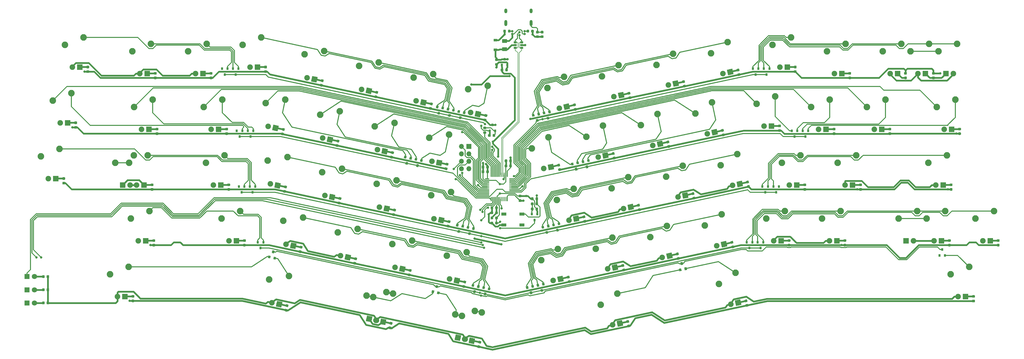
<source format=gbr>
G04 #@! TF.GenerationSoftware,KiCad,Pcbnew,(5.1.4)-1*
G04 #@! TF.CreationDate,2020-08-25T23:55:15+08:00*
G04 #@! TF.ProjectId,Cordillera,436f7264-696c-46c6-9572-612e6b696361,rev?*
G04 #@! TF.SameCoordinates,Original*
G04 #@! TF.FileFunction,Copper,L2,Bot*
G04 #@! TF.FilePolarity,Positive*
%FSLAX46Y46*%
G04 Gerber Fmt 4.6, Leading zero omitted, Abs format (unit mm)*
G04 Created by KiCad (PCBNEW (5.1.4)-1) date 2020-08-25 23:55:15*
%MOMM*%
%LPD*%
G04 APERTURE LIST*
%ADD10O,1.000000X2.100000*%
%ADD11O,1.000000X1.600000*%
%ADD12O,1.700000X1.700000*%
%ADD13R,1.700000X1.700000*%
%ADD14C,0.100000*%
%ADD15C,0.875000*%
%ADD16R,1.060000X0.650000*%
%ADD17C,1.800000*%
%ADD18R,1.800000X1.800000*%
%ADD19R,1.200000X0.900000*%
%ADD20R,0.800000X0.900000*%
%ADD21C,0.800000*%
%ADD22C,1.905000*%
%ADD23C,2.250000*%
%ADD24R,1.905000X1.905000*%
%ADD25C,0.300000*%
%ADD26R,1.800000X1.100000*%
%ADD27C,1.250000*%
%ADD28C,0.600000*%
%ADD29C,0.300000*%
%ADD30C,0.200000*%
%ADD31C,0.190500*%
G04 APERTURE END LIST*
D10*
X163689998Y10000002D03*
X155049998Y10000002D03*
D11*
X163689998Y14180002D03*
X155049998Y14180002D03*
D12*
X139877591Y-39796639D03*
X142417591Y-39796639D03*
X139877591Y-37256639D03*
X142417591Y-37256639D03*
X139877591Y-34716639D03*
X142417591Y-34716639D03*
X139877591Y-32176639D03*
D13*
X142417591Y-32176639D03*
D14*
G36*
X150502688Y-52596054D02*
G01*
X150523923Y-52599204D01*
X150544747Y-52604420D01*
X150564959Y-52611652D01*
X150584365Y-52620831D01*
X150602778Y-52631867D01*
X150620021Y-52644655D01*
X150635927Y-52659071D01*
X150650343Y-52674977D01*
X150663131Y-52692220D01*
X150674167Y-52710633D01*
X150683346Y-52730039D01*
X150690578Y-52750251D01*
X150695794Y-52771075D01*
X150698944Y-52792310D01*
X150699997Y-52813751D01*
X150699997Y-53326251D01*
X150698944Y-53347692D01*
X150695794Y-53368927D01*
X150690578Y-53389751D01*
X150683346Y-53409963D01*
X150674167Y-53429369D01*
X150663131Y-53447782D01*
X150650343Y-53465025D01*
X150635927Y-53480931D01*
X150620021Y-53495347D01*
X150602778Y-53508135D01*
X150584365Y-53519171D01*
X150564959Y-53528350D01*
X150544747Y-53535582D01*
X150523923Y-53540798D01*
X150502688Y-53543948D01*
X150481247Y-53545001D01*
X150043747Y-53545001D01*
X150022306Y-53543948D01*
X150001071Y-53540798D01*
X149980247Y-53535582D01*
X149960035Y-53528350D01*
X149940629Y-53519171D01*
X149922216Y-53508135D01*
X149904973Y-53495347D01*
X149889067Y-53480931D01*
X149874651Y-53465025D01*
X149861863Y-53447782D01*
X149850827Y-53429369D01*
X149841648Y-53409963D01*
X149834416Y-53389751D01*
X149829200Y-53368927D01*
X149826050Y-53347692D01*
X149824997Y-53326251D01*
X149824997Y-52813751D01*
X149826050Y-52792310D01*
X149829200Y-52771075D01*
X149834416Y-52750251D01*
X149841648Y-52730039D01*
X149850827Y-52710633D01*
X149861863Y-52692220D01*
X149874651Y-52674977D01*
X149889067Y-52659071D01*
X149904973Y-52644655D01*
X149922216Y-52631867D01*
X149940629Y-52620831D01*
X149960035Y-52611652D01*
X149980247Y-52604420D01*
X150001071Y-52599204D01*
X150022306Y-52596054D01*
X150043747Y-52595001D01*
X150481247Y-52595001D01*
X150502688Y-52596054D01*
X150502688Y-52596054D01*
G37*
D15*
X150262497Y-53070001D03*
D14*
G36*
X152077688Y-52596054D02*
G01*
X152098923Y-52599204D01*
X152119747Y-52604420D01*
X152139959Y-52611652D01*
X152159365Y-52620831D01*
X152177778Y-52631867D01*
X152195021Y-52644655D01*
X152210927Y-52659071D01*
X152225343Y-52674977D01*
X152238131Y-52692220D01*
X152249167Y-52710633D01*
X152258346Y-52730039D01*
X152265578Y-52750251D01*
X152270794Y-52771075D01*
X152273944Y-52792310D01*
X152274997Y-52813751D01*
X152274997Y-53326251D01*
X152273944Y-53347692D01*
X152270794Y-53368927D01*
X152265578Y-53389751D01*
X152258346Y-53409963D01*
X152249167Y-53429369D01*
X152238131Y-53447782D01*
X152225343Y-53465025D01*
X152210927Y-53480931D01*
X152195021Y-53495347D01*
X152177778Y-53508135D01*
X152159365Y-53519171D01*
X152139959Y-53528350D01*
X152119747Y-53535582D01*
X152098923Y-53540798D01*
X152077688Y-53543948D01*
X152056247Y-53545001D01*
X151618747Y-53545001D01*
X151597306Y-53543948D01*
X151576071Y-53540798D01*
X151555247Y-53535582D01*
X151535035Y-53528350D01*
X151515629Y-53519171D01*
X151497216Y-53508135D01*
X151479973Y-53495347D01*
X151464067Y-53480931D01*
X151449651Y-53465025D01*
X151436863Y-53447782D01*
X151425827Y-53429369D01*
X151416648Y-53409963D01*
X151409416Y-53389751D01*
X151404200Y-53368927D01*
X151401050Y-53347692D01*
X151399997Y-53326251D01*
X151399997Y-52813751D01*
X151401050Y-52792310D01*
X151404200Y-52771075D01*
X151409416Y-52750251D01*
X151416648Y-52730039D01*
X151425827Y-52710633D01*
X151436863Y-52692220D01*
X151449651Y-52674977D01*
X151464067Y-52659071D01*
X151479973Y-52644655D01*
X151497216Y-52631867D01*
X151515629Y-52620831D01*
X151535035Y-52611652D01*
X151555247Y-52604420D01*
X151576071Y-52599204D01*
X151597306Y-52596054D01*
X151618747Y-52595001D01*
X152056247Y-52595001D01*
X152077688Y-52596054D01*
X152077688Y-52596054D01*
G37*
D15*
X151837497Y-53070001D03*
D14*
G36*
X149642684Y-27916054D02*
G01*
X149663919Y-27919204D01*
X149684743Y-27924420D01*
X149704955Y-27931652D01*
X149724361Y-27940831D01*
X149742774Y-27951867D01*
X149760017Y-27964655D01*
X149775923Y-27979071D01*
X149790339Y-27994977D01*
X149803127Y-28012220D01*
X149814163Y-28030633D01*
X149823342Y-28050039D01*
X149830574Y-28070251D01*
X149835790Y-28091075D01*
X149838940Y-28112310D01*
X149839993Y-28133751D01*
X149839993Y-28646251D01*
X149838940Y-28667692D01*
X149835790Y-28688927D01*
X149830574Y-28709751D01*
X149823342Y-28729963D01*
X149814163Y-28749369D01*
X149803127Y-28767782D01*
X149790339Y-28785025D01*
X149775923Y-28800931D01*
X149760017Y-28815347D01*
X149742774Y-28828135D01*
X149724361Y-28839171D01*
X149704955Y-28848350D01*
X149684743Y-28855582D01*
X149663919Y-28860798D01*
X149642684Y-28863948D01*
X149621243Y-28865001D01*
X149183743Y-28865001D01*
X149162302Y-28863948D01*
X149141067Y-28860798D01*
X149120243Y-28855582D01*
X149100031Y-28848350D01*
X149080625Y-28839171D01*
X149062212Y-28828135D01*
X149044969Y-28815347D01*
X149029063Y-28800931D01*
X149014647Y-28785025D01*
X149001859Y-28767782D01*
X148990823Y-28749369D01*
X148981644Y-28729963D01*
X148974412Y-28709751D01*
X148969196Y-28688927D01*
X148966046Y-28667692D01*
X148964993Y-28646251D01*
X148964993Y-28133751D01*
X148966046Y-28112310D01*
X148969196Y-28091075D01*
X148974412Y-28070251D01*
X148981644Y-28050039D01*
X148990823Y-28030633D01*
X149001859Y-28012220D01*
X149014647Y-27994977D01*
X149029063Y-27979071D01*
X149044969Y-27964655D01*
X149062212Y-27951867D01*
X149080625Y-27940831D01*
X149100031Y-27931652D01*
X149120243Y-27924420D01*
X149141067Y-27919204D01*
X149162302Y-27916054D01*
X149183743Y-27915001D01*
X149621243Y-27915001D01*
X149642684Y-27916054D01*
X149642684Y-27916054D01*
G37*
D15*
X149402493Y-28390001D03*
D14*
G36*
X151217684Y-27916054D02*
G01*
X151238919Y-27919204D01*
X151259743Y-27924420D01*
X151279955Y-27931652D01*
X151299361Y-27940831D01*
X151317774Y-27951867D01*
X151335017Y-27964655D01*
X151350923Y-27979071D01*
X151365339Y-27994977D01*
X151378127Y-28012220D01*
X151389163Y-28030633D01*
X151398342Y-28050039D01*
X151405574Y-28070251D01*
X151410790Y-28091075D01*
X151413940Y-28112310D01*
X151414993Y-28133751D01*
X151414993Y-28646251D01*
X151413940Y-28667692D01*
X151410790Y-28688927D01*
X151405574Y-28709751D01*
X151398342Y-28729963D01*
X151389163Y-28749369D01*
X151378127Y-28767782D01*
X151365339Y-28785025D01*
X151350923Y-28800931D01*
X151335017Y-28815347D01*
X151317774Y-28828135D01*
X151299361Y-28839171D01*
X151279955Y-28848350D01*
X151259743Y-28855582D01*
X151238919Y-28860798D01*
X151217684Y-28863948D01*
X151196243Y-28865001D01*
X150758743Y-28865001D01*
X150737302Y-28863948D01*
X150716067Y-28860798D01*
X150695243Y-28855582D01*
X150675031Y-28848350D01*
X150655625Y-28839171D01*
X150637212Y-28828135D01*
X150619969Y-28815347D01*
X150604063Y-28800931D01*
X150589647Y-28785025D01*
X150576859Y-28767782D01*
X150565823Y-28749369D01*
X150556644Y-28729963D01*
X150549412Y-28709751D01*
X150544196Y-28688927D01*
X150541046Y-28667692D01*
X150539993Y-28646251D01*
X150539993Y-28133751D01*
X150541046Y-28112310D01*
X150544196Y-28091075D01*
X150549412Y-28070251D01*
X150556644Y-28050039D01*
X150565823Y-28030633D01*
X150576859Y-28012220D01*
X150589647Y-27994977D01*
X150604063Y-27979071D01*
X150619969Y-27964655D01*
X150637212Y-27951867D01*
X150655625Y-27940831D01*
X150675031Y-27931652D01*
X150695243Y-27924420D01*
X150716067Y-27919204D01*
X150737302Y-27916054D01*
X150758743Y-27915001D01*
X151196243Y-27915001D01*
X151217684Y-27916054D01*
X151217684Y-27916054D01*
G37*
D15*
X150977493Y-28390001D03*
D14*
G36*
X148100281Y-26951445D02*
G01*
X148121516Y-26954595D01*
X148142340Y-26959811D01*
X148162552Y-26967043D01*
X148181958Y-26976222D01*
X148200371Y-26987258D01*
X148217614Y-27000046D01*
X148233520Y-27014462D01*
X148247936Y-27030368D01*
X148260724Y-27047611D01*
X148271760Y-27066024D01*
X148280939Y-27085430D01*
X148288171Y-27105642D01*
X148293387Y-27126466D01*
X148296537Y-27147701D01*
X148297590Y-27169142D01*
X148297590Y-27606642D01*
X148296537Y-27628083D01*
X148293387Y-27649318D01*
X148288171Y-27670142D01*
X148280939Y-27690354D01*
X148271760Y-27709760D01*
X148260724Y-27728173D01*
X148247936Y-27745416D01*
X148233520Y-27761322D01*
X148217614Y-27775738D01*
X148200371Y-27788526D01*
X148181958Y-27799562D01*
X148162552Y-27808741D01*
X148142340Y-27815973D01*
X148121516Y-27821189D01*
X148100281Y-27824339D01*
X148078840Y-27825392D01*
X147566340Y-27825392D01*
X147544899Y-27824339D01*
X147523664Y-27821189D01*
X147502840Y-27815973D01*
X147482628Y-27808741D01*
X147463222Y-27799562D01*
X147444809Y-27788526D01*
X147427566Y-27775738D01*
X147411660Y-27761322D01*
X147397244Y-27745416D01*
X147384456Y-27728173D01*
X147373420Y-27709760D01*
X147364241Y-27690354D01*
X147357009Y-27670142D01*
X147351793Y-27649318D01*
X147348643Y-27628083D01*
X147347590Y-27606642D01*
X147347590Y-27169142D01*
X147348643Y-27147701D01*
X147351793Y-27126466D01*
X147357009Y-27105642D01*
X147364241Y-27085430D01*
X147373420Y-27066024D01*
X147384456Y-27047611D01*
X147397244Y-27030368D01*
X147411660Y-27014462D01*
X147427566Y-27000046D01*
X147444809Y-26987258D01*
X147463222Y-26976222D01*
X147482628Y-26967043D01*
X147502840Y-26959811D01*
X147523664Y-26954595D01*
X147544899Y-26951445D01*
X147566340Y-26950392D01*
X148078840Y-26950392D01*
X148100281Y-26951445D01*
X148100281Y-26951445D01*
G37*
D15*
X147822590Y-27387892D03*
D14*
G36*
X148100281Y-25376445D02*
G01*
X148121516Y-25379595D01*
X148142340Y-25384811D01*
X148162552Y-25392043D01*
X148181958Y-25401222D01*
X148200371Y-25412258D01*
X148217614Y-25425046D01*
X148233520Y-25439462D01*
X148247936Y-25455368D01*
X148260724Y-25472611D01*
X148271760Y-25491024D01*
X148280939Y-25510430D01*
X148288171Y-25530642D01*
X148293387Y-25551466D01*
X148296537Y-25572701D01*
X148297590Y-25594142D01*
X148297590Y-26031642D01*
X148296537Y-26053083D01*
X148293387Y-26074318D01*
X148288171Y-26095142D01*
X148280939Y-26115354D01*
X148271760Y-26134760D01*
X148260724Y-26153173D01*
X148247936Y-26170416D01*
X148233520Y-26186322D01*
X148217614Y-26200738D01*
X148200371Y-26213526D01*
X148181958Y-26224562D01*
X148162552Y-26233741D01*
X148142340Y-26240973D01*
X148121516Y-26246189D01*
X148100281Y-26249339D01*
X148078840Y-26250392D01*
X147566340Y-26250392D01*
X147544899Y-26249339D01*
X147523664Y-26246189D01*
X147502840Y-26240973D01*
X147482628Y-26233741D01*
X147463222Y-26224562D01*
X147444809Y-26213526D01*
X147427566Y-26200738D01*
X147411660Y-26186322D01*
X147397244Y-26170416D01*
X147384456Y-26153173D01*
X147373420Y-26134760D01*
X147364241Y-26115354D01*
X147357009Y-26095142D01*
X147351793Y-26074318D01*
X147348643Y-26053083D01*
X147347590Y-26031642D01*
X147347590Y-25594142D01*
X147348643Y-25572701D01*
X147351793Y-25551466D01*
X147357009Y-25530642D01*
X147364241Y-25510430D01*
X147373420Y-25491024D01*
X147384456Y-25472611D01*
X147397244Y-25455368D01*
X147411660Y-25439462D01*
X147427566Y-25425046D01*
X147444809Y-25412258D01*
X147463222Y-25401222D01*
X147482628Y-25392043D01*
X147502840Y-25384811D01*
X147523664Y-25379595D01*
X147544899Y-25376445D01*
X147566340Y-25375392D01*
X148078840Y-25375392D01*
X148100281Y-25376445D01*
X148100281Y-25376445D01*
G37*
D15*
X147822590Y-25812892D03*
D16*
X158269994Y2492501D03*
X158269994Y3442501D03*
X158269994Y1542501D03*
X160469994Y1542501D03*
X160469994Y2492501D03*
X160469994Y3442501D03*
D14*
G36*
X152135189Y-2076052D02*
G01*
X152156424Y-2079202D01*
X152177248Y-2084418D01*
X152197460Y-2091650D01*
X152216866Y-2100829D01*
X152235279Y-2111865D01*
X152252522Y-2124653D01*
X152268428Y-2139069D01*
X152282844Y-2154975D01*
X152295632Y-2172218D01*
X152306668Y-2190631D01*
X152315847Y-2210037D01*
X152323079Y-2230249D01*
X152328295Y-2251073D01*
X152331445Y-2272308D01*
X152332498Y-2293749D01*
X152332498Y-2731249D01*
X152331445Y-2752690D01*
X152328295Y-2773925D01*
X152323079Y-2794749D01*
X152315847Y-2814961D01*
X152306668Y-2834367D01*
X152295632Y-2852780D01*
X152282844Y-2870023D01*
X152268428Y-2885929D01*
X152252522Y-2900345D01*
X152235279Y-2913133D01*
X152216866Y-2924169D01*
X152197460Y-2933348D01*
X152177248Y-2940580D01*
X152156424Y-2945796D01*
X152135189Y-2948946D01*
X152113748Y-2949999D01*
X151601248Y-2949999D01*
X151579807Y-2948946D01*
X151558572Y-2945796D01*
X151537748Y-2940580D01*
X151517536Y-2933348D01*
X151498130Y-2924169D01*
X151479717Y-2913133D01*
X151462474Y-2900345D01*
X151446568Y-2885929D01*
X151432152Y-2870023D01*
X151419364Y-2852780D01*
X151408328Y-2834367D01*
X151399149Y-2814961D01*
X151391917Y-2794749D01*
X151386701Y-2773925D01*
X151383551Y-2752690D01*
X151382498Y-2731249D01*
X151382498Y-2293749D01*
X151383551Y-2272308D01*
X151386701Y-2251073D01*
X151391917Y-2230249D01*
X151399149Y-2210037D01*
X151408328Y-2190631D01*
X151419364Y-2172218D01*
X151432152Y-2154975D01*
X151446568Y-2139069D01*
X151462474Y-2124653D01*
X151479717Y-2111865D01*
X151498130Y-2100829D01*
X151517536Y-2091650D01*
X151537748Y-2084418D01*
X151558572Y-2079202D01*
X151579807Y-2076052D01*
X151601248Y-2074999D01*
X152113748Y-2074999D01*
X152135189Y-2076052D01*
X152135189Y-2076052D01*
G37*
D15*
X151857498Y-2512499D03*
D14*
G36*
X152135189Y-3651052D02*
G01*
X152156424Y-3654202D01*
X152177248Y-3659418D01*
X152197460Y-3666650D01*
X152216866Y-3675829D01*
X152235279Y-3686865D01*
X152252522Y-3699653D01*
X152268428Y-3714069D01*
X152282844Y-3729975D01*
X152295632Y-3747218D01*
X152306668Y-3765631D01*
X152315847Y-3785037D01*
X152323079Y-3805249D01*
X152328295Y-3826073D01*
X152331445Y-3847308D01*
X152332498Y-3868749D01*
X152332498Y-4306249D01*
X152331445Y-4327690D01*
X152328295Y-4348925D01*
X152323079Y-4369749D01*
X152315847Y-4389961D01*
X152306668Y-4409367D01*
X152295632Y-4427780D01*
X152282844Y-4445023D01*
X152268428Y-4460929D01*
X152252522Y-4475345D01*
X152235279Y-4488133D01*
X152216866Y-4499169D01*
X152197460Y-4508348D01*
X152177248Y-4515580D01*
X152156424Y-4520796D01*
X152135189Y-4523946D01*
X152113748Y-4524999D01*
X151601248Y-4524999D01*
X151579807Y-4523946D01*
X151558572Y-4520796D01*
X151537748Y-4515580D01*
X151517536Y-4508348D01*
X151498130Y-4499169D01*
X151479717Y-4488133D01*
X151462474Y-4475345D01*
X151446568Y-4460929D01*
X151432152Y-4445023D01*
X151419364Y-4427780D01*
X151408328Y-4409367D01*
X151399149Y-4389961D01*
X151391917Y-4369749D01*
X151386701Y-4348925D01*
X151383551Y-4327690D01*
X151382498Y-4306249D01*
X151382498Y-3868749D01*
X151383551Y-3847308D01*
X151386701Y-3826073D01*
X151391917Y-3805249D01*
X151399149Y-3785037D01*
X151408328Y-3765631D01*
X151419364Y-3747218D01*
X151432152Y-3729975D01*
X151446568Y-3714069D01*
X151462474Y-3699653D01*
X151479717Y-3686865D01*
X151498130Y-3675829D01*
X151517536Y-3666650D01*
X151537748Y-3659418D01*
X151558572Y-3654202D01*
X151579807Y-3651052D01*
X151601248Y-3649999D01*
X152113748Y-3649999D01*
X152135189Y-3651052D01*
X152135189Y-3651052D01*
G37*
D15*
X151857498Y-4087499D03*
D14*
G36*
X164282686Y-51286052D02*
G01*
X164303921Y-51289202D01*
X164324745Y-51294418D01*
X164344957Y-51301650D01*
X164364363Y-51310829D01*
X164382776Y-51321865D01*
X164400019Y-51334653D01*
X164415925Y-51349069D01*
X164430341Y-51364975D01*
X164443129Y-51382218D01*
X164454165Y-51400631D01*
X164463344Y-51420037D01*
X164470576Y-51440249D01*
X164475792Y-51461073D01*
X164478942Y-51482308D01*
X164479995Y-51503749D01*
X164479995Y-52016249D01*
X164478942Y-52037690D01*
X164475792Y-52058925D01*
X164470576Y-52079749D01*
X164463344Y-52099961D01*
X164454165Y-52119367D01*
X164443129Y-52137780D01*
X164430341Y-52155023D01*
X164415925Y-52170929D01*
X164400019Y-52185345D01*
X164382776Y-52198133D01*
X164364363Y-52209169D01*
X164344957Y-52218348D01*
X164324745Y-52225580D01*
X164303921Y-52230796D01*
X164282686Y-52233946D01*
X164261245Y-52234999D01*
X163823745Y-52234999D01*
X163802304Y-52233946D01*
X163781069Y-52230796D01*
X163760245Y-52225580D01*
X163740033Y-52218348D01*
X163720627Y-52209169D01*
X163702214Y-52198133D01*
X163684971Y-52185345D01*
X163669065Y-52170929D01*
X163654649Y-52155023D01*
X163641861Y-52137780D01*
X163630825Y-52119367D01*
X163621646Y-52099961D01*
X163614414Y-52079749D01*
X163609198Y-52058925D01*
X163606048Y-52037690D01*
X163604995Y-52016249D01*
X163604995Y-51503749D01*
X163606048Y-51482308D01*
X163609198Y-51461073D01*
X163614414Y-51440249D01*
X163621646Y-51420037D01*
X163630825Y-51400631D01*
X163641861Y-51382218D01*
X163654649Y-51364975D01*
X163669065Y-51349069D01*
X163684971Y-51334653D01*
X163702214Y-51321865D01*
X163720627Y-51310829D01*
X163740033Y-51301650D01*
X163760245Y-51294418D01*
X163781069Y-51289202D01*
X163802304Y-51286052D01*
X163823745Y-51284999D01*
X164261245Y-51284999D01*
X164282686Y-51286052D01*
X164282686Y-51286052D01*
G37*
D15*
X164042495Y-51759999D03*
D14*
G36*
X165857686Y-51286052D02*
G01*
X165878921Y-51289202D01*
X165899745Y-51294418D01*
X165919957Y-51301650D01*
X165939363Y-51310829D01*
X165957776Y-51321865D01*
X165975019Y-51334653D01*
X165990925Y-51349069D01*
X166005341Y-51364975D01*
X166018129Y-51382218D01*
X166029165Y-51400631D01*
X166038344Y-51420037D01*
X166045576Y-51440249D01*
X166050792Y-51461073D01*
X166053942Y-51482308D01*
X166054995Y-51503749D01*
X166054995Y-52016249D01*
X166053942Y-52037690D01*
X166050792Y-52058925D01*
X166045576Y-52079749D01*
X166038344Y-52099961D01*
X166029165Y-52119367D01*
X166018129Y-52137780D01*
X166005341Y-52155023D01*
X165990925Y-52170929D01*
X165975019Y-52185345D01*
X165957776Y-52198133D01*
X165939363Y-52209169D01*
X165919957Y-52218348D01*
X165899745Y-52225580D01*
X165878921Y-52230796D01*
X165857686Y-52233946D01*
X165836245Y-52234999D01*
X165398745Y-52234999D01*
X165377304Y-52233946D01*
X165356069Y-52230796D01*
X165335245Y-52225580D01*
X165315033Y-52218348D01*
X165295627Y-52209169D01*
X165277214Y-52198133D01*
X165259971Y-52185345D01*
X165244065Y-52170929D01*
X165229649Y-52155023D01*
X165216861Y-52137780D01*
X165205825Y-52119367D01*
X165196646Y-52099961D01*
X165189414Y-52079749D01*
X165184198Y-52058925D01*
X165181048Y-52037690D01*
X165179995Y-52016249D01*
X165179995Y-51503749D01*
X165181048Y-51482308D01*
X165184198Y-51461073D01*
X165189414Y-51440249D01*
X165196646Y-51420037D01*
X165205825Y-51400631D01*
X165216861Y-51382218D01*
X165229649Y-51364975D01*
X165244065Y-51349069D01*
X165259971Y-51334653D01*
X165277214Y-51321865D01*
X165295627Y-51310829D01*
X165315033Y-51301650D01*
X165335245Y-51294418D01*
X165356069Y-51289202D01*
X165377304Y-51286052D01*
X165398745Y-51284999D01*
X165836245Y-51284999D01*
X165857686Y-51286052D01*
X165857686Y-51286052D01*
G37*
D15*
X165617495Y-51759999D03*
D14*
G36*
X150502688Y-56096055D02*
G01*
X150523923Y-56099205D01*
X150544747Y-56104421D01*
X150564959Y-56111653D01*
X150584365Y-56120832D01*
X150602778Y-56131868D01*
X150620021Y-56144656D01*
X150635927Y-56159072D01*
X150650343Y-56174978D01*
X150663131Y-56192221D01*
X150674167Y-56210634D01*
X150683346Y-56230040D01*
X150690578Y-56250252D01*
X150695794Y-56271076D01*
X150698944Y-56292311D01*
X150699997Y-56313752D01*
X150699997Y-56826252D01*
X150698944Y-56847693D01*
X150695794Y-56868928D01*
X150690578Y-56889752D01*
X150683346Y-56909964D01*
X150674167Y-56929370D01*
X150663131Y-56947783D01*
X150650343Y-56965026D01*
X150635927Y-56980932D01*
X150620021Y-56995348D01*
X150602778Y-57008136D01*
X150584365Y-57019172D01*
X150564959Y-57028351D01*
X150544747Y-57035583D01*
X150523923Y-57040799D01*
X150502688Y-57043949D01*
X150481247Y-57045002D01*
X150043747Y-57045002D01*
X150022306Y-57043949D01*
X150001071Y-57040799D01*
X149980247Y-57035583D01*
X149960035Y-57028351D01*
X149940629Y-57019172D01*
X149922216Y-57008136D01*
X149904973Y-56995348D01*
X149889067Y-56980932D01*
X149874651Y-56965026D01*
X149861863Y-56947783D01*
X149850827Y-56929370D01*
X149841648Y-56909964D01*
X149834416Y-56889752D01*
X149829200Y-56868928D01*
X149826050Y-56847693D01*
X149824997Y-56826252D01*
X149824997Y-56313752D01*
X149826050Y-56292311D01*
X149829200Y-56271076D01*
X149834416Y-56250252D01*
X149841648Y-56230040D01*
X149850827Y-56210634D01*
X149861863Y-56192221D01*
X149874651Y-56174978D01*
X149889067Y-56159072D01*
X149904973Y-56144656D01*
X149922216Y-56131868D01*
X149940629Y-56120832D01*
X149960035Y-56111653D01*
X149980247Y-56104421D01*
X150001071Y-56099205D01*
X150022306Y-56096055D01*
X150043747Y-56095002D01*
X150481247Y-56095002D01*
X150502688Y-56096055D01*
X150502688Y-56096055D01*
G37*
D15*
X150262497Y-56570002D03*
D14*
G36*
X152077688Y-56096055D02*
G01*
X152098923Y-56099205D01*
X152119747Y-56104421D01*
X152139959Y-56111653D01*
X152159365Y-56120832D01*
X152177778Y-56131868D01*
X152195021Y-56144656D01*
X152210927Y-56159072D01*
X152225343Y-56174978D01*
X152238131Y-56192221D01*
X152249167Y-56210634D01*
X152258346Y-56230040D01*
X152265578Y-56250252D01*
X152270794Y-56271076D01*
X152273944Y-56292311D01*
X152274997Y-56313752D01*
X152274997Y-56826252D01*
X152273944Y-56847693D01*
X152270794Y-56868928D01*
X152265578Y-56889752D01*
X152258346Y-56909964D01*
X152249167Y-56929370D01*
X152238131Y-56947783D01*
X152225343Y-56965026D01*
X152210927Y-56980932D01*
X152195021Y-56995348D01*
X152177778Y-57008136D01*
X152159365Y-57019172D01*
X152139959Y-57028351D01*
X152119747Y-57035583D01*
X152098923Y-57040799D01*
X152077688Y-57043949D01*
X152056247Y-57045002D01*
X151618747Y-57045002D01*
X151597306Y-57043949D01*
X151576071Y-57040799D01*
X151555247Y-57035583D01*
X151535035Y-57028351D01*
X151515629Y-57019172D01*
X151497216Y-57008136D01*
X151479973Y-56995348D01*
X151464067Y-56980932D01*
X151449651Y-56965026D01*
X151436863Y-56947783D01*
X151425827Y-56929370D01*
X151416648Y-56909964D01*
X151409416Y-56889752D01*
X151404200Y-56868928D01*
X151401050Y-56847693D01*
X151399997Y-56826252D01*
X151399997Y-56313752D01*
X151401050Y-56292311D01*
X151404200Y-56271076D01*
X151409416Y-56250252D01*
X151416648Y-56230040D01*
X151425827Y-56210634D01*
X151436863Y-56192221D01*
X151449651Y-56174978D01*
X151464067Y-56159072D01*
X151479973Y-56144656D01*
X151497216Y-56131868D01*
X151515629Y-56120832D01*
X151535035Y-56111653D01*
X151555247Y-56104421D01*
X151576071Y-56099205D01*
X151597306Y-56096055D01*
X151618747Y-56095002D01*
X152056247Y-56095002D01*
X152077688Y-56096055D01*
X152077688Y-56096055D01*
G37*
D15*
X151837497Y-56570002D03*
D14*
G36*
X153952689Y-5536053D02*
G01*
X153973924Y-5539203D01*
X153994748Y-5544419D01*
X154014960Y-5551651D01*
X154034366Y-5560830D01*
X154052779Y-5571866D01*
X154070022Y-5584654D01*
X154085928Y-5599070D01*
X154100344Y-5614976D01*
X154113132Y-5632219D01*
X154124168Y-5650632D01*
X154133347Y-5670038D01*
X154140579Y-5690250D01*
X154145795Y-5711074D01*
X154148945Y-5732309D01*
X154149998Y-5753750D01*
X154149998Y-6266250D01*
X154148945Y-6287691D01*
X154145795Y-6308926D01*
X154140579Y-6329750D01*
X154133347Y-6349962D01*
X154124168Y-6369368D01*
X154113132Y-6387781D01*
X154100344Y-6405024D01*
X154085928Y-6420930D01*
X154070022Y-6435346D01*
X154052779Y-6448134D01*
X154034366Y-6459170D01*
X154014960Y-6468349D01*
X153994748Y-6475581D01*
X153973924Y-6480797D01*
X153952689Y-6483947D01*
X153931248Y-6485000D01*
X153493748Y-6485000D01*
X153472307Y-6483947D01*
X153451072Y-6480797D01*
X153430248Y-6475581D01*
X153410036Y-6468349D01*
X153390630Y-6459170D01*
X153372217Y-6448134D01*
X153354974Y-6435346D01*
X153339068Y-6420930D01*
X153324652Y-6405024D01*
X153311864Y-6387781D01*
X153300828Y-6369368D01*
X153291649Y-6349962D01*
X153284417Y-6329750D01*
X153279201Y-6308926D01*
X153276051Y-6287691D01*
X153274998Y-6266250D01*
X153274998Y-5753750D01*
X153276051Y-5732309D01*
X153279201Y-5711074D01*
X153284417Y-5690250D01*
X153291649Y-5670038D01*
X153300828Y-5650632D01*
X153311864Y-5632219D01*
X153324652Y-5614976D01*
X153339068Y-5599070D01*
X153354974Y-5584654D01*
X153372217Y-5571866D01*
X153390630Y-5560830D01*
X153410036Y-5551651D01*
X153430248Y-5544419D01*
X153451072Y-5539203D01*
X153472307Y-5536053D01*
X153493748Y-5535000D01*
X153931248Y-5535000D01*
X153952689Y-5536053D01*
X153952689Y-5536053D01*
G37*
D15*
X153712498Y-6010000D03*
D14*
G36*
X155527689Y-5536053D02*
G01*
X155548924Y-5539203D01*
X155569748Y-5544419D01*
X155589960Y-5551651D01*
X155609366Y-5560830D01*
X155627779Y-5571866D01*
X155645022Y-5584654D01*
X155660928Y-5599070D01*
X155675344Y-5614976D01*
X155688132Y-5632219D01*
X155699168Y-5650632D01*
X155708347Y-5670038D01*
X155715579Y-5690250D01*
X155720795Y-5711074D01*
X155723945Y-5732309D01*
X155724998Y-5753750D01*
X155724998Y-6266250D01*
X155723945Y-6287691D01*
X155720795Y-6308926D01*
X155715579Y-6329750D01*
X155708347Y-6349962D01*
X155699168Y-6369368D01*
X155688132Y-6387781D01*
X155675344Y-6405024D01*
X155660928Y-6420930D01*
X155645022Y-6435346D01*
X155627779Y-6448134D01*
X155609366Y-6459170D01*
X155589960Y-6468349D01*
X155569748Y-6475581D01*
X155548924Y-6480797D01*
X155527689Y-6483947D01*
X155506248Y-6485000D01*
X155068748Y-6485000D01*
X155047307Y-6483947D01*
X155026072Y-6480797D01*
X155005248Y-6475581D01*
X154985036Y-6468349D01*
X154965630Y-6459170D01*
X154947217Y-6448134D01*
X154929974Y-6435346D01*
X154914068Y-6420930D01*
X154899652Y-6405024D01*
X154886864Y-6387781D01*
X154875828Y-6369368D01*
X154866649Y-6349962D01*
X154859417Y-6329750D01*
X154854201Y-6308926D01*
X154851051Y-6287691D01*
X154849998Y-6266250D01*
X154849998Y-5753750D01*
X154851051Y-5732309D01*
X154854201Y-5711074D01*
X154859417Y-5690250D01*
X154866649Y-5670038D01*
X154875828Y-5650632D01*
X154886864Y-5632219D01*
X154899652Y-5614976D01*
X154914068Y-5599070D01*
X154929974Y-5584654D01*
X154947217Y-5571866D01*
X154965630Y-5560830D01*
X154985036Y-5551651D01*
X155005248Y-5544419D01*
X155026072Y-5539203D01*
X155047307Y-5536053D01*
X155068748Y-5535000D01*
X155506248Y-5535000D01*
X155527689Y-5536053D01*
X155527689Y-5536053D01*
G37*
D15*
X155287498Y-6010000D03*
D14*
G36*
X149027684Y-38706054D02*
G01*
X149048919Y-38709204D01*
X149069743Y-38714420D01*
X149089955Y-38721652D01*
X149109361Y-38730831D01*
X149127774Y-38741867D01*
X149145017Y-38754655D01*
X149160923Y-38769071D01*
X149175339Y-38784977D01*
X149188127Y-38802220D01*
X149199163Y-38820633D01*
X149208342Y-38840039D01*
X149215574Y-38860251D01*
X149220790Y-38881075D01*
X149223940Y-38902310D01*
X149224993Y-38923751D01*
X149224993Y-39436251D01*
X149223940Y-39457692D01*
X149220790Y-39478927D01*
X149215574Y-39499751D01*
X149208342Y-39519963D01*
X149199163Y-39539369D01*
X149188127Y-39557782D01*
X149175339Y-39575025D01*
X149160923Y-39590931D01*
X149145017Y-39605347D01*
X149127774Y-39618135D01*
X149109361Y-39629171D01*
X149089955Y-39638350D01*
X149069743Y-39645582D01*
X149048919Y-39650798D01*
X149027684Y-39653948D01*
X149006243Y-39655001D01*
X148568743Y-39655001D01*
X148547302Y-39653948D01*
X148526067Y-39650798D01*
X148505243Y-39645582D01*
X148485031Y-39638350D01*
X148465625Y-39629171D01*
X148447212Y-39618135D01*
X148429969Y-39605347D01*
X148414063Y-39590931D01*
X148399647Y-39575025D01*
X148386859Y-39557782D01*
X148375823Y-39539369D01*
X148366644Y-39519963D01*
X148359412Y-39499751D01*
X148354196Y-39478927D01*
X148351046Y-39457692D01*
X148349993Y-39436251D01*
X148349993Y-38923751D01*
X148351046Y-38902310D01*
X148354196Y-38881075D01*
X148359412Y-38860251D01*
X148366644Y-38840039D01*
X148375823Y-38820633D01*
X148386859Y-38802220D01*
X148399647Y-38784977D01*
X148414063Y-38769071D01*
X148429969Y-38754655D01*
X148447212Y-38741867D01*
X148465625Y-38730831D01*
X148485031Y-38721652D01*
X148505243Y-38714420D01*
X148526067Y-38709204D01*
X148547302Y-38706054D01*
X148568743Y-38705001D01*
X149006243Y-38705001D01*
X149027684Y-38706054D01*
X149027684Y-38706054D01*
G37*
D15*
X148787493Y-39180001D03*
D14*
G36*
X147452684Y-38706054D02*
G01*
X147473919Y-38709204D01*
X147494743Y-38714420D01*
X147514955Y-38721652D01*
X147534361Y-38730831D01*
X147552774Y-38741867D01*
X147570017Y-38754655D01*
X147585923Y-38769071D01*
X147600339Y-38784977D01*
X147613127Y-38802220D01*
X147624163Y-38820633D01*
X147633342Y-38840039D01*
X147640574Y-38860251D01*
X147645790Y-38881075D01*
X147648940Y-38902310D01*
X147649993Y-38923751D01*
X147649993Y-39436251D01*
X147648940Y-39457692D01*
X147645790Y-39478927D01*
X147640574Y-39499751D01*
X147633342Y-39519963D01*
X147624163Y-39539369D01*
X147613127Y-39557782D01*
X147600339Y-39575025D01*
X147585923Y-39590931D01*
X147570017Y-39605347D01*
X147552774Y-39618135D01*
X147534361Y-39629171D01*
X147514955Y-39638350D01*
X147494743Y-39645582D01*
X147473919Y-39650798D01*
X147452684Y-39653948D01*
X147431243Y-39655001D01*
X146993743Y-39655001D01*
X146972302Y-39653948D01*
X146951067Y-39650798D01*
X146930243Y-39645582D01*
X146910031Y-39638350D01*
X146890625Y-39629171D01*
X146872212Y-39618135D01*
X146854969Y-39605347D01*
X146839063Y-39590931D01*
X146824647Y-39575025D01*
X146811859Y-39557782D01*
X146800823Y-39539369D01*
X146791644Y-39519963D01*
X146784412Y-39499751D01*
X146779196Y-39478927D01*
X146776046Y-39457692D01*
X146774993Y-39436251D01*
X146774993Y-38923751D01*
X146776046Y-38902310D01*
X146779196Y-38881075D01*
X146784412Y-38860251D01*
X146791644Y-38840039D01*
X146800823Y-38820633D01*
X146811859Y-38802220D01*
X146824647Y-38784977D01*
X146839063Y-38769071D01*
X146854969Y-38754655D01*
X146872212Y-38741867D01*
X146890625Y-38730831D01*
X146910031Y-38721652D01*
X146930243Y-38714420D01*
X146951067Y-38709204D01*
X146972302Y-38706054D01*
X146993743Y-38705001D01*
X147431243Y-38705001D01*
X147452684Y-38706054D01*
X147452684Y-38706054D01*
G37*
D15*
X147212493Y-39180001D03*
D14*
G36*
X166105187Y5785198D02*
G01*
X166126422Y5782048D01*
X166147246Y5776832D01*
X166167458Y5769600D01*
X166186864Y5760421D01*
X166205277Y5749385D01*
X166222520Y5736597D01*
X166238426Y5722181D01*
X166252842Y5706275D01*
X166265630Y5689032D01*
X166276666Y5670619D01*
X166285845Y5651213D01*
X166293077Y5631001D01*
X166298293Y5610177D01*
X166301443Y5588942D01*
X166302496Y5567501D01*
X166302496Y5130001D01*
X166301443Y5108560D01*
X166298293Y5087325D01*
X166293077Y5066501D01*
X166285845Y5046289D01*
X166276666Y5026883D01*
X166265630Y5008470D01*
X166252842Y4991227D01*
X166238426Y4975321D01*
X166222520Y4960905D01*
X166205277Y4948117D01*
X166186864Y4937081D01*
X166167458Y4927902D01*
X166147246Y4920670D01*
X166126422Y4915454D01*
X166105187Y4912304D01*
X166083746Y4911251D01*
X165571246Y4911251D01*
X165549805Y4912304D01*
X165528570Y4915454D01*
X165507746Y4920670D01*
X165487534Y4927902D01*
X165468128Y4937081D01*
X165449715Y4948117D01*
X165432472Y4960905D01*
X165416566Y4975321D01*
X165402150Y4991227D01*
X165389362Y5008470D01*
X165378326Y5026883D01*
X165369147Y5046289D01*
X165361915Y5066501D01*
X165356699Y5087325D01*
X165353549Y5108560D01*
X165352496Y5130001D01*
X165352496Y5567501D01*
X165353549Y5588942D01*
X165356699Y5610177D01*
X165361915Y5631001D01*
X165369147Y5651213D01*
X165378326Y5670619D01*
X165389362Y5689032D01*
X165402150Y5706275D01*
X165416566Y5722181D01*
X165432472Y5736597D01*
X165449715Y5749385D01*
X165468128Y5760421D01*
X165487534Y5769600D01*
X165507746Y5776832D01*
X165528570Y5782048D01*
X165549805Y5785198D01*
X165571246Y5786251D01*
X166083746Y5786251D01*
X166105187Y5785198D01*
X166105187Y5785198D01*
G37*
D15*
X165827496Y5348751D03*
D14*
G36*
X166105187Y7360198D02*
G01*
X166126422Y7357048D01*
X166147246Y7351832D01*
X166167458Y7344600D01*
X166186864Y7335421D01*
X166205277Y7324385D01*
X166222520Y7311597D01*
X166238426Y7297181D01*
X166252842Y7281275D01*
X166265630Y7264032D01*
X166276666Y7245619D01*
X166285845Y7226213D01*
X166293077Y7206001D01*
X166298293Y7185177D01*
X166301443Y7163942D01*
X166302496Y7142501D01*
X166302496Y6705001D01*
X166301443Y6683560D01*
X166298293Y6662325D01*
X166293077Y6641501D01*
X166285845Y6621289D01*
X166276666Y6601883D01*
X166265630Y6583470D01*
X166252842Y6566227D01*
X166238426Y6550321D01*
X166222520Y6535905D01*
X166205277Y6523117D01*
X166186864Y6512081D01*
X166167458Y6502902D01*
X166147246Y6495670D01*
X166126422Y6490454D01*
X166105187Y6487304D01*
X166083746Y6486251D01*
X165571246Y6486251D01*
X165549805Y6487304D01*
X165528570Y6490454D01*
X165507746Y6495670D01*
X165487534Y6502902D01*
X165468128Y6512081D01*
X165449715Y6523117D01*
X165432472Y6535905D01*
X165416566Y6550321D01*
X165402150Y6566227D01*
X165389362Y6583470D01*
X165378326Y6601883D01*
X165369147Y6621289D01*
X165361915Y6641501D01*
X165356699Y6662325D01*
X165353549Y6683560D01*
X165352496Y6705001D01*
X165352496Y7142501D01*
X165353549Y7163942D01*
X165356699Y7185177D01*
X165361915Y7206001D01*
X165369147Y7226213D01*
X165378326Y7245619D01*
X165389362Y7264032D01*
X165402150Y7281275D01*
X165416566Y7297181D01*
X165432472Y7311597D01*
X165449715Y7324385D01*
X165468128Y7335421D01*
X165487534Y7344600D01*
X165507746Y7351832D01*
X165528570Y7357048D01*
X165549805Y7360198D01*
X165571246Y7361251D01*
X166083746Y7361251D01*
X166105187Y7360198D01*
X166105187Y7360198D01*
G37*
D15*
X165827496Y6923751D03*
D14*
G36*
X156891743Y-36580060D02*
G01*
X156912978Y-36583210D01*
X156933802Y-36588426D01*
X156954014Y-36595658D01*
X156973420Y-36604837D01*
X156991833Y-36615873D01*
X157009076Y-36628661D01*
X157024982Y-36643077D01*
X157039398Y-36658983D01*
X157052186Y-36676226D01*
X157063222Y-36694639D01*
X157072401Y-36714045D01*
X157079633Y-36734257D01*
X157084849Y-36755081D01*
X157087999Y-36776316D01*
X157089052Y-36797757D01*
X157089052Y-37310257D01*
X157087999Y-37331698D01*
X157084849Y-37352933D01*
X157079633Y-37373757D01*
X157072401Y-37393969D01*
X157063222Y-37413375D01*
X157052186Y-37431788D01*
X157039398Y-37449031D01*
X157024982Y-37464937D01*
X157009076Y-37479353D01*
X156991833Y-37492141D01*
X156973420Y-37503177D01*
X156954014Y-37512356D01*
X156933802Y-37519588D01*
X156912978Y-37524804D01*
X156891743Y-37527954D01*
X156870302Y-37529007D01*
X156432802Y-37529007D01*
X156411361Y-37527954D01*
X156390126Y-37524804D01*
X156369302Y-37519588D01*
X156349090Y-37512356D01*
X156329684Y-37503177D01*
X156311271Y-37492141D01*
X156294028Y-37479353D01*
X156278122Y-37464937D01*
X156263706Y-37449031D01*
X156250918Y-37431788D01*
X156239882Y-37413375D01*
X156230703Y-37393969D01*
X156223471Y-37373757D01*
X156218255Y-37352933D01*
X156215105Y-37331698D01*
X156214052Y-37310257D01*
X156214052Y-36797757D01*
X156215105Y-36776316D01*
X156218255Y-36755081D01*
X156223471Y-36734257D01*
X156230703Y-36714045D01*
X156239882Y-36694639D01*
X156250918Y-36676226D01*
X156263706Y-36658983D01*
X156278122Y-36643077D01*
X156294028Y-36628661D01*
X156311271Y-36615873D01*
X156329684Y-36604837D01*
X156349090Y-36595658D01*
X156369302Y-36588426D01*
X156390126Y-36583210D01*
X156411361Y-36580060D01*
X156432802Y-36579007D01*
X156870302Y-36579007D01*
X156891743Y-36580060D01*
X156891743Y-36580060D01*
G37*
D15*
X156651552Y-37054007D03*
D14*
G36*
X155316743Y-36580060D02*
G01*
X155337978Y-36583210D01*
X155358802Y-36588426D01*
X155379014Y-36595658D01*
X155398420Y-36604837D01*
X155416833Y-36615873D01*
X155434076Y-36628661D01*
X155449982Y-36643077D01*
X155464398Y-36658983D01*
X155477186Y-36676226D01*
X155488222Y-36694639D01*
X155497401Y-36714045D01*
X155504633Y-36734257D01*
X155509849Y-36755081D01*
X155512999Y-36776316D01*
X155514052Y-36797757D01*
X155514052Y-37310257D01*
X155512999Y-37331698D01*
X155509849Y-37352933D01*
X155504633Y-37373757D01*
X155497401Y-37393969D01*
X155488222Y-37413375D01*
X155477186Y-37431788D01*
X155464398Y-37449031D01*
X155449982Y-37464937D01*
X155434076Y-37479353D01*
X155416833Y-37492141D01*
X155398420Y-37503177D01*
X155379014Y-37512356D01*
X155358802Y-37519588D01*
X155337978Y-37524804D01*
X155316743Y-37527954D01*
X155295302Y-37529007D01*
X154857802Y-37529007D01*
X154836361Y-37527954D01*
X154815126Y-37524804D01*
X154794302Y-37519588D01*
X154774090Y-37512356D01*
X154754684Y-37503177D01*
X154736271Y-37492141D01*
X154719028Y-37479353D01*
X154703122Y-37464937D01*
X154688706Y-37449031D01*
X154675918Y-37431788D01*
X154664882Y-37413375D01*
X154655703Y-37393969D01*
X154648471Y-37373757D01*
X154643255Y-37352933D01*
X154640105Y-37331698D01*
X154639052Y-37310257D01*
X154639052Y-36797757D01*
X154640105Y-36776316D01*
X154643255Y-36755081D01*
X154648471Y-36734257D01*
X154655703Y-36714045D01*
X154664882Y-36694639D01*
X154675918Y-36676226D01*
X154688706Y-36658983D01*
X154703122Y-36643077D01*
X154719028Y-36628661D01*
X154736271Y-36615873D01*
X154754684Y-36604837D01*
X154774090Y-36595658D01*
X154794302Y-36588426D01*
X154815126Y-36583210D01*
X154836361Y-36580060D01*
X154857802Y-36579007D01*
X155295302Y-36579007D01*
X155316743Y-36580060D01*
X155316743Y-36580060D01*
G37*
D15*
X155076552Y-37054007D03*
D14*
G36*
X160157687Y-50211054D02*
G01*
X160178922Y-50214204D01*
X160199746Y-50219420D01*
X160219958Y-50226652D01*
X160239364Y-50235831D01*
X160257777Y-50246867D01*
X160275020Y-50259655D01*
X160290926Y-50274071D01*
X160305342Y-50289977D01*
X160318130Y-50307220D01*
X160329166Y-50325633D01*
X160338345Y-50345039D01*
X160345577Y-50365251D01*
X160350793Y-50386075D01*
X160353943Y-50407310D01*
X160354996Y-50428751D01*
X160354996Y-50866251D01*
X160353943Y-50887692D01*
X160350793Y-50908927D01*
X160345577Y-50929751D01*
X160338345Y-50949963D01*
X160329166Y-50969369D01*
X160318130Y-50987782D01*
X160305342Y-51005025D01*
X160290926Y-51020931D01*
X160275020Y-51035347D01*
X160257777Y-51048135D01*
X160239364Y-51059171D01*
X160219958Y-51068350D01*
X160199746Y-51075582D01*
X160178922Y-51080798D01*
X160157687Y-51083948D01*
X160136246Y-51085001D01*
X159623746Y-51085001D01*
X159602305Y-51083948D01*
X159581070Y-51080798D01*
X159560246Y-51075582D01*
X159540034Y-51068350D01*
X159520628Y-51059171D01*
X159502215Y-51048135D01*
X159484972Y-51035347D01*
X159469066Y-51020931D01*
X159454650Y-51005025D01*
X159441862Y-50987782D01*
X159430826Y-50969369D01*
X159421647Y-50949963D01*
X159414415Y-50929751D01*
X159409199Y-50908927D01*
X159406049Y-50887692D01*
X159404996Y-50866251D01*
X159404996Y-50428751D01*
X159406049Y-50407310D01*
X159409199Y-50386075D01*
X159414415Y-50365251D01*
X159421647Y-50345039D01*
X159430826Y-50325633D01*
X159441862Y-50307220D01*
X159454650Y-50289977D01*
X159469066Y-50274071D01*
X159484972Y-50259655D01*
X159502215Y-50246867D01*
X159520628Y-50235831D01*
X159540034Y-50226652D01*
X159560246Y-50219420D01*
X159581070Y-50214204D01*
X159602305Y-50211054D01*
X159623746Y-50210001D01*
X160136246Y-50210001D01*
X160157687Y-50211054D01*
X160157687Y-50211054D01*
G37*
D15*
X159879996Y-50647501D03*
D14*
G36*
X160157687Y-48636054D02*
G01*
X160178922Y-48639204D01*
X160199746Y-48644420D01*
X160219958Y-48651652D01*
X160239364Y-48660831D01*
X160257777Y-48671867D01*
X160275020Y-48684655D01*
X160290926Y-48699071D01*
X160305342Y-48714977D01*
X160318130Y-48732220D01*
X160329166Y-48750633D01*
X160338345Y-48770039D01*
X160345577Y-48790251D01*
X160350793Y-48811075D01*
X160353943Y-48832310D01*
X160354996Y-48853751D01*
X160354996Y-49291251D01*
X160353943Y-49312692D01*
X160350793Y-49333927D01*
X160345577Y-49354751D01*
X160338345Y-49374963D01*
X160329166Y-49394369D01*
X160318130Y-49412782D01*
X160305342Y-49430025D01*
X160290926Y-49445931D01*
X160275020Y-49460347D01*
X160257777Y-49473135D01*
X160239364Y-49484171D01*
X160219958Y-49493350D01*
X160199746Y-49500582D01*
X160178922Y-49505798D01*
X160157687Y-49508948D01*
X160136246Y-49510001D01*
X159623746Y-49510001D01*
X159602305Y-49508948D01*
X159581070Y-49505798D01*
X159560246Y-49500582D01*
X159540034Y-49493350D01*
X159520628Y-49484171D01*
X159502215Y-49473135D01*
X159484972Y-49460347D01*
X159469066Y-49445931D01*
X159454650Y-49430025D01*
X159441862Y-49412782D01*
X159430826Y-49394369D01*
X159421647Y-49374963D01*
X159414415Y-49354751D01*
X159409199Y-49333927D01*
X159406049Y-49312692D01*
X159404996Y-49291251D01*
X159404996Y-48853751D01*
X159406049Y-48832310D01*
X159409199Y-48811075D01*
X159414415Y-48790251D01*
X159421647Y-48770039D01*
X159430826Y-48750633D01*
X159441862Y-48732220D01*
X159454650Y-48714977D01*
X159469066Y-48699071D01*
X159484972Y-48684655D01*
X159502215Y-48671867D01*
X159520628Y-48660831D01*
X159540034Y-48651652D01*
X159560246Y-48644420D01*
X159581070Y-48639204D01*
X159602305Y-48636054D01*
X159623746Y-48635001D01*
X160136246Y-48635001D01*
X160157687Y-48636054D01*
X160157687Y-48636054D01*
G37*
D15*
X159879996Y-49072501D03*
D14*
G36*
X150502684Y-54346054D02*
G01*
X150523919Y-54349204D01*
X150544743Y-54354420D01*
X150564955Y-54361652D01*
X150584361Y-54370831D01*
X150602774Y-54381867D01*
X150620017Y-54394655D01*
X150635923Y-54409071D01*
X150650339Y-54424977D01*
X150663127Y-54442220D01*
X150674163Y-54460633D01*
X150683342Y-54480039D01*
X150690574Y-54500251D01*
X150695790Y-54521075D01*
X150698940Y-54542310D01*
X150699993Y-54563751D01*
X150699993Y-55076251D01*
X150698940Y-55097692D01*
X150695790Y-55118927D01*
X150690574Y-55139751D01*
X150683342Y-55159963D01*
X150674163Y-55179369D01*
X150663127Y-55197782D01*
X150650339Y-55215025D01*
X150635923Y-55230931D01*
X150620017Y-55245347D01*
X150602774Y-55258135D01*
X150584361Y-55269171D01*
X150564955Y-55278350D01*
X150544743Y-55285582D01*
X150523919Y-55290798D01*
X150502684Y-55293948D01*
X150481243Y-55295001D01*
X150043743Y-55295001D01*
X150022302Y-55293948D01*
X150001067Y-55290798D01*
X149980243Y-55285582D01*
X149960031Y-55278350D01*
X149940625Y-55269171D01*
X149922212Y-55258135D01*
X149904969Y-55245347D01*
X149889063Y-55230931D01*
X149874647Y-55215025D01*
X149861859Y-55197782D01*
X149850823Y-55179369D01*
X149841644Y-55159963D01*
X149834412Y-55139751D01*
X149829196Y-55118927D01*
X149826046Y-55097692D01*
X149824993Y-55076251D01*
X149824993Y-54563751D01*
X149826046Y-54542310D01*
X149829196Y-54521075D01*
X149834412Y-54500251D01*
X149841644Y-54480039D01*
X149850823Y-54460633D01*
X149861859Y-54442220D01*
X149874647Y-54424977D01*
X149889063Y-54409071D01*
X149904969Y-54394655D01*
X149922212Y-54381867D01*
X149940625Y-54370831D01*
X149960031Y-54361652D01*
X149980243Y-54354420D01*
X150001067Y-54349204D01*
X150022302Y-54346054D01*
X150043743Y-54345001D01*
X150481243Y-54345001D01*
X150502684Y-54346054D01*
X150502684Y-54346054D01*
G37*
D15*
X150262493Y-54820001D03*
D14*
G36*
X152077684Y-54346054D02*
G01*
X152098919Y-54349204D01*
X152119743Y-54354420D01*
X152139955Y-54361652D01*
X152159361Y-54370831D01*
X152177774Y-54381867D01*
X152195017Y-54394655D01*
X152210923Y-54409071D01*
X152225339Y-54424977D01*
X152238127Y-54442220D01*
X152249163Y-54460633D01*
X152258342Y-54480039D01*
X152265574Y-54500251D01*
X152270790Y-54521075D01*
X152273940Y-54542310D01*
X152274993Y-54563751D01*
X152274993Y-55076251D01*
X152273940Y-55097692D01*
X152270790Y-55118927D01*
X152265574Y-55139751D01*
X152258342Y-55159963D01*
X152249163Y-55179369D01*
X152238127Y-55197782D01*
X152225339Y-55215025D01*
X152210923Y-55230931D01*
X152195017Y-55245347D01*
X152177774Y-55258135D01*
X152159361Y-55269171D01*
X152139955Y-55278350D01*
X152119743Y-55285582D01*
X152098919Y-55290798D01*
X152077684Y-55293948D01*
X152056243Y-55295001D01*
X151618743Y-55295001D01*
X151597302Y-55293948D01*
X151576067Y-55290798D01*
X151555243Y-55285582D01*
X151535031Y-55278350D01*
X151515625Y-55269171D01*
X151497212Y-55258135D01*
X151479969Y-55245347D01*
X151464063Y-55230931D01*
X151449647Y-55215025D01*
X151436859Y-55197782D01*
X151425823Y-55179369D01*
X151416644Y-55159963D01*
X151409412Y-55139751D01*
X151404196Y-55118927D01*
X151401046Y-55097692D01*
X151399993Y-55076251D01*
X151399993Y-54563751D01*
X151401046Y-54542310D01*
X151404196Y-54521075D01*
X151409412Y-54500251D01*
X151416644Y-54480039D01*
X151425823Y-54460633D01*
X151436859Y-54442220D01*
X151449647Y-54424977D01*
X151464063Y-54409071D01*
X151479969Y-54394655D01*
X151497212Y-54381867D01*
X151515625Y-54370831D01*
X151535031Y-54361652D01*
X151555243Y-54354420D01*
X151576067Y-54349204D01*
X151597302Y-54346054D01*
X151618743Y-54345001D01*
X152056243Y-54345001D01*
X152077684Y-54346054D01*
X152077684Y-54346054D01*
G37*
D15*
X151837493Y-54820001D03*
D14*
G36*
X156891740Y-38330059D02*
G01*
X156912975Y-38333209D01*
X156933799Y-38338425D01*
X156954011Y-38345657D01*
X156973417Y-38354836D01*
X156991830Y-38365872D01*
X157009073Y-38378660D01*
X157024979Y-38393076D01*
X157039395Y-38408982D01*
X157052183Y-38426225D01*
X157063219Y-38444638D01*
X157072398Y-38464044D01*
X157079630Y-38484256D01*
X157084846Y-38505080D01*
X157087996Y-38526315D01*
X157089049Y-38547756D01*
X157089049Y-39060256D01*
X157087996Y-39081697D01*
X157084846Y-39102932D01*
X157079630Y-39123756D01*
X157072398Y-39143968D01*
X157063219Y-39163374D01*
X157052183Y-39181787D01*
X157039395Y-39199030D01*
X157024979Y-39214936D01*
X157009073Y-39229352D01*
X156991830Y-39242140D01*
X156973417Y-39253176D01*
X156954011Y-39262355D01*
X156933799Y-39269587D01*
X156912975Y-39274803D01*
X156891740Y-39277953D01*
X156870299Y-39279006D01*
X156432799Y-39279006D01*
X156411358Y-39277953D01*
X156390123Y-39274803D01*
X156369299Y-39269587D01*
X156349087Y-39262355D01*
X156329681Y-39253176D01*
X156311268Y-39242140D01*
X156294025Y-39229352D01*
X156278119Y-39214936D01*
X156263703Y-39199030D01*
X156250915Y-39181787D01*
X156239879Y-39163374D01*
X156230700Y-39143968D01*
X156223468Y-39123756D01*
X156218252Y-39102932D01*
X156215102Y-39081697D01*
X156214049Y-39060256D01*
X156214049Y-38547756D01*
X156215102Y-38526315D01*
X156218252Y-38505080D01*
X156223468Y-38484256D01*
X156230700Y-38464044D01*
X156239879Y-38444638D01*
X156250915Y-38426225D01*
X156263703Y-38408982D01*
X156278119Y-38393076D01*
X156294025Y-38378660D01*
X156311268Y-38365872D01*
X156329681Y-38354836D01*
X156349087Y-38345657D01*
X156369299Y-38338425D01*
X156390123Y-38333209D01*
X156411358Y-38330059D01*
X156432799Y-38329006D01*
X156870299Y-38329006D01*
X156891740Y-38330059D01*
X156891740Y-38330059D01*
G37*
D15*
X156651549Y-38804006D03*
D14*
G36*
X155316740Y-38330059D02*
G01*
X155337975Y-38333209D01*
X155358799Y-38338425D01*
X155379011Y-38345657D01*
X155398417Y-38354836D01*
X155416830Y-38365872D01*
X155434073Y-38378660D01*
X155449979Y-38393076D01*
X155464395Y-38408982D01*
X155477183Y-38426225D01*
X155488219Y-38444638D01*
X155497398Y-38464044D01*
X155504630Y-38484256D01*
X155509846Y-38505080D01*
X155512996Y-38526315D01*
X155514049Y-38547756D01*
X155514049Y-39060256D01*
X155512996Y-39081697D01*
X155509846Y-39102932D01*
X155504630Y-39123756D01*
X155497398Y-39143968D01*
X155488219Y-39163374D01*
X155477183Y-39181787D01*
X155464395Y-39199030D01*
X155449979Y-39214936D01*
X155434073Y-39229352D01*
X155416830Y-39242140D01*
X155398417Y-39253176D01*
X155379011Y-39262355D01*
X155358799Y-39269587D01*
X155337975Y-39274803D01*
X155316740Y-39277953D01*
X155295299Y-39279006D01*
X154857799Y-39279006D01*
X154836358Y-39277953D01*
X154815123Y-39274803D01*
X154794299Y-39269587D01*
X154774087Y-39262355D01*
X154754681Y-39253176D01*
X154736268Y-39242140D01*
X154719025Y-39229352D01*
X154703119Y-39214936D01*
X154688703Y-39199030D01*
X154675915Y-39181787D01*
X154664879Y-39163374D01*
X154655700Y-39143968D01*
X154648468Y-39123756D01*
X154643252Y-39102932D01*
X154640102Y-39081697D01*
X154639049Y-39060256D01*
X154639049Y-38547756D01*
X154640102Y-38526315D01*
X154643252Y-38505080D01*
X154648468Y-38484256D01*
X154655700Y-38464044D01*
X154664879Y-38444638D01*
X154675915Y-38426225D01*
X154688703Y-38408982D01*
X154703119Y-38393076D01*
X154719025Y-38378660D01*
X154736268Y-38365872D01*
X154754681Y-38354836D01*
X154774087Y-38345657D01*
X154794299Y-38338425D01*
X154815123Y-38333209D01*
X154836358Y-38330059D01*
X154857799Y-38329006D01*
X155295299Y-38329006D01*
X155316740Y-38330059D01*
X155316740Y-38330059D01*
G37*
D15*
X155076549Y-38804006D03*
D14*
G36*
X149027689Y-40306054D02*
G01*
X149048924Y-40309204D01*
X149069748Y-40314420D01*
X149089960Y-40321652D01*
X149109366Y-40330831D01*
X149127779Y-40341867D01*
X149145022Y-40354655D01*
X149160928Y-40369071D01*
X149175344Y-40384977D01*
X149188132Y-40402220D01*
X149199168Y-40420633D01*
X149208347Y-40440039D01*
X149215579Y-40460251D01*
X149220795Y-40481075D01*
X149223945Y-40502310D01*
X149224998Y-40523751D01*
X149224998Y-41036251D01*
X149223945Y-41057692D01*
X149220795Y-41078927D01*
X149215579Y-41099751D01*
X149208347Y-41119963D01*
X149199168Y-41139369D01*
X149188132Y-41157782D01*
X149175344Y-41175025D01*
X149160928Y-41190931D01*
X149145022Y-41205347D01*
X149127779Y-41218135D01*
X149109366Y-41229171D01*
X149089960Y-41238350D01*
X149069748Y-41245582D01*
X149048924Y-41250798D01*
X149027689Y-41253948D01*
X149006248Y-41255001D01*
X148568748Y-41255001D01*
X148547307Y-41253948D01*
X148526072Y-41250798D01*
X148505248Y-41245582D01*
X148485036Y-41238350D01*
X148465630Y-41229171D01*
X148447217Y-41218135D01*
X148429974Y-41205347D01*
X148414068Y-41190931D01*
X148399652Y-41175025D01*
X148386864Y-41157782D01*
X148375828Y-41139369D01*
X148366649Y-41119963D01*
X148359417Y-41099751D01*
X148354201Y-41078927D01*
X148351051Y-41057692D01*
X148349998Y-41036251D01*
X148349998Y-40523751D01*
X148351051Y-40502310D01*
X148354201Y-40481075D01*
X148359417Y-40460251D01*
X148366649Y-40440039D01*
X148375828Y-40420633D01*
X148386864Y-40402220D01*
X148399652Y-40384977D01*
X148414068Y-40369071D01*
X148429974Y-40354655D01*
X148447217Y-40341867D01*
X148465630Y-40330831D01*
X148485036Y-40321652D01*
X148505248Y-40314420D01*
X148526072Y-40309204D01*
X148547307Y-40306054D01*
X148568748Y-40305001D01*
X149006248Y-40305001D01*
X149027689Y-40306054D01*
X149027689Y-40306054D01*
G37*
D15*
X148787498Y-40780001D03*
D14*
G36*
X147452689Y-40306054D02*
G01*
X147473924Y-40309204D01*
X147494748Y-40314420D01*
X147514960Y-40321652D01*
X147534366Y-40330831D01*
X147552779Y-40341867D01*
X147570022Y-40354655D01*
X147585928Y-40369071D01*
X147600344Y-40384977D01*
X147613132Y-40402220D01*
X147624168Y-40420633D01*
X147633347Y-40440039D01*
X147640579Y-40460251D01*
X147645795Y-40481075D01*
X147648945Y-40502310D01*
X147649998Y-40523751D01*
X147649998Y-41036251D01*
X147648945Y-41057692D01*
X147645795Y-41078927D01*
X147640579Y-41099751D01*
X147633347Y-41119963D01*
X147624168Y-41139369D01*
X147613132Y-41157782D01*
X147600344Y-41175025D01*
X147585928Y-41190931D01*
X147570022Y-41205347D01*
X147552779Y-41218135D01*
X147534366Y-41229171D01*
X147514960Y-41238350D01*
X147494748Y-41245582D01*
X147473924Y-41250798D01*
X147452689Y-41253948D01*
X147431248Y-41255001D01*
X146993748Y-41255001D01*
X146972307Y-41253948D01*
X146951072Y-41250798D01*
X146930248Y-41245582D01*
X146910036Y-41238350D01*
X146890630Y-41229171D01*
X146872217Y-41218135D01*
X146854974Y-41205347D01*
X146839068Y-41190931D01*
X146824652Y-41175025D01*
X146811864Y-41157782D01*
X146800828Y-41139369D01*
X146791649Y-41119963D01*
X146784417Y-41099751D01*
X146779201Y-41078927D01*
X146776051Y-41057692D01*
X146774998Y-41036251D01*
X146774998Y-40523751D01*
X146776051Y-40502310D01*
X146779201Y-40481075D01*
X146784417Y-40460251D01*
X146791649Y-40440039D01*
X146800828Y-40420633D01*
X146811864Y-40402220D01*
X146824652Y-40384977D01*
X146839068Y-40369071D01*
X146854974Y-40354655D01*
X146872217Y-40341867D01*
X146890630Y-40330831D01*
X146910036Y-40321652D01*
X146930248Y-40314420D01*
X146951072Y-40309204D01*
X146972307Y-40306054D01*
X146993748Y-40305001D01*
X147431248Y-40305001D01*
X147452689Y-40306054D01*
X147452689Y-40306054D01*
G37*
D15*
X147212498Y-40780001D03*
D17*
X-6010003Y-76620000D03*
D18*
X-8550003Y-76620000D03*
D19*
X151432498Y4142500D03*
X151432498Y842500D03*
D14*
G36*
X165857688Y-53036053D02*
G01*
X165878923Y-53039203D01*
X165899747Y-53044419D01*
X165919959Y-53051651D01*
X165939365Y-53060830D01*
X165957778Y-53071866D01*
X165975021Y-53084654D01*
X165990927Y-53099070D01*
X166005343Y-53114976D01*
X166018131Y-53132219D01*
X166029167Y-53150632D01*
X166038346Y-53170038D01*
X166045578Y-53190250D01*
X166050794Y-53211074D01*
X166053944Y-53232309D01*
X166054997Y-53253750D01*
X166054997Y-53766250D01*
X166053944Y-53787691D01*
X166050794Y-53808926D01*
X166045578Y-53829750D01*
X166038346Y-53849962D01*
X166029167Y-53869368D01*
X166018131Y-53887781D01*
X166005343Y-53905024D01*
X165990927Y-53920930D01*
X165975021Y-53935346D01*
X165957778Y-53948134D01*
X165939365Y-53959170D01*
X165919959Y-53968349D01*
X165899747Y-53975581D01*
X165878923Y-53980797D01*
X165857688Y-53983947D01*
X165836247Y-53985000D01*
X165398747Y-53985000D01*
X165377306Y-53983947D01*
X165356071Y-53980797D01*
X165335247Y-53975581D01*
X165315035Y-53968349D01*
X165295629Y-53959170D01*
X165277216Y-53948134D01*
X165259973Y-53935346D01*
X165244067Y-53920930D01*
X165229651Y-53905024D01*
X165216863Y-53887781D01*
X165205827Y-53869368D01*
X165196648Y-53849962D01*
X165189416Y-53829750D01*
X165184200Y-53808926D01*
X165181050Y-53787691D01*
X165179997Y-53766250D01*
X165179997Y-53253750D01*
X165181050Y-53232309D01*
X165184200Y-53211074D01*
X165189416Y-53190250D01*
X165196648Y-53170038D01*
X165205827Y-53150632D01*
X165216863Y-53132219D01*
X165229651Y-53114976D01*
X165244067Y-53099070D01*
X165259973Y-53084654D01*
X165277216Y-53071866D01*
X165295629Y-53060830D01*
X165315035Y-53051651D01*
X165335247Y-53044419D01*
X165356071Y-53039203D01*
X165377306Y-53036053D01*
X165398747Y-53035000D01*
X165836247Y-53035000D01*
X165857688Y-53036053D01*
X165857688Y-53036053D01*
G37*
D15*
X165617497Y-53510000D03*
D14*
G36*
X164282688Y-53036053D02*
G01*
X164303923Y-53039203D01*
X164324747Y-53044419D01*
X164344959Y-53051651D01*
X164364365Y-53060830D01*
X164382778Y-53071866D01*
X164400021Y-53084654D01*
X164415927Y-53099070D01*
X164430343Y-53114976D01*
X164443131Y-53132219D01*
X164454167Y-53150632D01*
X164463346Y-53170038D01*
X164470578Y-53190250D01*
X164475794Y-53211074D01*
X164478944Y-53232309D01*
X164479997Y-53253750D01*
X164479997Y-53766250D01*
X164478944Y-53787691D01*
X164475794Y-53808926D01*
X164470578Y-53829750D01*
X164463346Y-53849962D01*
X164454167Y-53869368D01*
X164443131Y-53887781D01*
X164430343Y-53905024D01*
X164415927Y-53920930D01*
X164400021Y-53935346D01*
X164382778Y-53948134D01*
X164364365Y-53959170D01*
X164344959Y-53968349D01*
X164324747Y-53975581D01*
X164303923Y-53980797D01*
X164282688Y-53983947D01*
X164261247Y-53985000D01*
X163823747Y-53985000D01*
X163802306Y-53983947D01*
X163781071Y-53980797D01*
X163760247Y-53975581D01*
X163740035Y-53968349D01*
X163720629Y-53959170D01*
X163702216Y-53948134D01*
X163684973Y-53935346D01*
X163669067Y-53920930D01*
X163654651Y-53905024D01*
X163641863Y-53887781D01*
X163630827Y-53869368D01*
X163621648Y-53849962D01*
X163614416Y-53829750D01*
X163609200Y-53808926D01*
X163606050Y-53787691D01*
X163604997Y-53766250D01*
X163604997Y-53253750D01*
X163606050Y-53232309D01*
X163609200Y-53211074D01*
X163614416Y-53190250D01*
X163621648Y-53170038D01*
X163630827Y-53150632D01*
X163641863Y-53132219D01*
X163654651Y-53114976D01*
X163669067Y-53099070D01*
X163684973Y-53084654D01*
X163702216Y-53071866D01*
X163720629Y-53060830D01*
X163740035Y-53051651D01*
X163760247Y-53044419D01*
X163781071Y-53039203D01*
X163802306Y-53036053D01*
X163823747Y-53035000D01*
X164261247Y-53035000D01*
X164282688Y-53036053D01*
X164282688Y-53036053D01*
G37*
D15*
X164042497Y-53510000D03*
D14*
G36*
X164282688Y-49536053D02*
G01*
X164303923Y-49539203D01*
X164324747Y-49544419D01*
X164344959Y-49551651D01*
X164364365Y-49560830D01*
X164382778Y-49571866D01*
X164400021Y-49584654D01*
X164415927Y-49599070D01*
X164430343Y-49614976D01*
X164443131Y-49632219D01*
X164454167Y-49650632D01*
X164463346Y-49670038D01*
X164470578Y-49690250D01*
X164475794Y-49711074D01*
X164478944Y-49732309D01*
X164479997Y-49753750D01*
X164479997Y-50266250D01*
X164478944Y-50287691D01*
X164475794Y-50308926D01*
X164470578Y-50329750D01*
X164463346Y-50349962D01*
X164454167Y-50369368D01*
X164443131Y-50387781D01*
X164430343Y-50405024D01*
X164415927Y-50420930D01*
X164400021Y-50435346D01*
X164382778Y-50448134D01*
X164364365Y-50459170D01*
X164344959Y-50468349D01*
X164324747Y-50475581D01*
X164303923Y-50480797D01*
X164282688Y-50483947D01*
X164261247Y-50485000D01*
X163823747Y-50485000D01*
X163802306Y-50483947D01*
X163781071Y-50480797D01*
X163760247Y-50475581D01*
X163740035Y-50468349D01*
X163720629Y-50459170D01*
X163702216Y-50448134D01*
X163684973Y-50435346D01*
X163669067Y-50420930D01*
X163654651Y-50405024D01*
X163641863Y-50387781D01*
X163630827Y-50369368D01*
X163621648Y-50349962D01*
X163614416Y-50329750D01*
X163609200Y-50308926D01*
X163606050Y-50287691D01*
X163604997Y-50266250D01*
X163604997Y-49753750D01*
X163606050Y-49732309D01*
X163609200Y-49711074D01*
X163614416Y-49690250D01*
X163621648Y-49670038D01*
X163630827Y-49650632D01*
X163641863Y-49632219D01*
X163654651Y-49614976D01*
X163669067Y-49599070D01*
X163684973Y-49584654D01*
X163702216Y-49571866D01*
X163720629Y-49560830D01*
X163740035Y-49551651D01*
X163760247Y-49544419D01*
X163781071Y-49539203D01*
X163802306Y-49536053D01*
X163823747Y-49535000D01*
X164261247Y-49535000D01*
X164282688Y-49536053D01*
X164282688Y-49536053D01*
G37*
D15*
X164042497Y-50010000D03*
D14*
G36*
X165857688Y-49536053D02*
G01*
X165878923Y-49539203D01*
X165899747Y-49544419D01*
X165919959Y-49551651D01*
X165939365Y-49560830D01*
X165957778Y-49571866D01*
X165975021Y-49584654D01*
X165990927Y-49599070D01*
X166005343Y-49614976D01*
X166018131Y-49632219D01*
X166029167Y-49650632D01*
X166038346Y-49670038D01*
X166045578Y-49690250D01*
X166050794Y-49711074D01*
X166053944Y-49732309D01*
X166054997Y-49753750D01*
X166054997Y-50266250D01*
X166053944Y-50287691D01*
X166050794Y-50308926D01*
X166045578Y-50329750D01*
X166038346Y-50349962D01*
X166029167Y-50369368D01*
X166018131Y-50387781D01*
X166005343Y-50405024D01*
X165990927Y-50420930D01*
X165975021Y-50435346D01*
X165957778Y-50448134D01*
X165939365Y-50459170D01*
X165919959Y-50468349D01*
X165899747Y-50475581D01*
X165878923Y-50480797D01*
X165857688Y-50483947D01*
X165836247Y-50485000D01*
X165398747Y-50485000D01*
X165377306Y-50483947D01*
X165356071Y-50480797D01*
X165335247Y-50475581D01*
X165315035Y-50468349D01*
X165295629Y-50459170D01*
X165277216Y-50448134D01*
X165259973Y-50435346D01*
X165244067Y-50420930D01*
X165229651Y-50405024D01*
X165216863Y-50387781D01*
X165205827Y-50369368D01*
X165196648Y-50349962D01*
X165189416Y-50329750D01*
X165184200Y-50308926D01*
X165181050Y-50287691D01*
X165179997Y-50266250D01*
X165179997Y-49753750D01*
X165181050Y-49732309D01*
X165184200Y-49711074D01*
X165189416Y-49690250D01*
X165196648Y-49670038D01*
X165205827Y-49650632D01*
X165216863Y-49632219D01*
X165229651Y-49614976D01*
X165244067Y-49599070D01*
X165259973Y-49584654D01*
X165277216Y-49571866D01*
X165295629Y-49560830D01*
X165315035Y-49551651D01*
X165335247Y-49544419D01*
X165356071Y-49539203D01*
X165377306Y-49536053D01*
X165398747Y-49535000D01*
X165836247Y-49535000D01*
X165857688Y-49536053D01*
X165857688Y-49536053D01*
G37*
D15*
X165617497Y-50010000D03*
D14*
G36*
X150502684Y-57846054D02*
G01*
X150523919Y-57849204D01*
X150544743Y-57854420D01*
X150564955Y-57861652D01*
X150584361Y-57870831D01*
X150602774Y-57881867D01*
X150620017Y-57894655D01*
X150635923Y-57909071D01*
X150650339Y-57924977D01*
X150663127Y-57942220D01*
X150674163Y-57960633D01*
X150683342Y-57980039D01*
X150690574Y-58000251D01*
X150695790Y-58021075D01*
X150698940Y-58042310D01*
X150699993Y-58063751D01*
X150699993Y-58576251D01*
X150698940Y-58597692D01*
X150695790Y-58618927D01*
X150690574Y-58639751D01*
X150683342Y-58659963D01*
X150674163Y-58679369D01*
X150663127Y-58697782D01*
X150650339Y-58715025D01*
X150635923Y-58730931D01*
X150620017Y-58745347D01*
X150602774Y-58758135D01*
X150584361Y-58769171D01*
X150564955Y-58778350D01*
X150544743Y-58785582D01*
X150523919Y-58790798D01*
X150502684Y-58793948D01*
X150481243Y-58795001D01*
X150043743Y-58795001D01*
X150022302Y-58793948D01*
X150001067Y-58790798D01*
X149980243Y-58785582D01*
X149960031Y-58778350D01*
X149940625Y-58769171D01*
X149922212Y-58758135D01*
X149904969Y-58745347D01*
X149889063Y-58730931D01*
X149874647Y-58715025D01*
X149861859Y-58697782D01*
X149850823Y-58679369D01*
X149841644Y-58659963D01*
X149834412Y-58639751D01*
X149829196Y-58618927D01*
X149826046Y-58597692D01*
X149824993Y-58576251D01*
X149824993Y-58063751D01*
X149826046Y-58042310D01*
X149829196Y-58021075D01*
X149834412Y-58000251D01*
X149841644Y-57980039D01*
X149850823Y-57960633D01*
X149861859Y-57942220D01*
X149874647Y-57924977D01*
X149889063Y-57909071D01*
X149904969Y-57894655D01*
X149922212Y-57881867D01*
X149940625Y-57870831D01*
X149960031Y-57861652D01*
X149980243Y-57854420D01*
X150001067Y-57849204D01*
X150022302Y-57846054D01*
X150043743Y-57845001D01*
X150481243Y-57845001D01*
X150502684Y-57846054D01*
X150502684Y-57846054D01*
G37*
D15*
X150262493Y-58320001D03*
D14*
G36*
X152077684Y-57846054D02*
G01*
X152098919Y-57849204D01*
X152119743Y-57854420D01*
X152139955Y-57861652D01*
X152159361Y-57870831D01*
X152177774Y-57881867D01*
X152195017Y-57894655D01*
X152210923Y-57909071D01*
X152225339Y-57924977D01*
X152238127Y-57942220D01*
X152249163Y-57960633D01*
X152258342Y-57980039D01*
X152265574Y-58000251D01*
X152270790Y-58021075D01*
X152273940Y-58042310D01*
X152274993Y-58063751D01*
X152274993Y-58576251D01*
X152273940Y-58597692D01*
X152270790Y-58618927D01*
X152265574Y-58639751D01*
X152258342Y-58659963D01*
X152249163Y-58679369D01*
X152238127Y-58697782D01*
X152225339Y-58715025D01*
X152210923Y-58730931D01*
X152195017Y-58745347D01*
X152177774Y-58758135D01*
X152159361Y-58769171D01*
X152139955Y-58778350D01*
X152119743Y-58785582D01*
X152098919Y-58790798D01*
X152077684Y-58793948D01*
X152056243Y-58795001D01*
X151618743Y-58795001D01*
X151597302Y-58793948D01*
X151576067Y-58790798D01*
X151555243Y-58785582D01*
X151535031Y-58778350D01*
X151515625Y-58769171D01*
X151497212Y-58758135D01*
X151479969Y-58745347D01*
X151464063Y-58730931D01*
X151449647Y-58715025D01*
X151436859Y-58697782D01*
X151425823Y-58679369D01*
X151416644Y-58659963D01*
X151409412Y-58639751D01*
X151404196Y-58618927D01*
X151401046Y-58597692D01*
X151399993Y-58576251D01*
X151399993Y-58063751D01*
X151401046Y-58042310D01*
X151404196Y-58021075D01*
X151409412Y-58000251D01*
X151416644Y-57980039D01*
X151425823Y-57960633D01*
X151436859Y-57942220D01*
X151449647Y-57924977D01*
X151464063Y-57909071D01*
X151479969Y-57894655D01*
X151497212Y-57881867D01*
X151515625Y-57870831D01*
X151535031Y-57861652D01*
X151555243Y-57854420D01*
X151576067Y-57849204D01*
X151597302Y-57846054D01*
X151618743Y-57845001D01*
X152056243Y-57845001D01*
X152077684Y-57846054D01*
X152077684Y-57846054D01*
G37*
D15*
X151837493Y-58320001D03*
D20*
X150459994Y-24810001D03*
X149509994Y-26810001D03*
X151409994Y-26810001D03*
D21*
X139458800Y-22334145D03*
D14*
G36*
X139161101Y-21810814D02*
G01*
X139943619Y-21977143D01*
X139756499Y-22857476D01*
X138973981Y-22691147D01*
X139161101Y-21810814D01*
X139161101Y-21810814D01*
G37*
D21*
X140803864Y-20575366D03*
D14*
G36*
X140506165Y-20052035D02*
G01*
X141288683Y-20218364D01*
X141101563Y-21098697D01*
X140319045Y-20932368D01*
X140506165Y-20052035D01*
X140506165Y-20052035D01*
G37*
D21*
X138945383Y-20180333D03*
D14*
G36*
X138647684Y-19657002D02*
G01*
X139430202Y-19823331D01*
X139243082Y-20703664D01*
X138460564Y-20537335D01*
X138647684Y-19657002D01*
X138647684Y-19657002D01*
G37*
G36*
X129402145Y-17117737D02*
G01*
X129423337Y-17121164D01*
X129924638Y-17227719D01*
X129945391Y-17233207D01*
X129965507Y-17240703D01*
X129984792Y-17250135D01*
X130003058Y-17261411D01*
X130020132Y-17274424D01*
X130035848Y-17289047D01*
X130050055Y-17305141D01*
X130062616Y-17322549D01*
X130073411Y-17341105D01*
X130082334Y-17360630D01*
X130089301Y-17380935D01*
X130094244Y-17401825D01*
X130097116Y-17423099D01*
X130097888Y-17444552D01*
X130096554Y-17465978D01*
X130093127Y-17487170D01*
X130002166Y-17915109D01*
X129996678Y-17935862D01*
X129989182Y-17955978D01*
X129979750Y-17975262D01*
X129968474Y-17993529D01*
X129955461Y-18010603D01*
X129940838Y-18026319D01*
X129924744Y-18040526D01*
X129907336Y-18053087D01*
X129888780Y-18063881D01*
X129869256Y-18072805D01*
X129848950Y-18079772D01*
X129828060Y-18084715D01*
X129806786Y-18087587D01*
X129785333Y-18088359D01*
X129763907Y-18087025D01*
X129742715Y-18083598D01*
X129241414Y-17977043D01*
X129220661Y-17971555D01*
X129200545Y-17964059D01*
X129181260Y-17954627D01*
X129162994Y-17943351D01*
X129145920Y-17930338D01*
X129130204Y-17915715D01*
X129115997Y-17899621D01*
X129103436Y-17882213D01*
X129092641Y-17863657D01*
X129083718Y-17844132D01*
X129076751Y-17823827D01*
X129071808Y-17802937D01*
X129068936Y-17781663D01*
X129068164Y-17760210D01*
X129069498Y-17738784D01*
X129072925Y-17717592D01*
X129163886Y-17289653D01*
X129169374Y-17268900D01*
X129176870Y-17248784D01*
X129186302Y-17229500D01*
X129197578Y-17211233D01*
X129210591Y-17194159D01*
X129225214Y-17178443D01*
X129241308Y-17164236D01*
X129258716Y-17151675D01*
X129277272Y-17140881D01*
X129296796Y-17131957D01*
X129317102Y-17124990D01*
X129337992Y-17120047D01*
X129359266Y-17117175D01*
X129380719Y-17116403D01*
X129402145Y-17117737D01*
X129402145Y-17117737D01*
G37*
D15*
X129583026Y-17602381D03*
D14*
G36*
X129074685Y-18658319D02*
G01*
X129095877Y-18661746D01*
X129597178Y-18768301D01*
X129617931Y-18773789D01*
X129638047Y-18781285D01*
X129657332Y-18790717D01*
X129675598Y-18801993D01*
X129692672Y-18815006D01*
X129708388Y-18829629D01*
X129722595Y-18845723D01*
X129735156Y-18863131D01*
X129745951Y-18881687D01*
X129754874Y-18901212D01*
X129761841Y-18921517D01*
X129766784Y-18942407D01*
X129769656Y-18963681D01*
X129770428Y-18985134D01*
X129769094Y-19006560D01*
X129765667Y-19027752D01*
X129674706Y-19455691D01*
X129669218Y-19476444D01*
X129661722Y-19496560D01*
X129652290Y-19515844D01*
X129641014Y-19534111D01*
X129628001Y-19551185D01*
X129613378Y-19566901D01*
X129597284Y-19581108D01*
X129579876Y-19593669D01*
X129561320Y-19604463D01*
X129541796Y-19613387D01*
X129521490Y-19620354D01*
X129500600Y-19625297D01*
X129479326Y-19628169D01*
X129457873Y-19628941D01*
X129436447Y-19627607D01*
X129415255Y-19624180D01*
X128913954Y-19517625D01*
X128893201Y-19512137D01*
X128873085Y-19504641D01*
X128853800Y-19495209D01*
X128835534Y-19483933D01*
X128818460Y-19470920D01*
X128802744Y-19456297D01*
X128788537Y-19440203D01*
X128775976Y-19422795D01*
X128765181Y-19404239D01*
X128756258Y-19384714D01*
X128749291Y-19364409D01*
X128744348Y-19343519D01*
X128741476Y-19322245D01*
X128740704Y-19300792D01*
X128742038Y-19279366D01*
X128745465Y-19258174D01*
X128836426Y-18830235D01*
X128841914Y-18809482D01*
X128849410Y-18789366D01*
X128858842Y-18770082D01*
X128870118Y-18751815D01*
X128883131Y-18734741D01*
X128897754Y-18719025D01*
X128913848Y-18704818D01*
X128931256Y-18692257D01*
X128949812Y-18681463D01*
X128969336Y-18672539D01*
X128989642Y-18665572D01*
X129010532Y-18660629D01*
X129031806Y-18657757D01*
X129053259Y-18656985D01*
X129074685Y-18658319D01*
X129074685Y-18658319D01*
G37*
D15*
X129255566Y-19142963D03*
D21*
X144299106Y-81789767D03*
D14*
G36*
X144001407Y-81266436D02*
G01*
X144783925Y-81432765D01*
X144596805Y-82313098D01*
X143814287Y-82146769D01*
X144001407Y-81266436D01*
X144001407Y-81266436D01*
G37*
D21*
X145644170Y-80030988D03*
D14*
G36*
X145346471Y-79507657D02*
G01*
X146128989Y-79673986D01*
X145941869Y-80554319D01*
X145159351Y-80387990D01*
X145346471Y-79507657D01*
X145346471Y-79507657D01*
G37*
D21*
X143785689Y-79635955D03*
D14*
G36*
X143487990Y-79112624D02*
G01*
X144270508Y-79278953D01*
X144083388Y-80159286D01*
X143300870Y-79992957D01*
X143487990Y-79112624D01*
X143487990Y-79112624D01*
G37*
D21*
X147967163Y-82569435D03*
D14*
G36*
X147669464Y-82046104D02*
G01*
X148451982Y-82212433D01*
X148264862Y-83092766D01*
X147482344Y-82926437D01*
X147669464Y-82046104D01*
X147669464Y-82046104D01*
G37*
D21*
X149312227Y-80810656D03*
D14*
G36*
X149014528Y-80287325D02*
G01*
X149797046Y-80453654D01*
X149609926Y-81333987D01*
X148827408Y-81167658D01*
X149014528Y-80287325D01*
X149014528Y-80287325D01*
G37*
D21*
X147453746Y-80415623D03*
D14*
G36*
X147156047Y-79892292D02*
G01*
X147938565Y-80058621D01*
X147751445Y-80938954D01*
X146968927Y-80772625D01*
X147156047Y-79892292D01*
X147156047Y-79892292D01*
G37*
D21*
X138949113Y-61179769D03*
D14*
G36*
X138651414Y-60656438D02*
G01*
X139433932Y-60822767D01*
X139246812Y-61703100D01*
X138464294Y-61536771D01*
X138651414Y-60656438D01*
X138651414Y-60656438D01*
G37*
D21*
X140294177Y-59420990D03*
D14*
G36*
X139996478Y-58897659D02*
G01*
X140778996Y-59063988D01*
X140591876Y-59944321D01*
X139809358Y-59777992D01*
X139996478Y-58897659D01*
X139996478Y-58897659D01*
G37*
D21*
X138435696Y-59025957D03*
D14*
G36*
X138137997Y-58502626D02*
G01*
X138920515Y-58668955D01*
X138733395Y-59549288D01*
X137950877Y-59382959D01*
X138137997Y-58502626D01*
X138137997Y-58502626D01*
G37*
D21*
X142617168Y-61959436D03*
D14*
G36*
X142319469Y-61436105D02*
G01*
X143101987Y-61602434D01*
X142914867Y-62482767D01*
X142132349Y-62316438D01*
X142319469Y-61436105D01*
X142319469Y-61436105D01*
G37*
D21*
X143962232Y-60200657D03*
D14*
G36*
X143664533Y-59677326D02*
G01*
X144447051Y-59843655D01*
X144259931Y-60723988D01*
X143477413Y-60557659D01*
X143664533Y-59677326D01*
X143664533Y-59677326D01*
G37*
D21*
X142103751Y-59805624D03*
D14*
G36*
X141806052Y-59282293D02*
G01*
X142588570Y-59448622D01*
X142401450Y-60328955D01*
X141618932Y-60162626D01*
X141806052Y-59282293D01*
X141806052Y-59282293D01*
G37*
D21*
X121171920Y-37919828D03*
D14*
G36*
X120874221Y-37396497D02*
G01*
X121656739Y-37562826D01*
X121469619Y-38443159D01*
X120687101Y-38276830D01*
X120874221Y-37396497D01*
X120874221Y-37396497D01*
G37*
D21*
X122516984Y-36161049D03*
D14*
G36*
X122219285Y-35637718D02*
G01*
X123001803Y-35804047D01*
X122814683Y-36684380D01*
X122032165Y-36518051D01*
X122219285Y-35637718D01*
X122219285Y-35637718D01*
G37*
D21*
X120658503Y-35766016D03*
D14*
G36*
X120360804Y-35242685D02*
G01*
X121143322Y-35409014D01*
X120956202Y-36289347D01*
X120173684Y-36123018D01*
X120360804Y-35242685D01*
X120360804Y-35242685D01*
G37*
D21*
X124839971Y-38699498D03*
D14*
G36*
X124542272Y-38176167D02*
G01*
X125324790Y-38342496D01*
X125137670Y-39222829D01*
X124355152Y-39056500D01*
X124542272Y-38176167D01*
X124542272Y-38176167D01*
G37*
D21*
X126185035Y-36940719D03*
D14*
G36*
X125887336Y-36417388D02*
G01*
X126669854Y-36583717D01*
X126482734Y-37464050D01*
X125700216Y-37297721D01*
X125887336Y-36417388D01*
X125887336Y-36417388D01*
G37*
D21*
X124326554Y-36545686D03*
D14*
G36*
X124028855Y-36022355D02*
G01*
X124811373Y-36188684D01*
X124624253Y-37069017D01*
X123841735Y-36902688D01*
X124028855Y-36022355D01*
X124028855Y-36022355D01*
G37*
D21*
X135790741Y-21554476D03*
D14*
G36*
X135493042Y-21031145D02*
G01*
X136275560Y-21197474D01*
X136088440Y-22077807D01*
X135305922Y-21911478D01*
X135493042Y-21031145D01*
X135493042Y-21031145D01*
G37*
D21*
X137135805Y-19795697D03*
D14*
G36*
X136838106Y-19272366D02*
G01*
X137620624Y-19438695D01*
X137433504Y-20319028D01*
X136650986Y-20152699D01*
X136838106Y-19272366D01*
X136838106Y-19272366D01*
G37*
D21*
X135277324Y-19400664D03*
D14*
G36*
X134979625Y-18877333D02*
G01*
X135762143Y-19043662D01*
X135575023Y-19923995D01*
X134792505Y-19757666D01*
X134979625Y-18877333D01*
X134979625Y-18877333D01*
G37*
D21*
X132122690Y-20774804D03*
D14*
G36*
X131824991Y-20251473D02*
G01*
X132607509Y-20417802D01*
X132420389Y-21298135D01*
X131637871Y-21131806D01*
X131824991Y-20251473D01*
X131824991Y-20251473D01*
G37*
D21*
X133467754Y-19016025D03*
D14*
G36*
X133170055Y-18492694D02*
G01*
X133952573Y-18659023D01*
X133765453Y-19539356D01*
X132982935Y-19373027D01*
X133170055Y-18492694D01*
X133170055Y-18492694D01*
G37*
D21*
X131609273Y-18620992D03*
D14*
G36*
X131311574Y-18097661D02*
G01*
X132094092Y-18263990D01*
X131906972Y-19144323D01*
X131124454Y-18977994D01*
X131311574Y-18097661D01*
X131311574Y-18097661D01*
G37*
D20*
X71234994Y-66865001D03*
X72184994Y-64865001D03*
X70284994Y-64865001D03*
X243634997Y-47814499D03*
X244584997Y-45814499D03*
X242684997Y-45814499D03*
X247384991Y-47814499D03*
X248334991Y-45814499D03*
X246434991Y-45814499D03*
D21*
X163658068Y-82119825D03*
D14*
G36*
X163173249Y-81762823D02*
G01*
X163955767Y-81596494D01*
X164142887Y-82476827D01*
X163360369Y-82643156D01*
X163173249Y-81762823D01*
X163173249Y-81762823D01*
G37*
D21*
X164171485Y-79966013D03*
D14*
G36*
X163686666Y-79609011D02*
G01*
X164469184Y-79442682D01*
X164656304Y-80323015D01*
X163873786Y-80489344D01*
X163686666Y-79609011D01*
X163686666Y-79609011D01*
G37*
D21*
X162313004Y-80361046D03*
D14*
G36*
X161828185Y-80004044D02*
G01*
X162610703Y-79837715D01*
X162797823Y-80718048D01*
X162015305Y-80884377D01*
X161828185Y-80004044D01*
X161828185Y-80004044D01*
G37*
D21*
X167326127Y-81340158D03*
D14*
G36*
X166841308Y-80983156D02*
G01*
X167623826Y-80816827D01*
X167810946Y-81697160D01*
X167028428Y-81863489D01*
X166841308Y-80983156D01*
X166841308Y-80983156D01*
G37*
D21*
X167839544Y-79186346D03*
D14*
G36*
X167354725Y-78829344D02*
G01*
X168137243Y-78663015D01*
X168324363Y-79543348D01*
X167541845Y-79709677D01*
X167354725Y-78829344D01*
X167354725Y-78829344D01*
G37*
D21*
X165981063Y-79581379D03*
D14*
G36*
X165496244Y-79224377D02*
G01*
X166278762Y-79058048D01*
X166465882Y-79938381D01*
X165683364Y-80104710D01*
X165496244Y-79224377D01*
X165496244Y-79224377D01*
G37*
D21*
X169018073Y-61509826D03*
D14*
G36*
X168533254Y-61152824D02*
G01*
X169315772Y-60986495D01*
X169502892Y-61866828D01*
X168720374Y-62033157D01*
X168533254Y-61152824D01*
X168533254Y-61152824D01*
G37*
D21*
X169531490Y-59356014D03*
D14*
G36*
X169046671Y-58999012D02*
G01*
X169829189Y-58832683D01*
X170016309Y-59713016D01*
X169233791Y-59879345D01*
X169046671Y-58999012D01*
X169046671Y-58999012D01*
G37*
D21*
X167673009Y-59751047D03*
D14*
G36*
X167188190Y-59394045D02*
G01*
X167970708Y-59227716D01*
X168157828Y-60108049D01*
X167375310Y-60274378D01*
X167188190Y-59394045D01*
X167188190Y-59394045D01*
G37*
D21*
X172686127Y-60730159D03*
D14*
G36*
X172201308Y-60373157D02*
G01*
X172983826Y-60206828D01*
X173170946Y-61087161D01*
X172388428Y-61253490D01*
X172201308Y-60373157D01*
X172201308Y-60373157D01*
G37*
D21*
X173199544Y-58576347D03*
D14*
G36*
X172714725Y-58219345D02*
G01*
X173497243Y-58053016D01*
X173684363Y-58933349D01*
X172901845Y-59099678D01*
X172714725Y-58219345D01*
X172714725Y-58219345D01*
G37*
D21*
X171341063Y-58971380D03*
D14*
G36*
X170856244Y-58614378D02*
G01*
X171638762Y-58448049D01*
X171825882Y-59328382D01*
X171043364Y-59494711D01*
X170856244Y-58614378D01*
X170856244Y-58614378D01*
G37*
D21*
X179061312Y-39892832D03*
D14*
G36*
X178576493Y-39535830D02*
G01*
X179359011Y-39369501D01*
X179546131Y-40249834D01*
X178763613Y-40416163D01*
X178576493Y-39535830D01*
X178576493Y-39535830D01*
G37*
D21*
X179574729Y-37739020D03*
D14*
G36*
X179089910Y-37382018D02*
G01*
X179872428Y-37215689D01*
X180059548Y-38096022D01*
X179277030Y-38262351D01*
X179089910Y-37382018D01*
X179089910Y-37382018D01*
G37*
D21*
X177716248Y-38134053D03*
D14*
G36*
X177231429Y-37777051D02*
G01*
X178013947Y-37610722D01*
X178201067Y-38491055D01*
X177418549Y-38657384D01*
X177231429Y-37777051D01*
X177231429Y-37777051D01*
G37*
D21*
X182729363Y-39113163D03*
D14*
G36*
X182244544Y-38756161D02*
G01*
X183027062Y-38589832D01*
X183214182Y-39470165D01*
X182431664Y-39636494D01*
X182244544Y-38756161D01*
X182244544Y-38756161D01*
G37*
D21*
X183242780Y-36959351D03*
D14*
G36*
X182757961Y-36602349D02*
G01*
X183540479Y-36436020D01*
X183727599Y-37316353D01*
X182945081Y-37482682D01*
X182757961Y-36602349D01*
X182757961Y-36602349D01*
G37*
D21*
X181384299Y-37354384D03*
D14*
G36*
X180899480Y-36997382D02*
G01*
X181681998Y-36831053D01*
X181869118Y-37711386D01*
X181086600Y-37877715D01*
X180899480Y-36997382D01*
X180899480Y-36997382D01*
G37*
D22*
X213068439Y-10644942D03*
D14*
G36*
X212334789Y-11774663D02*
G01*
X211938718Y-9911292D01*
X213802089Y-9515221D01*
X214198160Y-11378592D01*
X212334789Y-11774663D01*
X212334789Y-11774663D01*
G37*
D22*
X210583944Y-11173038D03*
D23*
X206515162Y-4247649D03*
X212198304Y-442914D03*
D21*
X165758073Y-23249824D03*
D14*
G36*
X165273254Y-22892822D02*
G01*
X166055772Y-22726493D01*
X166242892Y-23606826D01*
X165460374Y-23773155D01*
X165273254Y-22892822D01*
X165273254Y-22892822D01*
G37*
D21*
X166271490Y-21096012D03*
D14*
G36*
X165786671Y-20739010D02*
G01*
X166569189Y-20572681D01*
X166756309Y-21453014D01*
X165973791Y-21619343D01*
X165786671Y-20739010D01*
X165786671Y-20739010D01*
G37*
D21*
X164413009Y-21491045D03*
D14*
G36*
X163928190Y-21134043D02*
G01*
X164710708Y-20967714D01*
X164897828Y-21848047D01*
X164115310Y-22014376D01*
X163928190Y-21134043D01*
X163928190Y-21134043D01*
G37*
D21*
X169426124Y-22470155D03*
D14*
G36*
X168941305Y-22113153D02*
G01*
X169723823Y-21946824D01*
X169910943Y-22827157D01*
X169128425Y-22993486D01*
X168941305Y-22113153D01*
X168941305Y-22113153D01*
G37*
D21*
X169939541Y-20316343D03*
D14*
G36*
X169454722Y-19959341D02*
G01*
X170237240Y-19793012D01*
X170424360Y-20673345D01*
X169641842Y-20839674D01*
X169454722Y-19959341D01*
X169454722Y-19959341D01*
G37*
D21*
X168081060Y-20711376D03*
D14*
G36*
X167596241Y-20354374D02*
G01*
X168378759Y-20188045D01*
X168565879Y-21068378D01*
X167783361Y-21234707D01*
X167596241Y-20354374D01*
X167596241Y-20354374D01*
G37*
D20*
X238274992Y-66865001D03*
X239224992Y-64865001D03*
X237324992Y-64865001D03*
X257394991Y-28787501D03*
X258344991Y-26787501D03*
X256444991Y-26787501D03*
X253644991Y-28787499D03*
X254594991Y-26787499D03*
X252694991Y-26787499D03*
X244124997Y-7575000D03*
X245074997Y-5575000D03*
X243174997Y-5575000D03*
X240374991Y-7575001D03*
X241324991Y-5575001D03*
X239424991Y-5575001D03*
X68499996Y-47815000D03*
X69449996Y-45815000D03*
X67549996Y-45815000D03*
X64749991Y-47815001D03*
X65699991Y-45815001D03*
X63799991Y-45815001D03*
X64049991Y-28765001D03*
X64999991Y-26765001D03*
X63099991Y-26765001D03*
X67799991Y-28764999D03*
X68749991Y-26764999D03*
X66849991Y-26764999D03*
X58999991Y-7575001D03*
X59949991Y-5575001D03*
X58049991Y-5575001D03*
X62749993Y-7574998D03*
X63699993Y-5574998D03*
X61799993Y-5574998D03*
X242024996Y-66864999D03*
X242974996Y-64864999D03*
X241074996Y-64864999D03*
D24*
X56930000Y-26270000D03*
D22*
X54390000Y-26270000D03*
D23*
X51850000Y-18650000D03*
X58200000Y-16110000D03*
D24*
X305360000Y-7220000D03*
D22*
X307900000Y-7220000D03*
D23*
X302820000Y400000D03*
X309170000Y2940000D03*
D22*
X89626056Y-9193038D03*
D14*
G36*
X88496335Y-9926688D02*
G01*
X88892406Y-8063317D01*
X90755777Y-8459388D01*
X90359706Y-10322759D01*
X88496335Y-9926688D01*
X88496335Y-9926688D01*
G37*
D22*
X87141561Y-8664942D03*
D23*
X86241353Y-683362D03*
X92980686Y480894D03*
D17*
X-6010006Y-85620000D03*
D18*
X-8550006Y-85620000D03*
D17*
X-6010005Y-81120000D03*
D18*
X-8550005Y-81120000D03*
D14*
G36*
X-1172315Y-85146053D02*
G01*
X-1151080Y-85149203D01*
X-1130256Y-85154419D01*
X-1110044Y-85161651D01*
X-1090638Y-85170830D01*
X-1072225Y-85181866D01*
X-1054982Y-85194654D01*
X-1039076Y-85209070D01*
X-1024660Y-85224976D01*
X-1011872Y-85242219D01*
X-1000836Y-85260632D01*
X-991657Y-85280038D01*
X-984425Y-85300250D01*
X-979209Y-85321074D01*
X-976059Y-85342309D01*
X-975006Y-85363750D01*
X-975006Y-85876250D01*
X-976059Y-85897691D01*
X-979209Y-85918926D01*
X-984425Y-85939750D01*
X-991657Y-85959962D01*
X-1000836Y-85979368D01*
X-1011872Y-85997781D01*
X-1024660Y-86015024D01*
X-1039076Y-86030930D01*
X-1054982Y-86045346D01*
X-1072225Y-86058134D01*
X-1090638Y-86069170D01*
X-1110044Y-86078349D01*
X-1130256Y-86085581D01*
X-1151080Y-86090797D01*
X-1172315Y-86093947D01*
X-1193756Y-86095000D01*
X-1631256Y-86095000D01*
X-1652697Y-86093947D01*
X-1673932Y-86090797D01*
X-1694756Y-86085581D01*
X-1714968Y-86078349D01*
X-1734374Y-86069170D01*
X-1752787Y-86058134D01*
X-1770030Y-86045346D01*
X-1785936Y-86030930D01*
X-1800352Y-86015024D01*
X-1813140Y-85997781D01*
X-1824176Y-85979368D01*
X-1833355Y-85959962D01*
X-1840587Y-85939750D01*
X-1845803Y-85918926D01*
X-1848953Y-85897691D01*
X-1850006Y-85876250D01*
X-1850006Y-85363750D01*
X-1848953Y-85342309D01*
X-1845803Y-85321074D01*
X-1840587Y-85300250D01*
X-1833355Y-85280038D01*
X-1824176Y-85260632D01*
X-1813140Y-85242219D01*
X-1800352Y-85224976D01*
X-1785936Y-85209070D01*
X-1770030Y-85194654D01*
X-1752787Y-85181866D01*
X-1734374Y-85170830D01*
X-1714968Y-85161651D01*
X-1694756Y-85154419D01*
X-1673932Y-85149203D01*
X-1652697Y-85146053D01*
X-1631256Y-85145000D01*
X-1193756Y-85145000D01*
X-1172315Y-85146053D01*
X-1172315Y-85146053D01*
G37*
D15*
X-1412506Y-85620000D03*
D14*
G36*
X-2747315Y-85146053D02*
G01*
X-2726080Y-85149203D01*
X-2705256Y-85154419D01*
X-2685044Y-85161651D01*
X-2665638Y-85170830D01*
X-2647225Y-85181866D01*
X-2629982Y-85194654D01*
X-2614076Y-85209070D01*
X-2599660Y-85224976D01*
X-2586872Y-85242219D01*
X-2575836Y-85260632D01*
X-2566657Y-85280038D01*
X-2559425Y-85300250D01*
X-2554209Y-85321074D01*
X-2551059Y-85342309D01*
X-2550006Y-85363750D01*
X-2550006Y-85876250D01*
X-2551059Y-85897691D01*
X-2554209Y-85918926D01*
X-2559425Y-85939750D01*
X-2566657Y-85959962D01*
X-2575836Y-85979368D01*
X-2586872Y-85997781D01*
X-2599660Y-86015024D01*
X-2614076Y-86030930D01*
X-2629982Y-86045346D01*
X-2647225Y-86058134D01*
X-2665638Y-86069170D01*
X-2685044Y-86078349D01*
X-2705256Y-86085581D01*
X-2726080Y-86090797D01*
X-2747315Y-86093947D01*
X-2768756Y-86095000D01*
X-3206256Y-86095000D01*
X-3227697Y-86093947D01*
X-3248932Y-86090797D01*
X-3269756Y-86085581D01*
X-3289968Y-86078349D01*
X-3309374Y-86069170D01*
X-3327787Y-86058134D01*
X-3345030Y-86045346D01*
X-3360936Y-86030930D01*
X-3375352Y-86015024D01*
X-3388140Y-85997781D01*
X-3399176Y-85979368D01*
X-3408355Y-85959962D01*
X-3415587Y-85939750D01*
X-3420803Y-85918926D01*
X-3423953Y-85897691D01*
X-3425006Y-85876250D01*
X-3425006Y-85363750D01*
X-3423953Y-85342309D01*
X-3420803Y-85321074D01*
X-3415587Y-85300250D01*
X-3408355Y-85280038D01*
X-3399176Y-85260632D01*
X-3388140Y-85242219D01*
X-3375352Y-85224976D01*
X-3360936Y-85209070D01*
X-3345030Y-85194654D01*
X-3327787Y-85181866D01*
X-3309374Y-85170830D01*
X-3289968Y-85161651D01*
X-3269756Y-85154419D01*
X-3248932Y-85149203D01*
X-3227697Y-85146053D01*
X-3206256Y-85145000D01*
X-2768756Y-85145000D01*
X-2747315Y-85146053D01*
X-2747315Y-85146053D01*
G37*
D15*
X-2987506Y-85620000D03*
D14*
G36*
X-1172314Y-80646053D02*
G01*
X-1151079Y-80649203D01*
X-1130255Y-80654419D01*
X-1110043Y-80661651D01*
X-1090637Y-80670830D01*
X-1072224Y-80681866D01*
X-1054981Y-80694654D01*
X-1039075Y-80709070D01*
X-1024659Y-80724976D01*
X-1011871Y-80742219D01*
X-1000835Y-80760632D01*
X-991656Y-80780038D01*
X-984424Y-80800250D01*
X-979208Y-80821074D01*
X-976058Y-80842309D01*
X-975005Y-80863750D01*
X-975005Y-81376250D01*
X-976058Y-81397691D01*
X-979208Y-81418926D01*
X-984424Y-81439750D01*
X-991656Y-81459962D01*
X-1000835Y-81479368D01*
X-1011871Y-81497781D01*
X-1024659Y-81515024D01*
X-1039075Y-81530930D01*
X-1054981Y-81545346D01*
X-1072224Y-81558134D01*
X-1090637Y-81569170D01*
X-1110043Y-81578349D01*
X-1130255Y-81585581D01*
X-1151079Y-81590797D01*
X-1172314Y-81593947D01*
X-1193755Y-81595000D01*
X-1631255Y-81595000D01*
X-1652696Y-81593947D01*
X-1673931Y-81590797D01*
X-1694755Y-81585581D01*
X-1714967Y-81578349D01*
X-1734373Y-81569170D01*
X-1752786Y-81558134D01*
X-1770029Y-81545346D01*
X-1785935Y-81530930D01*
X-1800351Y-81515024D01*
X-1813139Y-81497781D01*
X-1824175Y-81479368D01*
X-1833354Y-81459962D01*
X-1840586Y-81439750D01*
X-1845802Y-81418926D01*
X-1848952Y-81397691D01*
X-1850005Y-81376250D01*
X-1850005Y-80863750D01*
X-1848952Y-80842309D01*
X-1845802Y-80821074D01*
X-1840586Y-80800250D01*
X-1833354Y-80780038D01*
X-1824175Y-80760632D01*
X-1813139Y-80742219D01*
X-1800351Y-80724976D01*
X-1785935Y-80709070D01*
X-1770029Y-80694654D01*
X-1752786Y-80681866D01*
X-1734373Y-80670830D01*
X-1714967Y-80661651D01*
X-1694755Y-80654419D01*
X-1673931Y-80649203D01*
X-1652696Y-80646053D01*
X-1631255Y-80645000D01*
X-1193755Y-80645000D01*
X-1172314Y-80646053D01*
X-1172314Y-80646053D01*
G37*
D15*
X-1412505Y-81120000D03*
D14*
G36*
X-2747314Y-80646053D02*
G01*
X-2726079Y-80649203D01*
X-2705255Y-80654419D01*
X-2685043Y-80661651D01*
X-2665637Y-80670830D01*
X-2647224Y-80681866D01*
X-2629981Y-80694654D01*
X-2614075Y-80709070D01*
X-2599659Y-80724976D01*
X-2586871Y-80742219D01*
X-2575835Y-80760632D01*
X-2566656Y-80780038D01*
X-2559424Y-80800250D01*
X-2554208Y-80821074D01*
X-2551058Y-80842309D01*
X-2550005Y-80863750D01*
X-2550005Y-81376250D01*
X-2551058Y-81397691D01*
X-2554208Y-81418926D01*
X-2559424Y-81439750D01*
X-2566656Y-81459962D01*
X-2575835Y-81479368D01*
X-2586871Y-81497781D01*
X-2599659Y-81515024D01*
X-2614075Y-81530930D01*
X-2629981Y-81545346D01*
X-2647224Y-81558134D01*
X-2665637Y-81569170D01*
X-2685043Y-81578349D01*
X-2705255Y-81585581D01*
X-2726079Y-81590797D01*
X-2747314Y-81593947D01*
X-2768755Y-81595000D01*
X-3206255Y-81595000D01*
X-3227696Y-81593947D01*
X-3248931Y-81590797D01*
X-3269755Y-81585581D01*
X-3289967Y-81578349D01*
X-3309373Y-81569170D01*
X-3327786Y-81558134D01*
X-3345029Y-81545346D01*
X-3360935Y-81530930D01*
X-3375351Y-81515024D01*
X-3388139Y-81497781D01*
X-3399175Y-81479368D01*
X-3408354Y-81459962D01*
X-3415586Y-81439750D01*
X-3420802Y-81418926D01*
X-3423952Y-81397691D01*
X-3425005Y-81376250D01*
X-3425005Y-80863750D01*
X-3423952Y-80842309D01*
X-3420802Y-80821074D01*
X-3415586Y-80800250D01*
X-3408354Y-80780038D01*
X-3399175Y-80760632D01*
X-3388139Y-80742219D01*
X-3375351Y-80724976D01*
X-3360935Y-80709070D01*
X-3345029Y-80694654D01*
X-3327786Y-80681866D01*
X-3309373Y-80670830D01*
X-3289967Y-80661651D01*
X-3269755Y-80654419D01*
X-3248931Y-80649203D01*
X-3227696Y-80646053D01*
X-3206255Y-80645000D01*
X-2768755Y-80645000D01*
X-2747314Y-80646053D01*
X-2747314Y-80646053D01*
G37*
D15*
X-2987505Y-81120000D03*
D14*
G36*
X-1172314Y-76146053D02*
G01*
X-1151079Y-76149203D01*
X-1130255Y-76154419D01*
X-1110043Y-76161651D01*
X-1090637Y-76170830D01*
X-1072224Y-76181866D01*
X-1054981Y-76194654D01*
X-1039075Y-76209070D01*
X-1024659Y-76224976D01*
X-1011871Y-76242219D01*
X-1000835Y-76260632D01*
X-991656Y-76280038D01*
X-984424Y-76300250D01*
X-979208Y-76321074D01*
X-976058Y-76342309D01*
X-975005Y-76363750D01*
X-975005Y-76876250D01*
X-976058Y-76897691D01*
X-979208Y-76918926D01*
X-984424Y-76939750D01*
X-991656Y-76959962D01*
X-1000835Y-76979368D01*
X-1011871Y-76997781D01*
X-1024659Y-77015024D01*
X-1039075Y-77030930D01*
X-1054981Y-77045346D01*
X-1072224Y-77058134D01*
X-1090637Y-77069170D01*
X-1110043Y-77078349D01*
X-1130255Y-77085581D01*
X-1151079Y-77090797D01*
X-1172314Y-77093947D01*
X-1193755Y-77095000D01*
X-1631255Y-77095000D01*
X-1652696Y-77093947D01*
X-1673931Y-77090797D01*
X-1694755Y-77085581D01*
X-1714967Y-77078349D01*
X-1734373Y-77069170D01*
X-1752786Y-77058134D01*
X-1770029Y-77045346D01*
X-1785935Y-77030930D01*
X-1800351Y-77015024D01*
X-1813139Y-76997781D01*
X-1824175Y-76979368D01*
X-1833354Y-76959962D01*
X-1840586Y-76939750D01*
X-1845802Y-76918926D01*
X-1848952Y-76897691D01*
X-1850005Y-76876250D01*
X-1850005Y-76363750D01*
X-1848952Y-76342309D01*
X-1845802Y-76321074D01*
X-1840586Y-76300250D01*
X-1833354Y-76280038D01*
X-1824175Y-76260632D01*
X-1813139Y-76242219D01*
X-1800351Y-76224976D01*
X-1785935Y-76209070D01*
X-1770029Y-76194654D01*
X-1752786Y-76181866D01*
X-1734373Y-76170830D01*
X-1714967Y-76161651D01*
X-1694755Y-76154419D01*
X-1673931Y-76149203D01*
X-1652696Y-76146053D01*
X-1631255Y-76145000D01*
X-1193755Y-76145000D01*
X-1172314Y-76146053D01*
X-1172314Y-76146053D01*
G37*
D15*
X-1412505Y-76620000D03*
D14*
G36*
X-2747314Y-76146053D02*
G01*
X-2726079Y-76149203D01*
X-2705255Y-76154419D01*
X-2685043Y-76161651D01*
X-2665637Y-76170830D01*
X-2647224Y-76181866D01*
X-2629981Y-76194654D01*
X-2614075Y-76209070D01*
X-2599659Y-76224976D01*
X-2586871Y-76242219D01*
X-2575835Y-76260632D01*
X-2566656Y-76280038D01*
X-2559424Y-76300250D01*
X-2554208Y-76321074D01*
X-2551058Y-76342309D01*
X-2550005Y-76363750D01*
X-2550005Y-76876250D01*
X-2551058Y-76897691D01*
X-2554208Y-76918926D01*
X-2559424Y-76939750D01*
X-2566656Y-76959962D01*
X-2575835Y-76979368D01*
X-2586871Y-76997781D01*
X-2599659Y-77015024D01*
X-2614075Y-77030930D01*
X-2629981Y-77045346D01*
X-2647224Y-77058134D01*
X-2665637Y-77069170D01*
X-2685043Y-77078349D01*
X-2705255Y-77085581D01*
X-2726079Y-77090797D01*
X-2747314Y-77093947D01*
X-2768755Y-77095000D01*
X-3206255Y-77095000D01*
X-3227696Y-77093947D01*
X-3248931Y-77090797D01*
X-3269755Y-77085581D01*
X-3289967Y-77078349D01*
X-3309373Y-77069170D01*
X-3327786Y-77058134D01*
X-3345029Y-77045346D01*
X-3360935Y-77030930D01*
X-3375351Y-77015024D01*
X-3388139Y-76997781D01*
X-3399175Y-76979368D01*
X-3408354Y-76959962D01*
X-3415586Y-76939750D01*
X-3420802Y-76918926D01*
X-3423952Y-76897691D01*
X-3425005Y-76876250D01*
X-3425005Y-76363750D01*
X-3423952Y-76342309D01*
X-3420802Y-76321074D01*
X-3415586Y-76300250D01*
X-3408354Y-76280038D01*
X-3399175Y-76260632D01*
X-3388139Y-76242219D01*
X-3375351Y-76224976D01*
X-3360935Y-76209070D01*
X-3345029Y-76194654D01*
X-3327786Y-76181866D01*
X-3309373Y-76170830D01*
X-3289967Y-76161651D01*
X-3269755Y-76154419D01*
X-3248931Y-76149203D01*
X-3227696Y-76146053D01*
X-3206255Y-76145000D01*
X-2768755Y-76145000D01*
X-2747314Y-76146053D01*
X-2747314Y-76146053D01*
G37*
D15*
X-2987505Y-76620000D03*
D24*
X307310000Y-26270000D03*
D22*
X304770000Y-26270000D03*
D23*
X302230000Y-18650000D03*
X308580000Y-16110000D03*
D24*
X312070000Y-83470000D03*
D22*
X309530000Y-83470000D03*
D23*
X306990000Y-75850000D03*
X313340000Y-73310000D03*
D22*
X234408439Y-85544942D03*
D14*
G36*
X233674789Y-86674663D02*
G01*
X233278718Y-84811292D01*
X235142089Y-84415221D01*
X235538160Y-86278592D01*
X233674789Y-86674663D01*
X233674789Y-86674663D01*
G37*
D22*
X231923944Y-86073038D03*
D23*
X227855162Y-79147649D03*
X233538304Y-75342914D03*
D22*
X113116056Y-92093038D03*
D14*
G36*
X111986335Y-92826688D02*
G01*
X112382406Y-90963317D01*
X114245777Y-91359388D01*
X113849706Y-93222759D01*
X111986335Y-92826688D01*
X111986335Y-92826688D01*
G37*
D22*
X110631561Y-91564942D03*
D23*
X109731353Y-83583362D03*
X116470686Y-82419106D03*
D22*
X108341561Y-91074942D03*
D14*
G36*
X107211840Y-91808592D02*
G01*
X107607911Y-89945221D01*
X109471282Y-90341292D01*
X109075211Y-92204663D01*
X107211840Y-91808592D01*
X107211840Y-91808592D01*
G37*
D22*
X110826056Y-91603038D03*
D23*
X107441353Y-83093362D03*
X114180686Y-81929106D03*
D22*
X138641561Y-97514942D03*
D14*
G36*
X137511840Y-98248592D02*
G01*
X137907911Y-96385221D01*
X139771282Y-96781292D01*
X139375211Y-98644663D01*
X137511840Y-98248592D01*
X137511840Y-98248592D01*
G37*
D22*
X141126056Y-98043038D03*
D23*
X137741353Y-89533362D03*
X144480686Y-88369106D03*
D22*
X193998439Y-92604942D03*
D14*
G36*
X193264789Y-93734663D02*
G01*
X192868718Y-91871292D01*
X194732089Y-91475221D01*
X195128160Y-93338592D01*
X193264789Y-93734663D01*
X193264789Y-93734663D01*
G37*
D22*
X191513944Y-93133038D03*
D23*
X187445162Y-86207649D03*
X193128304Y-82402914D03*
D22*
X77586056Y-86073038D03*
D14*
G36*
X76456335Y-86806688D02*
G01*
X76852406Y-84943317D01*
X78715777Y-85339388D01*
X78319706Y-87202759D01*
X76456335Y-86806688D01*
X76456335Y-86806688D01*
G37*
D22*
X75101561Y-85544942D03*
D23*
X74201353Y-77563362D03*
X80940686Y-76399106D03*
D24*
X291780000Y-64370000D03*
D22*
X294320000Y-64370000D03*
D23*
X289240000Y-56750000D03*
X295590000Y-54210000D03*
D24*
X303840000Y-64370000D03*
D22*
X301300000Y-64370000D03*
D23*
X298760000Y-56750000D03*
X305110000Y-54210000D03*
D24*
X304430000Y-45320000D03*
D22*
X301890000Y-45320000D03*
D23*
X299350000Y-37700000D03*
X305700000Y-35160000D03*
D24*
X24130000Y-45320000D03*
D22*
X26670000Y-45320000D03*
D23*
X21590000Y-37700000D03*
X27940000Y-35160000D03*
D24*
X24890000Y-83420000D03*
D22*
X22350000Y-83420000D03*
D23*
X19810000Y-75800000D03*
X26160000Y-73260000D03*
D24*
X298380000Y-7220000D03*
D22*
X295840000Y-7220000D03*
D23*
X293300000Y400000D03*
X299650000Y2940000D03*
D22*
X143436056Y-98533038D03*
D14*
G36*
X142306335Y-99266688D02*
G01*
X142702406Y-97403317D01*
X144565777Y-97799388D01*
X144169706Y-99662759D01*
X142306335Y-99266688D01*
X142306335Y-99266688D01*
G37*
D22*
X140951561Y-98004942D03*
D23*
X140051353Y-90023362D03*
X146790686Y-88859106D03*
D24*
X31430000Y-45320000D03*
D22*
X28890000Y-45320000D03*
D23*
X26350000Y-37700000D03*
X32700000Y-35160000D03*
D24*
X33120000Y-26270000D03*
D22*
X30580000Y-26270000D03*
D23*
X28040000Y-18650000D03*
X34390000Y-16110000D03*
D24*
X32030000Y-64370000D03*
D22*
X29490000Y-64370000D03*
D23*
X26950000Y-56750000D03*
X33300000Y-54210000D03*
D20*
X164829996Y-57259998D03*
X165779996Y-55259998D03*
X163879996Y-55259998D03*
X154607497Y-2299999D03*
X153657497Y-4299999D03*
X155557497Y-4299999D03*
D14*
G36*
X157632345Y-48580361D02*
G01*
X157639626Y-48581441D01*
X157646765Y-48583229D01*
X157653695Y-48585709D01*
X157660349Y-48588856D01*
X157666662Y-48592640D01*
X157672573Y-48597024D01*
X157678027Y-48601967D01*
X157682970Y-48607421D01*
X157687354Y-48613332D01*
X157691138Y-48619645D01*
X157694285Y-48626299D01*
X157696765Y-48633229D01*
X157698553Y-48640368D01*
X157699633Y-48647649D01*
X157699994Y-48655000D01*
X157699994Y-48805000D01*
X157699633Y-48812351D01*
X157698553Y-48819632D01*
X157696765Y-48826771D01*
X157694285Y-48833701D01*
X157691138Y-48840355D01*
X157687354Y-48846668D01*
X157682970Y-48852579D01*
X157678027Y-48858033D01*
X157672573Y-48862976D01*
X157666662Y-48867360D01*
X157660349Y-48871144D01*
X157653695Y-48874291D01*
X157646765Y-48876771D01*
X157639626Y-48878559D01*
X157632345Y-48879639D01*
X157624994Y-48880000D01*
X156299994Y-48880000D01*
X156292643Y-48879639D01*
X156285362Y-48878559D01*
X156278223Y-48876771D01*
X156271293Y-48874291D01*
X156264639Y-48871144D01*
X156258326Y-48867360D01*
X156252415Y-48862976D01*
X156246961Y-48858033D01*
X156242018Y-48852579D01*
X156237634Y-48846668D01*
X156233850Y-48840355D01*
X156230703Y-48833701D01*
X156228223Y-48826771D01*
X156226435Y-48819632D01*
X156225355Y-48812351D01*
X156224994Y-48805000D01*
X156224994Y-48655000D01*
X156225355Y-48647649D01*
X156226435Y-48640368D01*
X156228223Y-48633229D01*
X156230703Y-48626299D01*
X156233850Y-48619645D01*
X156237634Y-48613332D01*
X156242018Y-48607421D01*
X156246961Y-48601967D01*
X156252415Y-48597024D01*
X156258326Y-48592640D01*
X156264639Y-48588856D01*
X156271293Y-48585709D01*
X156278223Y-48583229D01*
X156285362Y-48581441D01*
X156292643Y-48580361D01*
X156299994Y-48580000D01*
X157624994Y-48580000D01*
X157632345Y-48580361D01*
X157632345Y-48580361D01*
G37*
D25*
X156962494Y-48730000D03*
D14*
G36*
X157632345Y-48080361D02*
G01*
X157639626Y-48081441D01*
X157646765Y-48083229D01*
X157653695Y-48085709D01*
X157660349Y-48088856D01*
X157666662Y-48092640D01*
X157672573Y-48097024D01*
X157678027Y-48101967D01*
X157682970Y-48107421D01*
X157687354Y-48113332D01*
X157691138Y-48119645D01*
X157694285Y-48126299D01*
X157696765Y-48133229D01*
X157698553Y-48140368D01*
X157699633Y-48147649D01*
X157699994Y-48155000D01*
X157699994Y-48305000D01*
X157699633Y-48312351D01*
X157698553Y-48319632D01*
X157696765Y-48326771D01*
X157694285Y-48333701D01*
X157691138Y-48340355D01*
X157687354Y-48346668D01*
X157682970Y-48352579D01*
X157678027Y-48358033D01*
X157672573Y-48362976D01*
X157666662Y-48367360D01*
X157660349Y-48371144D01*
X157653695Y-48374291D01*
X157646765Y-48376771D01*
X157639626Y-48378559D01*
X157632345Y-48379639D01*
X157624994Y-48380000D01*
X156299994Y-48380000D01*
X156292643Y-48379639D01*
X156285362Y-48378559D01*
X156278223Y-48376771D01*
X156271293Y-48374291D01*
X156264639Y-48371144D01*
X156258326Y-48367360D01*
X156252415Y-48362976D01*
X156246961Y-48358033D01*
X156242018Y-48352579D01*
X156237634Y-48346668D01*
X156233850Y-48340355D01*
X156230703Y-48333701D01*
X156228223Y-48326771D01*
X156226435Y-48319632D01*
X156225355Y-48312351D01*
X156224994Y-48305000D01*
X156224994Y-48155000D01*
X156225355Y-48147649D01*
X156226435Y-48140368D01*
X156228223Y-48133229D01*
X156230703Y-48126299D01*
X156233850Y-48119645D01*
X156237634Y-48113332D01*
X156242018Y-48107421D01*
X156246961Y-48101967D01*
X156252415Y-48097024D01*
X156258326Y-48092640D01*
X156264639Y-48088856D01*
X156271293Y-48085709D01*
X156278223Y-48083229D01*
X156285362Y-48081441D01*
X156292643Y-48080361D01*
X156299994Y-48080000D01*
X157624994Y-48080000D01*
X157632345Y-48080361D01*
X157632345Y-48080361D01*
G37*
D25*
X156962494Y-48230000D03*
D14*
G36*
X157632345Y-47580361D02*
G01*
X157639626Y-47581441D01*
X157646765Y-47583229D01*
X157653695Y-47585709D01*
X157660349Y-47588856D01*
X157666662Y-47592640D01*
X157672573Y-47597024D01*
X157678027Y-47601967D01*
X157682970Y-47607421D01*
X157687354Y-47613332D01*
X157691138Y-47619645D01*
X157694285Y-47626299D01*
X157696765Y-47633229D01*
X157698553Y-47640368D01*
X157699633Y-47647649D01*
X157699994Y-47655000D01*
X157699994Y-47805000D01*
X157699633Y-47812351D01*
X157698553Y-47819632D01*
X157696765Y-47826771D01*
X157694285Y-47833701D01*
X157691138Y-47840355D01*
X157687354Y-47846668D01*
X157682970Y-47852579D01*
X157678027Y-47858033D01*
X157672573Y-47862976D01*
X157666662Y-47867360D01*
X157660349Y-47871144D01*
X157653695Y-47874291D01*
X157646765Y-47876771D01*
X157639626Y-47878559D01*
X157632345Y-47879639D01*
X157624994Y-47880000D01*
X156299994Y-47880000D01*
X156292643Y-47879639D01*
X156285362Y-47878559D01*
X156278223Y-47876771D01*
X156271293Y-47874291D01*
X156264639Y-47871144D01*
X156258326Y-47867360D01*
X156252415Y-47862976D01*
X156246961Y-47858033D01*
X156242018Y-47852579D01*
X156237634Y-47846668D01*
X156233850Y-47840355D01*
X156230703Y-47833701D01*
X156228223Y-47826771D01*
X156226435Y-47819632D01*
X156225355Y-47812351D01*
X156224994Y-47805000D01*
X156224994Y-47655000D01*
X156225355Y-47647649D01*
X156226435Y-47640368D01*
X156228223Y-47633229D01*
X156230703Y-47626299D01*
X156233850Y-47619645D01*
X156237634Y-47613332D01*
X156242018Y-47607421D01*
X156246961Y-47601967D01*
X156252415Y-47597024D01*
X156258326Y-47592640D01*
X156264639Y-47588856D01*
X156271293Y-47585709D01*
X156278223Y-47583229D01*
X156285362Y-47581441D01*
X156292643Y-47580361D01*
X156299994Y-47580000D01*
X157624994Y-47580000D01*
X157632345Y-47580361D01*
X157632345Y-47580361D01*
G37*
D25*
X156962494Y-47730000D03*
D14*
G36*
X157632345Y-47080361D02*
G01*
X157639626Y-47081441D01*
X157646765Y-47083229D01*
X157653695Y-47085709D01*
X157660349Y-47088856D01*
X157666662Y-47092640D01*
X157672573Y-47097024D01*
X157678027Y-47101967D01*
X157682970Y-47107421D01*
X157687354Y-47113332D01*
X157691138Y-47119645D01*
X157694285Y-47126299D01*
X157696765Y-47133229D01*
X157698553Y-47140368D01*
X157699633Y-47147649D01*
X157699994Y-47155000D01*
X157699994Y-47305000D01*
X157699633Y-47312351D01*
X157698553Y-47319632D01*
X157696765Y-47326771D01*
X157694285Y-47333701D01*
X157691138Y-47340355D01*
X157687354Y-47346668D01*
X157682970Y-47352579D01*
X157678027Y-47358033D01*
X157672573Y-47362976D01*
X157666662Y-47367360D01*
X157660349Y-47371144D01*
X157653695Y-47374291D01*
X157646765Y-47376771D01*
X157639626Y-47378559D01*
X157632345Y-47379639D01*
X157624994Y-47380000D01*
X156299994Y-47380000D01*
X156292643Y-47379639D01*
X156285362Y-47378559D01*
X156278223Y-47376771D01*
X156271293Y-47374291D01*
X156264639Y-47371144D01*
X156258326Y-47367360D01*
X156252415Y-47362976D01*
X156246961Y-47358033D01*
X156242018Y-47352579D01*
X156237634Y-47346668D01*
X156233850Y-47340355D01*
X156230703Y-47333701D01*
X156228223Y-47326771D01*
X156226435Y-47319632D01*
X156225355Y-47312351D01*
X156224994Y-47305000D01*
X156224994Y-47155000D01*
X156225355Y-47147649D01*
X156226435Y-47140368D01*
X156228223Y-47133229D01*
X156230703Y-47126299D01*
X156233850Y-47119645D01*
X156237634Y-47113332D01*
X156242018Y-47107421D01*
X156246961Y-47101967D01*
X156252415Y-47097024D01*
X156258326Y-47092640D01*
X156264639Y-47088856D01*
X156271293Y-47085709D01*
X156278223Y-47083229D01*
X156285362Y-47081441D01*
X156292643Y-47080361D01*
X156299994Y-47080000D01*
X157624994Y-47080000D01*
X157632345Y-47080361D01*
X157632345Y-47080361D01*
G37*
D25*
X156962494Y-47230000D03*
D14*
G36*
X157632345Y-46580361D02*
G01*
X157639626Y-46581441D01*
X157646765Y-46583229D01*
X157653695Y-46585709D01*
X157660349Y-46588856D01*
X157666662Y-46592640D01*
X157672573Y-46597024D01*
X157678027Y-46601967D01*
X157682970Y-46607421D01*
X157687354Y-46613332D01*
X157691138Y-46619645D01*
X157694285Y-46626299D01*
X157696765Y-46633229D01*
X157698553Y-46640368D01*
X157699633Y-46647649D01*
X157699994Y-46655000D01*
X157699994Y-46805000D01*
X157699633Y-46812351D01*
X157698553Y-46819632D01*
X157696765Y-46826771D01*
X157694285Y-46833701D01*
X157691138Y-46840355D01*
X157687354Y-46846668D01*
X157682970Y-46852579D01*
X157678027Y-46858033D01*
X157672573Y-46862976D01*
X157666662Y-46867360D01*
X157660349Y-46871144D01*
X157653695Y-46874291D01*
X157646765Y-46876771D01*
X157639626Y-46878559D01*
X157632345Y-46879639D01*
X157624994Y-46880000D01*
X156299994Y-46880000D01*
X156292643Y-46879639D01*
X156285362Y-46878559D01*
X156278223Y-46876771D01*
X156271293Y-46874291D01*
X156264639Y-46871144D01*
X156258326Y-46867360D01*
X156252415Y-46862976D01*
X156246961Y-46858033D01*
X156242018Y-46852579D01*
X156237634Y-46846668D01*
X156233850Y-46840355D01*
X156230703Y-46833701D01*
X156228223Y-46826771D01*
X156226435Y-46819632D01*
X156225355Y-46812351D01*
X156224994Y-46805000D01*
X156224994Y-46655000D01*
X156225355Y-46647649D01*
X156226435Y-46640368D01*
X156228223Y-46633229D01*
X156230703Y-46626299D01*
X156233850Y-46619645D01*
X156237634Y-46613332D01*
X156242018Y-46607421D01*
X156246961Y-46601967D01*
X156252415Y-46597024D01*
X156258326Y-46592640D01*
X156264639Y-46588856D01*
X156271293Y-46585709D01*
X156278223Y-46583229D01*
X156285362Y-46581441D01*
X156292643Y-46580361D01*
X156299994Y-46580000D01*
X157624994Y-46580000D01*
X157632345Y-46580361D01*
X157632345Y-46580361D01*
G37*
D25*
X156962494Y-46730000D03*
D14*
G36*
X157632345Y-46080361D02*
G01*
X157639626Y-46081441D01*
X157646765Y-46083229D01*
X157653695Y-46085709D01*
X157660349Y-46088856D01*
X157666662Y-46092640D01*
X157672573Y-46097024D01*
X157678027Y-46101967D01*
X157682970Y-46107421D01*
X157687354Y-46113332D01*
X157691138Y-46119645D01*
X157694285Y-46126299D01*
X157696765Y-46133229D01*
X157698553Y-46140368D01*
X157699633Y-46147649D01*
X157699994Y-46155000D01*
X157699994Y-46305000D01*
X157699633Y-46312351D01*
X157698553Y-46319632D01*
X157696765Y-46326771D01*
X157694285Y-46333701D01*
X157691138Y-46340355D01*
X157687354Y-46346668D01*
X157682970Y-46352579D01*
X157678027Y-46358033D01*
X157672573Y-46362976D01*
X157666662Y-46367360D01*
X157660349Y-46371144D01*
X157653695Y-46374291D01*
X157646765Y-46376771D01*
X157639626Y-46378559D01*
X157632345Y-46379639D01*
X157624994Y-46380000D01*
X156299994Y-46380000D01*
X156292643Y-46379639D01*
X156285362Y-46378559D01*
X156278223Y-46376771D01*
X156271293Y-46374291D01*
X156264639Y-46371144D01*
X156258326Y-46367360D01*
X156252415Y-46362976D01*
X156246961Y-46358033D01*
X156242018Y-46352579D01*
X156237634Y-46346668D01*
X156233850Y-46340355D01*
X156230703Y-46333701D01*
X156228223Y-46326771D01*
X156226435Y-46319632D01*
X156225355Y-46312351D01*
X156224994Y-46305000D01*
X156224994Y-46155000D01*
X156225355Y-46147649D01*
X156226435Y-46140368D01*
X156228223Y-46133229D01*
X156230703Y-46126299D01*
X156233850Y-46119645D01*
X156237634Y-46113332D01*
X156242018Y-46107421D01*
X156246961Y-46101967D01*
X156252415Y-46097024D01*
X156258326Y-46092640D01*
X156264639Y-46088856D01*
X156271293Y-46085709D01*
X156278223Y-46083229D01*
X156285362Y-46081441D01*
X156292643Y-46080361D01*
X156299994Y-46080000D01*
X157624994Y-46080000D01*
X157632345Y-46080361D01*
X157632345Y-46080361D01*
G37*
D25*
X156962494Y-46230000D03*
D14*
G36*
X157632345Y-45580361D02*
G01*
X157639626Y-45581441D01*
X157646765Y-45583229D01*
X157653695Y-45585709D01*
X157660349Y-45588856D01*
X157666662Y-45592640D01*
X157672573Y-45597024D01*
X157678027Y-45601967D01*
X157682970Y-45607421D01*
X157687354Y-45613332D01*
X157691138Y-45619645D01*
X157694285Y-45626299D01*
X157696765Y-45633229D01*
X157698553Y-45640368D01*
X157699633Y-45647649D01*
X157699994Y-45655000D01*
X157699994Y-45805000D01*
X157699633Y-45812351D01*
X157698553Y-45819632D01*
X157696765Y-45826771D01*
X157694285Y-45833701D01*
X157691138Y-45840355D01*
X157687354Y-45846668D01*
X157682970Y-45852579D01*
X157678027Y-45858033D01*
X157672573Y-45862976D01*
X157666662Y-45867360D01*
X157660349Y-45871144D01*
X157653695Y-45874291D01*
X157646765Y-45876771D01*
X157639626Y-45878559D01*
X157632345Y-45879639D01*
X157624994Y-45880000D01*
X156299994Y-45880000D01*
X156292643Y-45879639D01*
X156285362Y-45878559D01*
X156278223Y-45876771D01*
X156271293Y-45874291D01*
X156264639Y-45871144D01*
X156258326Y-45867360D01*
X156252415Y-45862976D01*
X156246961Y-45858033D01*
X156242018Y-45852579D01*
X156237634Y-45846668D01*
X156233850Y-45840355D01*
X156230703Y-45833701D01*
X156228223Y-45826771D01*
X156226435Y-45819632D01*
X156225355Y-45812351D01*
X156224994Y-45805000D01*
X156224994Y-45655000D01*
X156225355Y-45647649D01*
X156226435Y-45640368D01*
X156228223Y-45633229D01*
X156230703Y-45626299D01*
X156233850Y-45619645D01*
X156237634Y-45613332D01*
X156242018Y-45607421D01*
X156246961Y-45601967D01*
X156252415Y-45597024D01*
X156258326Y-45592640D01*
X156264639Y-45588856D01*
X156271293Y-45585709D01*
X156278223Y-45583229D01*
X156285362Y-45581441D01*
X156292643Y-45580361D01*
X156299994Y-45580000D01*
X157624994Y-45580000D01*
X157632345Y-45580361D01*
X157632345Y-45580361D01*
G37*
D25*
X156962494Y-45730000D03*
D14*
G36*
X157632345Y-45080361D02*
G01*
X157639626Y-45081441D01*
X157646765Y-45083229D01*
X157653695Y-45085709D01*
X157660349Y-45088856D01*
X157666662Y-45092640D01*
X157672573Y-45097024D01*
X157678027Y-45101967D01*
X157682970Y-45107421D01*
X157687354Y-45113332D01*
X157691138Y-45119645D01*
X157694285Y-45126299D01*
X157696765Y-45133229D01*
X157698553Y-45140368D01*
X157699633Y-45147649D01*
X157699994Y-45155000D01*
X157699994Y-45305000D01*
X157699633Y-45312351D01*
X157698553Y-45319632D01*
X157696765Y-45326771D01*
X157694285Y-45333701D01*
X157691138Y-45340355D01*
X157687354Y-45346668D01*
X157682970Y-45352579D01*
X157678027Y-45358033D01*
X157672573Y-45362976D01*
X157666662Y-45367360D01*
X157660349Y-45371144D01*
X157653695Y-45374291D01*
X157646765Y-45376771D01*
X157639626Y-45378559D01*
X157632345Y-45379639D01*
X157624994Y-45380000D01*
X156299994Y-45380000D01*
X156292643Y-45379639D01*
X156285362Y-45378559D01*
X156278223Y-45376771D01*
X156271293Y-45374291D01*
X156264639Y-45371144D01*
X156258326Y-45367360D01*
X156252415Y-45362976D01*
X156246961Y-45358033D01*
X156242018Y-45352579D01*
X156237634Y-45346668D01*
X156233850Y-45340355D01*
X156230703Y-45333701D01*
X156228223Y-45326771D01*
X156226435Y-45319632D01*
X156225355Y-45312351D01*
X156224994Y-45305000D01*
X156224994Y-45155000D01*
X156225355Y-45147649D01*
X156226435Y-45140368D01*
X156228223Y-45133229D01*
X156230703Y-45126299D01*
X156233850Y-45119645D01*
X156237634Y-45113332D01*
X156242018Y-45107421D01*
X156246961Y-45101967D01*
X156252415Y-45097024D01*
X156258326Y-45092640D01*
X156264639Y-45088856D01*
X156271293Y-45085709D01*
X156278223Y-45083229D01*
X156285362Y-45081441D01*
X156292643Y-45080361D01*
X156299994Y-45080000D01*
X157624994Y-45080000D01*
X157632345Y-45080361D01*
X157632345Y-45080361D01*
G37*
D25*
X156962494Y-45230000D03*
D14*
G36*
X157632345Y-44580361D02*
G01*
X157639626Y-44581441D01*
X157646765Y-44583229D01*
X157653695Y-44585709D01*
X157660349Y-44588856D01*
X157666662Y-44592640D01*
X157672573Y-44597024D01*
X157678027Y-44601967D01*
X157682970Y-44607421D01*
X157687354Y-44613332D01*
X157691138Y-44619645D01*
X157694285Y-44626299D01*
X157696765Y-44633229D01*
X157698553Y-44640368D01*
X157699633Y-44647649D01*
X157699994Y-44655000D01*
X157699994Y-44805000D01*
X157699633Y-44812351D01*
X157698553Y-44819632D01*
X157696765Y-44826771D01*
X157694285Y-44833701D01*
X157691138Y-44840355D01*
X157687354Y-44846668D01*
X157682970Y-44852579D01*
X157678027Y-44858033D01*
X157672573Y-44862976D01*
X157666662Y-44867360D01*
X157660349Y-44871144D01*
X157653695Y-44874291D01*
X157646765Y-44876771D01*
X157639626Y-44878559D01*
X157632345Y-44879639D01*
X157624994Y-44880000D01*
X156299994Y-44880000D01*
X156292643Y-44879639D01*
X156285362Y-44878559D01*
X156278223Y-44876771D01*
X156271293Y-44874291D01*
X156264639Y-44871144D01*
X156258326Y-44867360D01*
X156252415Y-44862976D01*
X156246961Y-44858033D01*
X156242018Y-44852579D01*
X156237634Y-44846668D01*
X156233850Y-44840355D01*
X156230703Y-44833701D01*
X156228223Y-44826771D01*
X156226435Y-44819632D01*
X156225355Y-44812351D01*
X156224994Y-44805000D01*
X156224994Y-44655000D01*
X156225355Y-44647649D01*
X156226435Y-44640368D01*
X156228223Y-44633229D01*
X156230703Y-44626299D01*
X156233850Y-44619645D01*
X156237634Y-44613332D01*
X156242018Y-44607421D01*
X156246961Y-44601967D01*
X156252415Y-44597024D01*
X156258326Y-44592640D01*
X156264639Y-44588856D01*
X156271293Y-44585709D01*
X156278223Y-44583229D01*
X156285362Y-44581441D01*
X156292643Y-44580361D01*
X156299994Y-44580000D01*
X157624994Y-44580000D01*
X157632345Y-44580361D01*
X157632345Y-44580361D01*
G37*
D25*
X156962494Y-44730000D03*
D14*
G36*
X157632345Y-44080361D02*
G01*
X157639626Y-44081441D01*
X157646765Y-44083229D01*
X157653695Y-44085709D01*
X157660349Y-44088856D01*
X157666662Y-44092640D01*
X157672573Y-44097024D01*
X157678027Y-44101967D01*
X157682970Y-44107421D01*
X157687354Y-44113332D01*
X157691138Y-44119645D01*
X157694285Y-44126299D01*
X157696765Y-44133229D01*
X157698553Y-44140368D01*
X157699633Y-44147649D01*
X157699994Y-44155000D01*
X157699994Y-44305000D01*
X157699633Y-44312351D01*
X157698553Y-44319632D01*
X157696765Y-44326771D01*
X157694285Y-44333701D01*
X157691138Y-44340355D01*
X157687354Y-44346668D01*
X157682970Y-44352579D01*
X157678027Y-44358033D01*
X157672573Y-44362976D01*
X157666662Y-44367360D01*
X157660349Y-44371144D01*
X157653695Y-44374291D01*
X157646765Y-44376771D01*
X157639626Y-44378559D01*
X157632345Y-44379639D01*
X157624994Y-44380000D01*
X156299994Y-44380000D01*
X156292643Y-44379639D01*
X156285362Y-44378559D01*
X156278223Y-44376771D01*
X156271293Y-44374291D01*
X156264639Y-44371144D01*
X156258326Y-44367360D01*
X156252415Y-44362976D01*
X156246961Y-44358033D01*
X156242018Y-44352579D01*
X156237634Y-44346668D01*
X156233850Y-44340355D01*
X156230703Y-44333701D01*
X156228223Y-44326771D01*
X156226435Y-44319632D01*
X156225355Y-44312351D01*
X156224994Y-44305000D01*
X156224994Y-44155000D01*
X156225355Y-44147649D01*
X156226435Y-44140368D01*
X156228223Y-44133229D01*
X156230703Y-44126299D01*
X156233850Y-44119645D01*
X156237634Y-44113332D01*
X156242018Y-44107421D01*
X156246961Y-44101967D01*
X156252415Y-44097024D01*
X156258326Y-44092640D01*
X156264639Y-44088856D01*
X156271293Y-44085709D01*
X156278223Y-44083229D01*
X156285362Y-44081441D01*
X156292643Y-44080361D01*
X156299994Y-44080000D01*
X157624994Y-44080000D01*
X157632345Y-44080361D01*
X157632345Y-44080361D01*
G37*
D25*
X156962494Y-44230000D03*
D14*
G36*
X157632345Y-43580361D02*
G01*
X157639626Y-43581441D01*
X157646765Y-43583229D01*
X157653695Y-43585709D01*
X157660349Y-43588856D01*
X157666662Y-43592640D01*
X157672573Y-43597024D01*
X157678027Y-43601967D01*
X157682970Y-43607421D01*
X157687354Y-43613332D01*
X157691138Y-43619645D01*
X157694285Y-43626299D01*
X157696765Y-43633229D01*
X157698553Y-43640368D01*
X157699633Y-43647649D01*
X157699994Y-43655000D01*
X157699994Y-43805000D01*
X157699633Y-43812351D01*
X157698553Y-43819632D01*
X157696765Y-43826771D01*
X157694285Y-43833701D01*
X157691138Y-43840355D01*
X157687354Y-43846668D01*
X157682970Y-43852579D01*
X157678027Y-43858033D01*
X157672573Y-43862976D01*
X157666662Y-43867360D01*
X157660349Y-43871144D01*
X157653695Y-43874291D01*
X157646765Y-43876771D01*
X157639626Y-43878559D01*
X157632345Y-43879639D01*
X157624994Y-43880000D01*
X156299994Y-43880000D01*
X156292643Y-43879639D01*
X156285362Y-43878559D01*
X156278223Y-43876771D01*
X156271293Y-43874291D01*
X156264639Y-43871144D01*
X156258326Y-43867360D01*
X156252415Y-43862976D01*
X156246961Y-43858033D01*
X156242018Y-43852579D01*
X156237634Y-43846668D01*
X156233850Y-43840355D01*
X156230703Y-43833701D01*
X156228223Y-43826771D01*
X156226435Y-43819632D01*
X156225355Y-43812351D01*
X156224994Y-43805000D01*
X156224994Y-43655000D01*
X156225355Y-43647649D01*
X156226435Y-43640368D01*
X156228223Y-43633229D01*
X156230703Y-43626299D01*
X156233850Y-43619645D01*
X156237634Y-43613332D01*
X156242018Y-43607421D01*
X156246961Y-43601967D01*
X156252415Y-43597024D01*
X156258326Y-43592640D01*
X156264639Y-43588856D01*
X156271293Y-43585709D01*
X156278223Y-43583229D01*
X156285362Y-43581441D01*
X156292643Y-43580361D01*
X156299994Y-43580000D01*
X157624994Y-43580000D01*
X157632345Y-43580361D01*
X157632345Y-43580361D01*
G37*
D25*
X156962494Y-43730000D03*
D14*
G36*
X157632345Y-43080361D02*
G01*
X157639626Y-43081441D01*
X157646765Y-43083229D01*
X157653695Y-43085709D01*
X157660349Y-43088856D01*
X157666662Y-43092640D01*
X157672573Y-43097024D01*
X157678027Y-43101967D01*
X157682970Y-43107421D01*
X157687354Y-43113332D01*
X157691138Y-43119645D01*
X157694285Y-43126299D01*
X157696765Y-43133229D01*
X157698553Y-43140368D01*
X157699633Y-43147649D01*
X157699994Y-43155000D01*
X157699994Y-43305000D01*
X157699633Y-43312351D01*
X157698553Y-43319632D01*
X157696765Y-43326771D01*
X157694285Y-43333701D01*
X157691138Y-43340355D01*
X157687354Y-43346668D01*
X157682970Y-43352579D01*
X157678027Y-43358033D01*
X157672573Y-43362976D01*
X157666662Y-43367360D01*
X157660349Y-43371144D01*
X157653695Y-43374291D01*
X157646765Y-43376771D01*
X157639626Y-43378559D01*
X157632345Y-43379639D01*
X157624994Y-43380000D01*
X156299994Y-43380000D01*
X156292643Y-43379639D01*
X156285362Y-43378559D01*
X156278223Y-43376771D01*
X156271293Y-43374291D01*
X156264639Y-43371144D01*
X156258326Y-43367360D01*
X156252415Y-43362976D01*
X156246961Y-43358033D01*
X156242018Y-43352579D01*
X156237634Y-43346668D01*
X156233850Y-43340355D01*
X156230703Y-43333701D01*
X156228223Y-43326771D01*
X156226435Y-43319632D01*
X156225355Y-43312351D01*
X156224994Y-43305000D01*
X156224994Y-43155000D01*
X156225355Y-43147649D01*
X156226435Y-43140368D01*
X156228223Y-43133229D01*
X156230703Y-43126299D01*
X156233850Y-43119645D01*
X156237634Y-43113332D01*
X156242018Y-43107421D01*
X156246961Y-43101967D01*
X156252415Y-43097024D01*
X156258326Y-43092640D01*
X156264639Y-43088856D01*
X156271293Y-43085709D01*
X156278223Y-43083229D01*
X156285362Y-43081441D01*
X156292643Y-43080361D01*
X156299994Y-43080000D01*
X157624994Y-43080000D01*
X157632345Y-43080361D01*
X157632345Y-43080361D01*
G37*
D25*
X156962494Y-43230000D03*
D14*
G36*
X155632345Y-41080361D02*
G01*
X155639626Y-41081441D01*
X155646765Y-41083229D01*
X155653695Y-41085709D01*
X155660349Y-41088856D01*
X155666662Y-41092640D01*
X155672573Y-41097024D01*
X155678027Y-41101967D01*
X155682970Y-41107421D01*
X155687354Y-41113332D01*
X155691138Y-41119645D01*
X155694285Y-41126299D01*
X155696765Y-41133229D01*
X155698553Y-41140368D01*
X155699633Y-41147649D01*
X155699994Y-41155000D01*
X155699994Y-42480000D01*
X155699633Y-42487351D01*
X155698553Y-42494632D01*
X155696765Y-42501771D01*
X155694285Y-42508701D01*
X155691138Y-42515355D01*
X155687354Y-42521668D01*
X155682970Y-42527579D01*
X155678027Y-42533033D01*
X155672573Y-42537976D01*
X155666662Y-42542360D01*
X155660349Y-42546144D01*
X155653695Y-42549291D01*
X155646765Y-42551771D01*
X155639626Y-42553559D01*
X155632345Y-42554639D01*
X155624994Y-42555000D01*
X155474994Y-42555000D01*
X155467643Y-42554639D01*
X155460362Y-42553559D01*
X155453223Y-42551771D01*
X155446293Y-42549291D01*
X155439639Y-42546144D01*
X155433326Y-42542360D01*
X155427415Y-42537976D01*
X155421961Y-42533033D01*
X155417018Y-42527579D01*
X155412634Y-42521668D01*
X155408850Y-42515355D01*
X155405703Y-42508701D01*
X155403223Y-42501771D01*
X155401435Y-42494632D01*
X155400355Y-42487351D01*
X155399994Y-42480000D01*
X155399994Y-41155000D01*
X155400355Y-41147649D01*
X155401435Y-41140368D01*
X155403223Y-41133229D01*
X155405703Y-41126299D01*
X155408850Y-41119645D01*
X155412634Y-41113332D01*
X155417018Y-41107421D01*
X155421961Y-41101967D01*
X155427415Y-41097024D01*
X155433326Y-41092640D01*
X155439639Y-41088856D01*
X155446293Y-41085709D01*
X155453223Y-41083229D01*
X155460362Y-41081441D01*
X155467643Y-41080361D01*
X155474994Y-41080000D01*
X155624994Y-41080000D01*
X155632345Y-41080361D01*
X155632345Y-41080361D01*
G37*
D25*
X155549994Y-41817500D03*
D14*
G36*
X155132345Y-41080361D02*
G01*
X155139626Y-41081441D01*
X155146765Y-41083229D01*
X155153695Y-41085709D01*
X155160349Y-41088856D01*
X155166662Y-41092640D01*
X155172573Y-41097024D01*
X155178027Y-41101967D01*
X155182970Y-41107421D01*
X155187354Y-41113332D01*
X155191138Y-41119645D01*
X155194285Y-41126299D01*
X155196765Y-41133229D01*
X155198553Y-41140368D01*
X155199633Y-41147649D01*
X155199994Y-41155000D01*
X155199994Y-42480000D01*
X155199633Y-42487351D01*
X155198553Y-42494632D01*
X155196765Y-42501771D01*
X155194285Y-42508701D01*
X155191138Y-42515355D01*
X155187354Y-42521668D01*
X155182970Y-42527579D01*
X155178027Y-42533033D01*
X155172573Y-42537976D01*
X155166662Y-42542360D01*
X155160349Y-42546144D01*
X155153695Y-42549291D01*
X155146765Y-42551771D01*
X155139626Y-42553559D01*
X155132345Y-42554639D01*
X155124994Y-42555000D01*
X154974994Y-42555000D01*
X154967643Y-42554639D01*
X154960362Y-42553559D01*
X154953223Y-42551771D01*
X154946293Y-42549291D01*
X154939639Y-42546144D01*
X154933326Y-42542360D01*
X154927415Y-42537976D01*
X154921961Y-42533033D01*
X154917018Y-42527579D01*
X154912634Y-42521668D01*
X154908850Y-42515355D01*
X154905703Y-42508701D01*
X154903223Y-42501771D01*
X154901435Y-42494632D01*
X154900355Y-42487351D01*
X154899994Y-42480000D01*
X154899994Y-41155000D01*
X154900355Y-41147649D01*
X154901435Y-41140368D01*
X154903223Y-41133229D01*
X154905703Y-41126299D01*
X154908850Y-41119645D01*
X154912634Y-41113332D01*
X154917018Y-41107421D01*
X154921961Y-41101967D01*
X154927415Y-41097024D01*
X154933326Y-41092640D01*
X154939639Y-41088856D01*
X154946293Y-41085709D01*
X154953223Y-41083229D01*
X154960362Y-41081441D01*
X154967643Y-41080361D01*
X154974994Y-41080000D01*
X155124994Y-41080000D01*
X155132345Y-41080361D01*
X155132345Y-41080361D01*
G37*
D25*
X155049994Y-41817500D03*
D14*
G36*
X154632345Y-41080361D02*
G01*
X154639626Y-41081441D01*
X154646765Y-41083229D01*
X154653695Y-41085709D01*
X154660349Y-41088856D01*
X154666662Y-41092640D01*
X154672573Y-41097024D01*
X154678027Y-41101967D01*
X154682970Y-41107421D01*
X154687354Y-41113332D01*
X154691138Y-41119645D01*
X154694285Y-41126299D01*
X154696765Y-41133229D01*
X154698553Y-41140368D01*
X154699633Y-41147649D01*
X154699994Y-41155000D01*
X154699994Y-42480000D01*
X154699633Y-42487351D01*
X154698553Y-42494632D01*
X154696765Y-42501771D01*
X154694285Y-42508701D01*
X154691138Y-42515355D01*
X154687354Y-42521668D01*
X154682970Y-42527579D01*
X154678027Y-42533033D01*
X154672573Y-42537976D01*
X154666662Y-42542360D01*
X154660349Y-42546144D01*
X154653695Y-42549291D01*
X154646765Y-42551771D01*
X154639626Y-42553559D01*
X154632345Y-42554639D01*
X154624994Y-42555000D01*
X154474994Y-42555000D01*
X154467643Y-42554639D01*
X154460362Y-42553559D01*
X154453223Y-42551771D01*
X154446293Y-42549291D01*
X154439639Y-42546144D01*
X154433326Y-42542360D01*
X154427415Y-42537976D01*
X154421961Y-42533033D01*
X154417018Y-42527579D01*
X154412634Y-42521668D01*
X154408850Y-42515355D01*
X154405703Y-42508701D01*
X154403223Y-42501771D01*
X154401435Y-42494632D01*
X154400355Y-42487351D01*
X154399994Y-42480000D01*
X154399994Y-41155000D01*
X154400355Y-41147649D01*
X154401435Y-41140368D01*
X154403223Y-41133229D01*
X154405703Y-41126299D01*
X154408850Y-41119645D01*
X154412634Y-41113332D01*
X154417018Y-41107421D01*
X154421961Y-41101967D01*
X154427415Y-41097024D01*
X154433326Y-41092640D01*
X154439639Y-41088856D01*
X154446293Y-41085709D01*
X154453223Y-41083229D01*
X154460362Y-41081441D01*
X154467643Y-41080361D01*
X154474994Y-41080000D01*
X154624994Y-41080000D01*
X154632345Y-41080361D01*
X154632345Y-41080361D01*
G37*
D25*
X154549994Y-41817500D03*
D14*
G36*
X154132345Y-41080361D02*
G01*
X154139626Y-41081441D01*
X154146765Y-41083229D01*
X154153695Y-41085709D01*
X154160349Y-41088856D01*
X154166662Y-41092640D01*
X154172573Y-41097024D01*
X154178027Y-41101967D01*
X154182970Y-41107421D01*
X154187354Y-41113332D01*
X154191138Y-41119645D01*
X154194285Y-41126299D01*
X154196765Y-41133229D01*
X154198553Y-41140368D01*
X154199633Y-41147649D01*
X154199994Y-41155000D01*
X154199994Y-42480000D01*
X154199633Y-42487351D01*
X154198553Y-42494632D01*
X154196765Y-42501771D01*
X154194285Y-42508701D01*
X154191138Y-42515355D01*
X154187354Y-42521668D01*
X154182970Y-42527579D01*
X154178027Y-42533033D01*
X154172573Y-42537976D01*
X154166662Y-42542360D01*
X154160349Y-42546144D01*
X154153695Y-42549291D01*
X154146765Y-42551771D01*
X154139626Y-42553559D01*
X154132345Y-42554639D01*
X154124994Y-42555000D01*
X153974994Y-42555000D01*
X153967643Y-42554639D01*
X153960362Y-42553559D01*
X153953223Y-42551771D01*
X153946293Y-42549291D01*
X153939639Y-42546144D01*
X153933326Y-42542360D01*
X153927415Y-42537976D01*
X153921961Y-42533033D01*
X153917018Y-42527579D01*
X153912634Y-42521668D01*
X153908850Y-42515355D01*
X153905703Y-42508701D01*
X153903223Y-42501771D01*
X153901435Y-42494632D01*
X153900355Y-42487351D01*
X153899994Y-42480000D01*
X153899994Y-41155000D01*
X153900355Y-41147649D01*
X153901435Y-41140368D01*
X153903223Y-41133229D01*
X153905703Y-41126299D01*
X153908850Y-41119645D01*
X153912634Y-41113332D01*
X153917018Y-41107421D01*
X153921961Y-41101967D01*
X153927415Y-41097024D01*
X153933326Y-41092640D01*
X153939639Y-41088856D01*
X153946293Y-41085709D01*
X153953223Y-41083229D01*
X153960362Y-41081441D01*
X153967643Y-41080361D01*
X153974994Y-41080000D01*
X154124994Y-41080000D01*
X154132345Y-41080361D01*
X154132345Y-41080361D01*
G37*
D25*
X154049994Y-41817500D03*
D14*
G36*
X153632345Y-41080361D02*
G01*
X153639626Y-41081441D01*
X153646765Y-41083229D01*
X153653695Y-41085709D01*
X153660349Y-41088856D01*
X153666662Y-41092640D01*
X153672573Y-41097024D01*
X153678027Y-41101967D01*
X153682970Y-41107421D01*
X153687354Y-41113332D01*
X153691138Y-41119645D01*
X153694285Y-41126299D01*
X153696765Y-41133229D01*
X153698553Y-41140368D01*
X153699633Y-41147649D01*
X153699994Y-41155000D01*
X153699994Y-42480000D01*
X153699633Y-42487351D01*
X153698553Y-42494632D01*
X153696765Y-42501771D01*
X153694285Y-42508701D01*
X153691138Y-42515355D01*
X153687354Y-42521668D01*
X153682970Y-42527579D01*
X153678027Y-42533033D01*
X153672573Y-42537976D01*
X153666662Y-42542360D01*
X153660349Y-42546144D01*
X153653695Y-42549291D01*
X153646765Y-42551771D01*
X153639626Y-42553559D01*
X153632345Y-42554639D01*
X153624994Y-42555000D01*
X153474994Y-42555000D01*
X153467643Y-42554639D01*
X153460362Y-42553559D01*
X153453223Y-42551771D01*
X153446293Y-42549291D01*
X153439639Y-42546144D01*
X153433326Y-42542360D01*
X153427415Y-42537976D01*
X153421961Y-42533033D01*
X153417018Y-42527579D01*
X153412634Y-42521668D01*
X153408850Y-42515355D01*
X153405703Y-42508701D01*
X153403223Y-42501771D01*
X153401435Y-42494632D01*
X153400355Y-42487351D01*
X153399994Y-42480000D01*
X153399994Y-41155000D01*
X153400355Y-41147649D01*
X153401435Y-41140368D01*
X153403223Y-41133229D01*
X153405703Y-41126299D01*
X153408850Y-41119645D01*
X153412634Y-41113332D01*
X153417018Y-41107421D01*
X153421961Y-41101967D01*
X153427415Y-41097024D01*
X153433326Y-41092640D01*
X153439639Y-41088856D01*
X153446293Y-41085709D01*
X153453223Y-41083229D01*
X153460362Y-41081441D01*
X153467643Y-41080361D01*
X153474994Y-41080000D01*
X153624994Y-41080000D01*
X153632345Y-41080361D01*
X153632345Y-41080361D01*
G37*
D25*
X153549994Y-41817500D03*
D14*
G36*
X153132345Y-41080361D02*
G01*
X153139626Y-41081441D01*
X153146765Y-41083229D01*
X153153695Y-41085709D01*
X153160349Y-41088856D01*
X153166662Y-41092640D01*
X153172573Y-41097024D01*
X153178027Y-41101967D01*
X153182970Y-41107421D01*
X153187354Y-41113332D01*
X153191138Y-41119645D01*
X153194285Y-41126299D01*
X153196765Y-41133229D01*
X153198553Y-41140368D01*
X153199633Y-41147649D01*
X153199994Y-41155000D01*
X153199994Y-42480000D01*
X153199633Y-42487351D01*
X153198553Y-42494632D01*
X153196765Y-42501771D01*
X153194285Y-42508701D01*
X153191138Y-42515355D01*
X153187354Y-42521668D01*
X153182970Y-42527579D01*
X153178027Y-42533033D01*
X153172573Y-42537976D01*
X153166662Y-42542360D01*
X153160349Y-42546144D01*
X153153695Y-42549291D01*
X153146765Y-42551771D01*
X153139626Y-42553559D01*
X153132345Y-42554639D01*
X153124994Y-42555000D01*
X152974994Y-42555000D01*
X152967643Y-42554639D01*
X152960362Y-42553559D01*
X152953223Y-42551771D01*
X152946293Y-42549291D01*
X152939639Y-42546144D01*
X152933326Y-42542360D01*
X152927415Y-42537976D01*
X152921961Y-42533033D01*
X152917018Y-42527579D01*
X152912634Y-42521668D01*
X152908850Y-42515355D01*
X152905703Y-42508701D01*
X152903223Y-42501771D01*
X152901435Y-42494632D01*
X152900355Y-42487351D01*
X152899994Y-42480000D01*
X152899994Y-41155000D01*
X152900355Y-41147649D01*
X152901435Y-41140368D01*
X152903223Y-41133229D01*
X152905703Y-41126299D01*
X152908850Y-41119645D01*
X152912634Y-41113332D01*
X152917018Y-41107421D01*
X152921961Y-41101967D01*
X152927415Y-41097024D01*
X152933326Y-41092640D01*
X152939639Y-41088856D01*
X152946293Y-41085709D01*
X152953223Y-41083229D01*
X152960362Y-41081441D01*
X152967643Y-41080361D01*
X152974994Y-41080000D01*
X153124994Y-41080000D01*
X153132345Y-41080361D01*
X153132345Y-41080361D01*
G37*
D25*
X153049994Y-41817500D03*
D14*
G36*
X152632345Y-41080361D02*
G01*
X152639626Y-41081441D01*
X152646765Y-41083229D01*
X152653695Y-41085709D01*
X152660349Y-41088856D01*
X152666662Y-41092640D01*
X152672573Y-41097024D01*
X152678027Y-41101967D01*
X152682970Y-41107421D01*
X152687354Y-41113332D01*
X152691138Y-41119645D01*
X152694285Y-41126299D01*
X152696765Y-41133229D01*
X152698553Y-41140368D01*
X152699633Y-41147649D01*
X152699994Y-41155000D01*
X152699994Y-42480000D01*
X152699633Y-42487351D01*
X152698553Y-42494632D01*
X152696765Y-42501771D01*
X152694285Y-42508701D01*
X152691138Y-42515355D01*
X152687354Y-42521668D01*
X152682970Y-42527579D01*
X152678027Y-42533033D01*
X152672573Y-42537976D01*
X152666662Y-42542360D01*
X152660349Y-42546144D01*
X152653695Y-42549291D01*
X152646765Y-42551771D01*
X152639626Y-42553559D01*
X152632345Y-42554639D01*
X152624994Y-42555000D01*
X152474994Y-42555000D01*
X152467643Y-42554639D01*
X152460362Y-42553559D01*
X152453223Y-42551771D01*
X152446293Y-42549291D01*
X152439639Y-42546144D01*
X152433326Y-42542360D01*
X152427415Y-42537976D01*
X152421961Y-42533033D01*
X152417018Y-42527579D01*
X152412634Y-42521668D01*
X152408850Y-42515355D01*
X152405703Y-42508701D01*
X152403223Y-42501771D01*
X152401435Y-42494632D01*
X152400355Y-42487351D01*
X152399994Y-42480000D01*
X152399994Y-41155000D01*
X152400355Y-41147649D01*
X152401435Y-41140368D01*
X152403223Y-41133229D01*
X152405703Y-41126299D01*
X152408850Y-41119645D01*
X152412634Y-41113332D01*
X152417018Y-41107421D01*
X152421961Y-41101967D01*
X152427415Y-41097024D01*
X152433326Y-41092640D01*
X152439639Y-41088856D01*
X152446293Y-41085709D01*
X152453223Y-41083229D01*
X152460362Y-41081441D01*
X152467643Y-41080361D01*
X152474994Y-41080000D01*
X152624994Y-41080000D01*
X152632345Y-41080361D01*
X152632345Y-41080361D01*
G37*
D25*
X152549994Y-41817500D03*
D14*
G36*
X152132345Y-41080361D02*
G01*
X152139626Y-41081441D01*
X152146765Y-41083229D01*
X152153695Y-41085709D01*
X152160349Y-41088856D01*
X152166662Y-41092640D01*
X152172573Y-41097024D01*
X152178027Y-41101967D01*
X152182970Y-41107421D01*
X152187354Y-41113332D01*
X152191138Y-41119645D01*
X152194285Y-41126299D01*
X152196765Y-41133229D01*
X152198553Y-41140368D01*
X152199633Y-41147649D01*
X152199994Y-41155000D01*
X152199994Y-42480000D01*
X152199633Y-42487351D01*
X152198553Y-42494632D01*
X152196765Y-42501771D01*
X152194285Y-42508701D01*
X152191138Y-42515355D01*
X152187354Y-42521668D01*
X152182970Y-42527579D01*
X152178027Y-42533033D01*
X152172573Y-42537976D01*
X152166662Y-42542360D01*
X152160349Y-42546144D01*
X152153695Y-42549291D01*
X152146765Y-42551771D01*
X152139626Y-42553559D01*
X152132345Y-42554639D01*
X152124994Y-42555000D01*
X151974994Y-42555000D01*
X151967643Y-42554639D01*
X151960362Y-42553559D01*
X151953223Y-42551771D01*
X151946293Y-42549291D01*
X151939639Y-42546144D01*
X151933326Y-42542360D01*
X151927415Y-42537976D01*
X151921961Y-42533033D01*
X151917018Y-42527579D01*
X151912634Y-42521668D01*
X151908850Y-42515355D01*
X151905703Y-42508701D01*
X151903223Y-42501771D01*
X151901435Y-42494632D01*
X151900355Y-42487351D01*
X151899994Y-42480000D01*
X151899994Y-41155000D01*
X151900355Y-41147649D01*
X151901435Y-41140368D01*
X151903223Y-41133229D01*
X151905703Y-41126299D01*
X151908850Y-41119645D01*
X151912634Y-41113332D01*
X151917018Y-41107421D01*
X151921961Y-41101967D01*
X151927415Y-41097024D01*
X151933326Y-41092640D01*
X151939639Y-41088856D01*
X151946293Y-41085709D01*
X151953223Y-41083229D01*
X151960362Y-41081441D01*
X151967643Y-41080361D01*
X151974994Y-41080000D01*
X152124994Y-41080000D01*
X152132345Y-41080361D01*
X152132345Y-41080361D01*
G37*
D25*
X152049994Y-41817500D03*
D14*
G36*
X151632345Y-41080361D02*
G01*
X151639626Y-41081441D01*
X151646765Y-41083229D01*
X151653695Y-41085709D01*
X151660349Y-41088856D01*
X151666662Y-41092640D01*
X151672573Y-41097024D01*
X151678027Y-41101967D01*
X151682970Y-41107421D01*
X151687354Y-41113332D01*
X151691138Y-41119645D01*
X151694285Y-41126299D01*
X151696765Y-41133229D01*
X151698553Y-41140368D01*
X151699633Y-41147649D01*
X151699994Y-41155000D01*
X151699994Y-42480000D01*
X151699633Y-42487351D01*
X151698553Y-42494632D01*
X151696765Y-42501771D01*
X151694285Y-42508701D01*
X151691138Y-42515355D01*
X151687354Y-42521668D01*
X151682970Y-42527579D01*
X151678027Y-42533033D01*
X151672573Y-42537976D01*
X151666662Y-42542360D01*
X151660349Y-42546144D01*
X151653695Y-42549291D01*
X151646765Y-42551771D01*
X151639626Y-42553559D01*
X151632345Y-42554639D01*
X151624994Y-42555000D01*
X151474994Y-42555000D01*
X151467643Y-42554639D01*
X151460362Y-42553559D01*
X151453223Y-42551771D01*
X151446293Y-42549291D01*
X151439639Y-42546144D01*
X151433326Y-42542360D01*
X151427415Y-42537976D01*
X151421961Y-42533033D01*
X151417018Y-42527579D01*
X151412634Y-42521668D01*
X151408850Y-42515355D01*
X151405703Y-42508701D01*
X151403223Y-42501771D01*
X151401435Y-42494632D01*
X151400355Y-42487351D01*
X151399994Y-42480000D01*
X151399994Y-41155000D01*
X151400355Y-41147649D01*
X151401435Y-41140368D01*
X151403223Y-41133229D01*
X151405703Y-41126299D01*
X151408850Y-41119645D01*
X151412634Y-41113332D01*
X151417018Y-41107421D01*
X151421961Y-41101967D01*
X151427415Y-41097024D01*
X151433326Y-41092640D01*
X151439639Y-41088856D01*
X151446293Y-41085709D01*
X151453223Y-41083229D01*
X151460362Y-41081441D01*
X151467643Y-41080361D01*
X151474994Y-41080000D01*
X151624994Y-41080000D01*
X151632345Y-41080361D01*
X151632345Y-41080361D01*
G37*
D25*
X151549994Y-41817500D03*
D14*
G36*
X151132345Y-41080361D02*
G01*
X151139626Y-41081441D01*
X151146765Y-41083229D01*
X151153695Y-41085709D01*
X151160349Y-41088856D01*
X151166662Y-41092640D01*
X151172573Y-41097024D01*
X151178027Y-41101967D01*
X151182970Y-41107421D01*
X151187354Y-41113332D01*
X151191138Y-41119645D01*
X151194285Y-41126299D01*
X151196765Y-41133229D01*
X151198553Y-41140368D01*
X151199633Y-41147649D01*
X151199994Y-41155000D01*
X151199994Y-42480000D01*
X151199633Y-42487351D01*
X151198553Y-42494632D01*
X151196765Y-42501771D01*
X151194285Y-42508701D01*
X151191138Y-42515355D01*
X151187354Y-42521668D01*
X151182970Y-42527579D01*
X151178027Y-42533033D01*
X151172573Y-42537976D01*
X151166662Y-42542360D01*
X151160349Y-42546144D01*
X151153695Y-42549291D01*
X151146765Y-42551771D01*
X151139626Y-42553559D01*
X151132345Y-42554639D01*
X151124994Y-42555000D01*
X150974994Y-42555000D01*
X150967643Y-42554639D01*
X150960362Y-42553559D01*
X150953223Y-42551771D01*
X150946293Y-42549291D01*
X150939639Y-42546144D01*
X150933326Y-42542360D01*
X150927415Y-42537976D01*
X150921961Y-42533033D01*
X150917018Y-42527579D01*
X150912634Y-42521668D01*
X150908850Y-42515355D01*
X150905703Y-42508701D01*
X150903223Y-42501771D01*
X150901435Y-42494632D01*
X150900355Y-42487351D01*
X150899994Y-42480000D01*
X150899994Y-41155000D01*
X150900355Y-41147649D01*
X150901435Y-41140368D01*
X150903223Y-41133229D01*
X150905703Y-41126299D01*
X150908850Y-41119645D01*
X150912634Y-41113332D01*
X150917018Y-41107421D01*
X150921961Y-41101967D01*
X150927415Y-41097024D01*
X150933326Y-41092640D01*
X150939639Y-41088856D01*
X150946293Y-41085709D01*
X150953223Y-41083229D01*
X150960362Y-41081441D01*
X150967643Y-41080361D01*
X150974994Y-41080000D01*
X151124994Y-41080000D01*
X151132345Y-41080361D01*
X151132345Y-41080361D01*
G37*
D25*
X151049994Y-41817500D03*
D14*
G36*
X150632345Y-41080361D02*
G01*
X150639626Y-41081441D01*
X150646765Y-41083229D01*
X150653695Y-41085709D01*
X150660349Y-41088856D01*
X150666662Y-41092640D01*
X150672573Y-41097024D01*
X150678027Y-41101967D01*
X150682970Y-41107421D01*
X150687354Y-41113332D01*
X150691138Y-41119645D01*
X150694285Y-41126299D01*
X150696765Y-41133229D01*
X150698553Y-41140368D01*
X150699633Y-41147649D01*
X150699994Y-41155000D01*
X150699994Y-42480000D01*
X150699633Y-42487351D01*
X150698553Y-42494632D01*
X150696765Y-42501771D01*
X150694285Y-42508701D01*
X150691138Y-42515355D01*
X150687354Y-42521668D01*
X150682970Y-42527579D01*
X150678027Y-42533033D01*
X150672573Y-42537976D01*
X150666662Y-42542360D01*
X150660349Y-42546144D01*
X150653695Y-42549291D01*
X150646765Y-42551771D01*
X150639626Y-42553559D01*
X150632345Y-42554639D01*
X150624994Y-42555000D01*
X150474994Y-42555000D01*
X150467643Y-42554639D01*
X150460362Y-42553559D01*
X150453223Y-42551771D01*
X150446293Y-42549291D01*
X150439639Y-42546144D01*
X150433326Y-42542360D01*
X150427415Y-42537976D01*
X150421961Y-42533033D01*
X150417018Y-42527579D01*
X150412634Y-42521668D01*
X150408850Y-42515355D01*
X150405703Y-42508701D01*
X150403223Y-42501771D01*
X150401435Y-42494632D01*
X150400355Y-42487351D01*
X150399994Y-42480000D01*
X150399994Y-41155000D01*
X150400355Y-41147649D01*
X150401435Y-41140368D01*
X150403223Y-41133229D01*
X150405703Y-41126299D01*
X150408850Y-41119645D01*
X150412634Y-41113332D01*
X150417018Y-41107421D01*
X150421961Y-41101967D01*
X150427415Y-41097024D01*
X150433326Y-41092640D01*
X150439639Y-41088856D01*
X150446293Y-41085709D01*
X150453223Y-41083229D01*
X150460362Y-41081441D01*
X150467643Y-41080361D01*
X150474994Y-41080000D01*
X150624994Y-41080000D01*
X150632345Y-41080361D01*
X150632345Y-41080361D01*
G37*
D25*
X150549994Y-41817500D03*
D14*
G36*
X150132345Y-41080361D02*
G01*
X150139626Y-41081441D01*
X150146765Y-41083229D01*
X150153695Y-41085709D01*
X150160349Y-41088856D01*
X150166662Y-41092640D01*
X150172573Y-41097024D01*
X150178027Y-41101967D01*
X150182970Y-41107421D01*
X150187354Y-41113332D01*
X150191138Y-41119645D01*
X150194285Y-41126299D01*
X150196765Y-41133229D01*
X150198553Y-41140368D01*
X150199633Y-41147649D01*
X150199994Y-41155000D01*
X150199994Y-42480000D01*
X150199633Y-42487351D01*
X150198553Y-42494632D01*
X150196765Y-42501771D01*
X150194285Y-42508701D01*
X150191138Y-42515355D01*
X150187354Y-42521668D01*
X150182970Y-42527579D01*
X150178027Y-42533033D01*
X150172573Y-42537976D01*
X150166662Y-42542360D01*
X150160349Y-42546144D01*
X150153695Y-42549291D01*
X150146765Y-42551771D01*
X150139626Y-42553559D01*
X150132345Y-42554639D01*
X150124994Y-42555000D01*
X149974994Y-42555000D01*
X149967643Y-42554639D01*
X149960362Y-42553559D01*
X149953223Y-42551771D01*
X149946293Y-42549291D01*
X149939639Y-42546144D01*
X149933326Y-42542360D01*
X149927415Y-42537976D01*
X149921961Y-42533033D01*
X149917018Y-42527579D01*
X149912634Y-42521668D01*
X149908850Y-42515355D01*
X149905703Y-42508701D01*
X149903223Y-42501771D01*
X149901435Y-42494632D01*
X149900355Y-42487351D01*
X149899994Y-42480000D01*
X149899994Y-41155000D01*
X149900355Y-41147649D01*
X149901435Y-41140368D01*
X149903223Y-41133229D01*
X149905703Y-41126299D01*
X149908850Y-41119645D01*
X149912634Y-41113332D01*
X149917018Y-41107421D01*
X149921961Y-41101967D01*
X149927415Y-41097024D01*
X149933326Y-41092640D01*
X149939639Y-41088856D01*
X149946293Y-41085709D01*
X149953223Y-41083229D01*
X149960362Y-41081441D01*
X149967643Y-41080361D01*
X149974994Y-41080000D01*
X150124994Y-41080000D01*
X150132345Y-41080361D01*
X150132345Y-41080361D01*
G37*
D25*
X150049994Y-41817500D03*
D14*
G36*
X149307345Y-43080361D02*
G01*
X149314626Y-43081441D01*
X149321765Y-43083229D01*
X149328695Y-43085709D01*
X149335349Y-43088856D01*
X149341662Y-43092640D01*
X149347573Y-43097024D01*
X149353027Y-43101967D01*
X149357970Y-43107421D01*
X149362354Y-43113332D01*
X149366138Y-43119645D01*
X149369285Y-43126299D01*
X149371765Y-43133229D01*
X149373553Y-43140368D01*
X149374633Y-43147649D01*
X149374994Y-43155000D01*
X149374994Y-43305000D01*
X149374633Y-43312351D01*
X149373553Y-43319632D01*
X149371765Y-43326771D01*
X149369285Y-43333701D01*
X149366138Y-43340355D01*
X149362354Y-43346668D01*
X149357970Y-43352579D01*
X149353027Y-43358033D01*
X149347573Y-43362976D01*
X149341662Y-43367360D01*
X149335349Y-43371144D01*
X149328695Y-43374291D01*
X149321765Y-43376771D01*
X149314626Y-43378559D01*
X149307345Y-43379639D01*
X149299994Y-43380000D01*
X147974994Y-43380000D01*
X147967643Y-43379639D01*
X147960362Y-43378559D01*
X147953223Y-43376771D01*
X147946293Y-43374291D01*
X147939639Y-43371144D01*
X147933326Y-43367360D01*
X147927415Y-43362976D01*
X147921961Y-43358033D01*
X147917018Y-43352579D01*
X147912634Y-43346668D01*
X147908850Y-43340355D01*
X147905703Y-43333701D01*
X147903223Y-43326771D01*
X147901435Y-43319632D01*
X147900355Y-43312351D01*
X147899994Y-43305000D01*
X147899994Y-43155000D01*
X147900355Y-43147649D01*
X147901435Y-43140368D01*
X147903223Y-43133229D01*
X147905703Y-43126299D01*
X147908850Y-43119645D01*
X147912634Y-43113332D01*
X147917018Y-43107421D01*
X147921961Y-43101967D01*
X147927415Y-43097024D01*
X147933326Y-43092640D01*
X147939639Y-43088856D01*
X147946293Y-43085709D01*
X147953223Y-43083229D01*
X147960362Y-43081441D01*
X147967643Y-43080361D01*
X147974994Y-43080000D01*
X149299994Y-43080000D01*
X149307345Y-43080361D01*
X149307345Y-43080361D01*
G37*
D25*
X148637494Y-43230000D03*
D14*
G36*
X149307345Y-43580361D02*
G01*
X149314626Y-43581441D01*
X149321765Y-43583229D01*
X149328695Y-43585709D01*
X149335349Y-43588856D01*
X149341662Y-43592640D01*
X149347573Y-43597024D01*
X149353027Y-43601967D01*
X149357970Y-43607421D01*
X149362354Y-43613332D01*
X149366138Y-43619645D01*
X149369285Y-43626299D01*
X149371765Y-43633229D01*
X149373553Y-43640368D01*
X149374633Y-43647649D01*
X149374994Y-43655000D01*
X149374994Y-43805000D01*
X149374633Y-43812351D01*
X149373553Y-43819632D01*
X149371765Y-43826771D01*
X149369285Y-43833701D01*
X149366138Y-43840355D01*
X149362354Y-43846668D01*
X149357970Y-43852579D01*
X149353027Y-43858033D01*
X149347573Y-43862976D01*
X149341662Y-43867360D01*
X149335349Y-43871144D01*
X149328695Y-43874291D01*
X149321765Y-43876771D01*
X149314626Y-43878559D01*
X149307345Y-43879639D01*
X149299994Y-43880000D01*
X147974994Y-43880000D01*
X147967643Y-43879639D01*
X147960362Y-43878559D01*
X147953223Y-43876771D01*
X147946293Y-43874291D01*
X147939639Y-43871144D01*
X147933326Y-43867360D01*
X147927415Y-43862976D01*
X147921961Y-43858033D01*
X147917018Y-43852579D01*
X147912634Y-43846668D01*
X147908850Y-43840355D01*
X147905703Y-43833701D01*
X147903223Y-43826771D01*
X147901435Y-43819632D01*
X147900355Y-43812351D01*
X147899994Y-43805000D01*
X147899994Y-43655000D01*
X147900355Y-43647649D01*
X147901435Y-43640368D01*
X147903223Y-43633229D01*
X147905703Y-43626299D01*
X147908850Y-43619645D01*
X147912634Y-43613332D01*
X147917018Y-43607421D01*
X147921961Y-43601967D01*
X147927415Y-43597024D01*
X147933326Y-43592640D01*
X147939639Y-43588856D01*
X147946293Y-43585709D01*
X147953223Y-43583229D01*
X147960362Y-43581441D01*
X147967643Y-43580361D01*
X147974994Y-43580000D01*
X149299994Y-43580000D01*
X149307345Y-43580361D01*
X149307345Y-43580361D01*
G37*
D25*
X148637494Y-43730000D03*
D14*
G36*
X149307345Y-44080361D02*
G01*
X149314626Y-44081441D01*
X149321765Y-44083229D01*
X149328695Y-44085709D01*
X149335349Y-44088856D01*
X149341662Y-44092640D01*
X149347573Y-44097024D01*
X149353027Y-44101967D01*
X149357970Y-44107421D01*
X149362354Y-44113332D01*
X149366138Y-44119645D01*
X149369285Y-44126299D01*
X149371765Y-44133229D01*
X149373553Y-44140368D01*
X149374633Y-44147649D01*
X149374994Y-44155000D01*
X149374994Y-44305000D01*
X149374633Y-44312351D01*
X149373553Y-44319632D01*
X149371765Y-44326771D01*
X149369285Y-44333701D01*
X149366138Y-44340355D01*
X149362354Y-44346668D01*
X149357970Y-44352579D01*
X149353027Y-44358033D01*
X149347573Y-44362976D01*
X149341662Y-44367360D01*
X149335349Y-44371144D01*
X149328695Y-44374291D01*
X149321765Y-44376771D01*
X149314626Y-44378559D01*
X149307345Y-44379639D01*
X149299994Y-44380000D01*
X147974994Y-44380000D01*
X147967643Y-44379639D01*
X147960362Y-44378559D01*
X147953223Y-44376771D01*
X147946293Y-44374291D01*
X147939639Y-44371144D01*
X147933326Y-44367360D01*
X147927415Y-44362976D01*
X147921961Y-44358033D01*
X147917018Y-44352579D01*
X147912634Y-44346668D01*
X147908850Y-44340355D01*
X147905703Y-44333701D01*
X147903223Y-44326771D01*
X147901435Y-44319632D01*
X147900355Y-44312351D01*
X147899994Y-44305000D01*
X147899994Y-44155000D01*
X147900355Y-44147649D01*
X147901435Y-44140368D01*
X147903223Y-44133229D01*
X147905703Y-44126299D01*
X147908850Y-44119645D01*
X147912634Y-44113332D01*
X147917018Y-44107421D01*
X147921961Y-44101967D01*
X147927415Y-44097024D01*
X147933326Y-44092640D01*
X147939639Y-44088856D01*
X147946293Y-44085709D01*
X147953223Y-44083229D01*
X147960362Y-44081441D01*
X147967643Y-44080361D01*
X147974994Y-44080000D01*
X149299994Y-44080000D01*
X149307345Y-44080361D01*
X149307345Y-44080361D01*
G37*
D25*
X148637494Y-44230000D03*
D14*
G36*
X149307345Y-44580361D02*
G01*
X149314626Y-44581441D01*
X149321765Y-44583229D01*
X149328695Y-44585709D01*
X149335349Y-44588856D01*
X149341662Y-44592640D01*
X149347573Y-44597024D01*
X149353027Y-44601967D01*
X149357970Y-44607421D01*
X149362354Y-44613332D01*
X149366138Y-44619645D01*
X149369285Y-44626299D01*
X149371765Y-44633229D01*
X149373553Y-44640368D01*
X149374633Y-44647649D01*
X149374994Y-44655000D01*
X149374994Y-44805000D01*
X149374633Y-44812351D01*
X149373553Y-44819632D01*
X149371765Y-44826771D01*
X149369285Y-44833701D01*
X149366138Y-44840355D01*
X149362354Y-44846668D01*
X149357970Y-44852579D01*
X149353027Y-44858033D01*
X149347573Y-44862976D01*
X149341662Y-44867360D01*
X149335349Y-44871144D01*
X149328695Y-44874291D01*
X149321765Y-44876771D01*
X149314626Y-44878559D01*
X149307345Y-44879639D01*
X149299994Y-44880000D01*
X147974994Y-44880000D01*
X147967643Y-44879639D01*
X147960362Y-44878559D01*
X147953223Y-44876771D01*
X147946293Y-44874291D01*
X147939639Y-44871144D01*
X147933326Y-44867360D01*
X147927415Y-44862976D01*
X147921961Y-44858033D01*
X147917018Y-44852579D01*
X147912634Y-44846668D01*
X147908850Y-44840355D01*
X147905703Y-44833701D01*
X147903223Y-44826771D01*
X147901435Y-44819632D01*
X147900355Y-44812351D01*
X147899994Y-44805000D01*
X147899994Y-44655000D01*
X147900355Y-44647649D01*
X147901435Y-44640368D01*
X147903223Y-44633229D01*
X147905703Y-44626299D01*
X147908850Y-44619645D01*
X147912634Y-44613332D01*
X147917018Y-44607421D01*
X147921961Y-44601967D01*
X147927415Y-44597024D01*
X147933326Y-44592640D01*
X147939639Y-44588856D01*
X147946293Y-44585709D01*
X147953223Y-44583229D01*
X147960362Y-44581441D01*
X147967643Y-44580361D01*
X147974994Y-44580000D01*
X149299994Y-44580000D01*
X149307345Y-44580361D01*
X149307345Y-44580361D01*
G37*
D25*
X148637494Y-44730000D03*
D14*
G36*
X149307345Y-45080361D02*
G01*
X149314626Y-45081441D01*
X149321765Y-45083229D01*
X149328695Y-45085709D01*
X149335349Y-45088856D01*
X149341662Y-45092640D01*
X149347573Y-45097024D01*
X149353027Y-45101967D01*
X149357970Y-45107421D01*
X149362354Y-45113332D01*
X149366138Y-45119645D01*
X149369285Y-45126299D01*
X149371765Y-45133229D01*
X149373553Y-45140368D01*
X149374633Y-45147649D01*
X149374994Y-45155000D01*
X149374994Y-45305000D01*
X149374633Y-45312351D01*
X149373553Y-45319632D01*
X149371765Y-45326771D01*
X149369285Y-45333701D01*
X149366138Y-45340355D01*
X149362354Y-45346668D01*
X149357970Y-45352579D01*
X149353027Y-45358033D01*
X149347573Y-45362976D01*
X149341662Y-45367360D01*
X149335349Y-45371144D01*
X149328695Y-45374291D01*
X149321765Y-45376771D01*
X149314626Y-45378559D01*
X149307345Y-45379639D01*
X149299994Y-45380000D01*
X147974994Y-45380000D01*
X147967643Y-45379639D01*
X147960362Y-45378559D01*
X147953223Y-45376771D01*
X147946293Y-45374291D01*
X147939639Y-45371144D01*
X147933326Y-45367360D01*
X147927415Y-45362976D01*
X147921961Y-45358033D01*
X147917018Y-45352579D01*
X147912634Y-45346668D01*
X147908850Y-45340355D01*
X147905703Y-45333701D01*
X147903223Y-45326771D01*
X147901435Y-45319632D01*
X147900355Y-45312351D01*
X147899994Y-45305000D01*
X147899994Y-45155000D01*
X147900355Y-45147649D01*
X147901435Y-45140368D01*
X147903223Y-45133229D01*
X147905703Y-45126299D01*
X147908850Y-45119645D01*
X147912634Y-45113332D01*
X147917018Y-45107421D01*
X147921961Y-45101967D01*
X147927415Y-45097024D01*
X147933326Y-45092640D01*
X147939639Y-45088856D01*
X147946293Y-45085709D01*
X147953223Y-45083229D01*
X147960362Y-45081441D01*
X147967643Y-45080361D01*
X147974994Y-45080000D01*
X149299994Y-45080000D01*
X149307345Y-45080361D01*
X149307345Y-45080361D01*
G37*
D25*
X148637494Y-45230000D03*
D14*
G36*
X149307345Y-45580361D02*
G01*
X149314626Y-45581441D01*
X149321765Y-45583229D01*
X149328695Y-45585709D01*
X149335349Y-45588856D01*
X149341662Y-45592640D01*
X149347573Y-45597024D01*
X149353027Y-45601967D01*
X149357970Y-45607421D01*
X149362354Y-45613332D01*
X149366138Y-45619645D01*
X149369285Y-45626299D01*
X149371765Y-45633229D01*
X149373553Y-45640368D01*
X149374633Y-45647649D01*
X149374994Y-45655000D01*
X149374994Y-45805000D01*
X149374633Y-45812351D01*
X149373553Y-45819632D01*
X149371765Y-45826771D01*
X149369285Y-45833701D01*
X149366138Y-45840355D01*
X149362354Y-45846668D01*
X149357970Y-45852579D01*
X149353027Y-45858033D01*
X149347573Y-45862976D01*
X149341662Y-45867360D01*
X149335349Y-45871144D01*
X149328695Y-45874291D01*
X149321765Y-45876771D01*
X149314626Y-45878559D01*
X149307345Y-45879639D01*
X149299994Y-45880000D01*
X147974994Y-45880000D01*
X147967643Y-45879639D01*
X147960362Y-45878559D01*
X147953223Y-45876771D01*
X147946293Y-45874291D01*
X147939639Y-45871144D01*
X147933326Y-45867360D01*
X147927415Y-45862976D01*
X147921961Y-45858033D01*
X147917018Y-45852579D01*
X147912634Y-45846668D01*
X147908850Y-45840355D01*
X147905703Y-45833701D01*
X147903223Y-45826771D01*
X147901435Y-45819632D01*
X147900355Y-45812351D01*
X147899994Y-45805000D01*
X147899994Y-45655000D01*
X147900355Y-45647649D01*
X147901435Y-45640368D01*
X147903223Y-45633229D01*
X147905703Y-45626299D01*
X147908850Y-45619645D01*
X147912634Y-45613332D01*
X147917018Y-45607421D01*
X147921961Y-45601967D01*
X147927415Y-45597024D01*
X147933326Y-45592640D01*
X147939639Y-45588856D01*
X147946293Y-45585709D01*
X147953223Y-45583229D01*
X147960362Y-45581441D01*
X147967643Y-45580361D01*
X147974994Y-45580000D01*
X149299994Y-45580000D01*
X149307345Y-45580361D01*
X149307345Y-45580361D01*
G37*
D25*
X148637494Y-45730000D03*
D14*
G36*
X149307345Y-46080361D02*
G01*
X149314626Y-46081441D01*
X149321765Y-46083229D01*
X149328695Y-46085709D01*
X149335349Y-46088856D01*
X149341662Y-46092640D01*
X149347573Y-46097024D01*
X149353027Y-46101967D01*
X149357970Y-46107421D01*
X149362354Y-46113332D01*
X149366138Y-46119645D01*
X149369285Y-46126299D01*
X149371765Y-46133229D01*
X149373553Y-46140368D01*
X149374633Y-46147649D01*
X149374994Y-46155000D01*
X149374994Y-46305000D01*
X149374633Y-46312351D01*
X149373553Y-46319632D01*
X149371765Y-46326771D01*
X149369285Y-46333701D01*
X149366138Y-46340355D01*
X149362354Y-46346668D01*
X149357970Y-46352579D01*
X149353027Y-46358033D01*
X149347573Y-46362976D01*
X149341662Y-46367360D01*
X149335349Y-46371144D01*
X149328695Y-46374291D01*
X149321765Y-46376771D01*
X149314626Y-46378559D01*
X149307345Y-46379639D01*
X149299994Y-46380000D01*
X147974994Y-46380000D01*
X147967643Y-46379639D01*
X147960362Y-46378559D01*
X147953223Y-46376771D01*
X147946293Y-46374291D01*
X147939639Y-46371144D01*
X147933326Y-46367360D01*
X147927415Y-46362976D01*
X147921961Y-46358033D01*
X147917018Y-46352579D01*
X147912634Y-46346668D01*
X147908850Y-46340355D01*
X147905703Y-46333701D01*
X147903223Y-46326771D01*
X147901435Y-46319632D01*
X147900355Y-46312351D01*
X147899994Y-46305000D01*
X147899994Y-46155000D01*
X147900355Y-46147649D01*
X147901435Y-46140368D01*
X147903223Y-46133229D01*
X147905703Y-46126299D01*
X147908850Y-46119645D01*
X147912634Y-46113332D01*
X147917018Y-46107421D01*
X147921961Y-46101967D01*
X147927415Y-46097024D01*
X147933326Y-46092640D01*
X147939639Y-46088856D01*
X147946293Y-46085709D01*
X147953223Y-46083229D01*
X147960362Y-46081441D01*
X147967643Y-46080361D01*
X147974994Y-46080000D01*
X149299994Y-46080000D01*
X149307345Y-46080361D01*
X149307345Y-46080361D01*
G37*
D25*
X148637494Y-46230000D03*
D14*
G36*
X149307345Y-46580361D02*
G01*
X149314626Y-46581441D01*
X149321765Y-46583229D01*
X149328695Y-46585709D01*
X149335349Y-46588856D01*
X149341662Y-46592640D01*
X149347573Y-46597024D01*
X149353027Y-46601967D01*
X149357970Y-46607421D01*
X149362354Y-46613332D01*
X149366138Y-46619645D01*
X149369285Y-46626299D01*
X149371765Y-46633229D01*
X149373553Y-46640368D01*
X149374633Y-46647649D01*
X149374994Y-46655000D01*
X149374994Y-46805000D01*
X149374633Y-46812351D01*
X149373553Y-46819632D01*
X149371765Y-46826771D01*
X149369285Y-46833701D01*
X149366138Y-46840355D01*
X149362354Y-46846668D01*
X149357970Y-46852579D01*
X149353027Y-46858033D01*
X149347573Y-46862976D01*
X149341662Y-46867360D01*
X149335349Y-46871144D01*
X149328695Y-46874291D01*
X149321765Y-46876771D01*
X149314626Y-46878559D01*
X149307345Y-46879639D01*
X149299994Y-46880000D01*
X147974994Y-46880000D01*
X147967643Y-46879639D01*
X147960362Y-46878559D01*
X147953223Y-46876771D01*
X147946293Y-46874291D01*
X147939639Y-46871144D01*
X147933326Y-46867360D01*
X147927415Y-46862976D01*
X147921961Y-46858033D01*
X147917018Y-46852579D01*
X147912634Y-46846668D01*
X147908850Y-46840355D01*
X147905703Y-46833701D01*
X147903223Y-46826771D01*
X147901435Y-46819632D01*
X147900355Y-46812351D01*
X147899994Y-46805000D01*
X147899994Y-46655000D01*
X147900355Y-46647649D01*
X147901435Y-46640368D01*
X147903223Y-46633229D01*
X147905703Y-46626299D01*
X147908850Y-46619645D01*
X147912634Y-46613332D01*
X147917018Y-46607421D01*
X147921961Y-46601967D01*
X147927415Y-46597024D01*
X147933326Y-46592640D01*
X147939639Y-46588856D01*
X147946293Y-46585709D01*
X147953223Y-46583229D01*
X147960362Y-46581441D01*
X147967643Y-46580361D01*
X147974994Y-46580000D01*
X149299994Y-46580000D01*
X149307345Y-46580361D01*
X149307345Y-46580361D01*
G37*
D25*
X148637494Y-46730000D03*
D14*
G36*
X149307345Y-47080361D02*
G01*
X149314626Y-47081441D01*
X149321765Y-47083229D01*
X149328695Y-47085709D01*
X149335349Y-47088856D01*
X149341662Y-47092640D01*
X149347573Y-47097024D01*
X149353027Y-47101967D01*
X149357970Y-47107421D01*
X149362354Y-47113332D01*
X149366138Y-47119645D01*
X149369285Y-47126299D01*
X149371765Y-47133229D01*
X149373553Y-47140368D01*
X149374633Y-47147649D01*
X149374994Y-47155000D01*
X149374994Y-47305000D01*
X149374633Y-47312351D01*
X149373553Y-47319632D01*
X149371765Y-47326771D01*
X149369285Y-47333701D01*
X149366138Y-47340355D01*
X149362354Y-47346668D01*
X149357970Y-47352579D01*
X149353027Y-47358033D01*
X149347573Y-47362976D01*
X149341662Y-47367360D01*
X149335349Y-47371144D01*
X149328695Y-47374291D01*
X149321765Y-47376771D01*
X149314626Y-47378559D01*
X149307345Y-47379639D01*
X149299994Y-47380000D01*
X147974994Y-47380000D01*
X147967643Y-47379639D01*
X147960362Y-47378559D01*
X147953223Y-47376771D01*
X147946293Y-47374291D01*
X147939639Y-47371144D01*
X147933326Y-47367360D01*
X147927415Y-47362976D01*
X147921961Y-47358033D01*
X147917018Y-47352579D01*
X147912634Y-47346668D01*
X147908850Y-47340355D01*
X147905703Y-47333701D01*
X147903223Y-47326771D01*
X147901435Y-47319632D01*
X147900355Y-47312351D01*
X147899994Y-47305000D01*
X147899994Y-47155000D01*
X147900355Y-47147649D01*
X147901435Y-47140368D01*
X147903223Y-47133229D01*
X147905703Y-47126299D01*
X147908850Y-47119645D01*
X147912634Y-47113332D01*
X147917018Y-47107421D01*
X147921961Y-47101967D01*
X147927415Y-47097024D01*
X147933326Y-47092640D01*
X147939639Y-47088856D01*
X147946293Y-47085709D01*
X147953223Y-47083229D01*
X147960362Y-47081441D01*
X147967643Y-47080361D01*
X147974994Y-47080000D01*
X149299994Y-47080000D01*
X149307345Y-47080361D01*
X149307345Y-47080361D01*
G37*
D25*
X148637494Y-47230000D03*
D14*
G36*
X149307345Y-47580361D02*
G01*
X149314626Y-47581441D01*
X149321765Y-47583229D01*
X149328695Y-47585709D01*
X149335349Y-47588856D01*
X149341662Y-47592640D01*
X149347573Y-47597024D01*
X149353027Y-47601967D01*
X149357970Y-47607421D01*
X149362354Y-47613332D01*
X149366138Y-47619645D01*
X149369285Y-47626299D01*
X149371765Y-47633229D01*
X149373553Y-47640368D01*
X149374633Y-47647649D01*
X149374994Y-47655000D01*
X149374994Y-47805000D01*
X149374633Y-47812351D01*
X149373553Y-47819632D01*
X149371765Y-47826771D01*
X149369285Y-47833701D01*
X149366138Y-47840355D01*
X149362354Y-47846668D01*
X149357970Y-47852579D01*
X149353027Y-47858033D01*
X149347573Y-47862976D01*
X149341662Y-47867360D01*
X149335349Y-47871144D01*
X149328695Y-47874291D01*
X149321765Y-47876771D01*
X149314626Y-47878559D01*
X149307345Y-47879639D01*
X149299994Y-47880000D01*
X147974994Y-47880000D01*
X147967643Y-47879639D01*
X147960362Y-47878559D01*
X147953223Y-47876771D01*
X147946293Y-47874291D01*
X147939639Y-47871144D01*
X147933326Y-47867360D01*
X147927415Y-47862976D01*
X147921961Y-47858033D01*
X147917018Y-47852579D01*
X147912634Y-47846668D01*
X147908850Y-47840355D01*
X147905703Y-47833701D01*
X147903223Y-47826771D01*
X147901435Y-47819632D01*
X147900355Y-47812351D01*
X147899994Y-47805000D01*
X147899994Y-47655000D01*
X147900355Y-47647649D01*
X147901435Y-47640368D01*
X147903223Y-47633229D01*
X147905703Y-47626299D01*
X147908850Y-47619645D01*
X147912634Y-47613332D01*
X147917018Y-47607421D01*
X147921961Y-47601967D01*
X147927415Y-47597024D01*
X147933326Y-47592640D01*
X147939639Y-47588856D01*
X147946293Y-47585709D01*
X147953223Y-47583229D01*
X147960362Y-47581441D01*
X147967643Y-47580361D01*
X147974994Y-47580000D01*
X149299994Y-47580000D01*
X149307345Y-47580361D01*
X149307345Y-47580361D01*
G37*
D25*
X148637494Y-47730000D03*
D14*
G36*
X149307345Y-48080361D02*
G01*
X149314626Y-48081441D01*
X149321765Y-48083229D01*
X149328695Y-48085709D01*
X149335349Y-48088856D01*
X149341662Y-48092640D01*
X149347573Y-48097024D01*
X149353027Y-48101967D01*
X149357970Y-48107421D01*
X149362354Y-48113332D01*
X149366138Y-48119645D01*
X149369285Y-48126299D01*
X149371765Y-48133229D01*
X149373553Y-48140368D01*
X149374633Y-48147649D01*
X149374994Y-48155000D01*
X149374994Y-48305000D01*
X149374633Y-48312351D01*
X149373553Y-48319632D01*
X149371765Y-48326771D01*
X149369285Y-48333701D01*
X149366138Y-48340355D01*
X149362354Y-48346668D01*
X149357970Y-48352579D01*
X149353027Y-48358033D01*
X149347573Y-48362976D01*
X149341662Y-48367360D01*
X149335349Y-48371144D01*
X149328695Y-48374291D01*
X149321765Y-48376771D01*
X149314626Y-48378559D01*
X149307345Y-48379639D01*
X149299994Y-48380000D01*
X147974994Y-48380000D01*
X147967643Y-48379639D01*
X147960362Y-48378559D01*
X147953223Y-48376771D01*
X147946293Y-48374291D01*
X147939639Y-48371144D01*
X147933326Y-48367360D01*
X147927415Y-48362976D01*
X147921961Y-48358033D01*
X147917018Y-48352579D01*
X147912634Y-48346668D01*
X147908850Y-48340355D01*
X147905703Y-48333701D01*
X147903223Y-48326771D01*
X147901435Y-48319632D01*
X147900355Y-48312351D01*
X147899994Y-48305000D01*
X147899994Y-48155000D01*
X147900355Y-48147649D01*
X147901435Y-48140368D01*
X147903223Y-48133229D01*
X147905703Y-48126299D01*
X147908850Y-48119645D01*
X147912634Y-48113332D01*
X147917018Y-48107421D01*
X147921961Y-48101967D01*
X147927415Y-48097024D01*
X147933326Y-48092640D01*
X147939639Y-48088856D01*
X147946293Y-48085709D01*
X147953223Y-48083229D01*
X147960362Y-48081441D01*
X147967643Y-48080361D01*
X147974994Y-48080000D01*
X149299994Y-48080000D01*
X149307345Y-48080361D01*
X149307345Y-48080361D01*
G37*
D25*
X148637494Y-48230000D03*
D14*
G36*
X149307345Y-48580361D02*
G01*
X149314626Y-48581441D01*
X149321765Y-48583229D01*
X149328695Y-48585709D01*
X149335349Y-48588856D01*
X149341662Y-48592640D01*
X149347573Y-48597024D01*
X149353027Y-48601967D01*
X149357970Y-48607421D01*
X149362354Y-48613332D01*
X149366138Y-48619645D01*
X149369285Y-48626299D01*
X149371765Y-48633229D01*
X149373553Y-48640368D01*
X149374633Y-48647649D01*
X149374994Y-48655000D01*
X149374994Y-48805000D01*
X149374633Y-48812351D01*
X149373553Y-48819632D01*
X149371765Y-48826771D01*
X149369285Y-48833701D01*
X149366138Y-48840355D01*
X149362354Y-48846668D01*
X149357970Y-48852579D01*
X149353027Y-48858033D01*
X149347573Y-48862976D01*
X149341662Y-48867360D01*
X149335349Y-48871144D01*
X149328695Y-48874291D01*
X149321765Y-48876771D01*
X149314626Y-48878559D01*
X149307345Y-48879639D01*
X149299994Y-48880000D01*
X147974994Y-48880000D01*
X147967643Y-48879639D01*
X147960362Y-48878559D01*
X147953223Y-48876771D01*
X147946293Y-48874291D01*
X147939639Y-48871144D01*
X147933326Y-48867360D01*
X147927415Y-48862976D01*
X147921961Y-48858033D01*
X147917018Y-48852579D01*
X147912634Y-48846668D01*
X147908850Y-48840355D01*
X147905703Y-48833701D01*
X147903223Y-48826771D01*
X147901435Y-48819632D01*
X147900355Y-48812351D01*
X147899994Y-48805000D01*
X147899994Y-48655000D01*
X147900355Y-48647649D01*
X147901435Y-48640368D01*
X147903223Y-48633229D01*
X147905703Y-48626299D01*
X147908850Y-48619645D01*
X147912634Y-48613332D01*
X147917018Y-48607421D01*
X147921961Y-48601967D01*
X147927415Y-48597024D01*
X147933326Y-48592640D01*
X147939639Y-48588856D01*
X147946293Y-48585709D01*
X147953223Y-48583229D01*
X147960362Y-48581441D01*
X147967643Y-48580361D01*
X147974994Y-48580000D01*
X149299994Y-48580000D01*
X149307345Y-48580361D01*
X149307345Y-48580361D01*
G37*
D25*
X148637494Y-48730000D03*
D14*
G36*
X150132345Y-49405361D02*
G01*
X150139626Y-49406441D01*
X150146765Y-49408229D01*
X150153695Y-49410709D01*
X150160349Y-49413856D01*
X150166662Y-49417640D01*
X150172573Y-49422024D01*
X150178027Y-49426967D01*
X150182970Y-49432421D01*
X150187354Y-49438332D01*
X150191138Y-49444645D01*
X150194285Y-49451299D01*
X150196765Y-49458229D01*
X150198553Y-49465368D01*
X150199633Y-49472649D01*
X150199994Y-49480000D01*
X150199994Y-50805000D01*
X150199633Y-50812351D01*
X150198553Y-50819632D01*
X150196765Y-50826771D01*
X150194285Y-50833701D01*
X150191138Y-50840355D01*
X150187354Y-50846668D01*
X150182970Y-50852579D01*
X150178027Y-50858033D01*
X150172573Y-50862976D01*
X150166662Y-50867360D01*
X150160349Y-50871144D01*
X150153695Y-50874291D01*
X150146765Y-50876771D01*
X150139626Y-50878559D01*
X150132345Y-50879639D01*
X150124994Y-50880000D01*
X149974994Y-50880000D01*
X149967643Y-50879639D01*
X149960362Y-50878559D01*
X149953223Y-50876771D01*
X149946293Y-50874291D01*
X149939639Y-50871144D01*
X149933326Y-50867360D01*
X149927415Y-50862976D01*
X149921961Y-50858033D01*
X149917018Y-50852579D01*
X149912634Y-50846668D01*
X149908850Y-50840355D01*
X149905703Y-50833701D01*
X149903223Y-50826771D01*
X149901435Y-50819632D01*
X149900355Y-50812351D01*
X149899994Y-50805000D01*
X149899994Y-49480000D01*
X149900355Y-49472649D01*
X149901435Y-49465368D01*
X149903223Y-49458229D01*
X149905703Y-49451299D01*
X149908850Y-49444645D01*
X149912634Y-49438332D01*
X149917018Y-49432421D01*
X149921961Y-49426967D01*
X149927415Y-49422024D01*
X149933326Y-49417640D01*
X149939639Y-49413856D01*
X149946293Y-49410709D01*
X149953223Y-49408229D01*
X149960362Y-49406441D01*
X149967643Y-49405361D01*
X149974994Y-49405000D01*
X150124994Y-49405000D01*
X150132345Y-49405361D01*
X150132345Y-49405361D01*
G37*
D25*
X150049994Y-50142500D03*
D14*
G36*
X150632345Y-49405361D02*
G01*
X150639626Y-49406441D01*
X150646765Y-49408229D01*
X150653695Y-49410709D01*
X150660349Y-49413856D01*
X150666662Y-49417640D01*
X150672573Y-49422024D01*
X150678027Y-49426967D01*
X150682970Y-49432421D01*
X150687354Y-49438332D01*
X150691138Y-49444645D01*
X150694285Y-49451299D01*
X150696765Y-49458229D01*
X150698553Y-49465368D01*
X150699633Y-49472649D01*
X150699994Y-49480000D01*
X150699994Y-50805000D01*
X150699633Y-50812351D01*
X150698553Y-50819632D01*
X150696765Y-50826771D01*
X150694285Y-50833701D01*
X150691138Y-50840355D01*
X150687354Y-50846668D01*
X150682970Y-50852579D01*
X150678027Y-50858033D01*
X150672573Y-50862976D01*
X150666662Y-50867360D01*
X150660349Y-50871144D01*
X150653695Y-50874291D01*
X150646765Y-50876771D01*
X150639626Y-50878559D01*
X150632345Y-50879639D01*
X150624994Y-50880000D01*
X150474994Y-50880000D01*
X150467643Y-50879639D01*
X150460362Y-50878559D01*
X150453223Y-50876771D01*
X150446293Y-50874291D01*
X150439639Y-50871144D01*
X150433326Y-50867360D01*
X150427415Y-50862976D01*
X150421961Y-50858033D01*
X150417018Y-50852579D01*
X150412634Y-50846668D01*
X150408850Y-50840355D01*
X150405703Y-50833701D01*
X150403223Y-50826771D01*
X150401435Y-50819632D01*
X150400355Y-50812351D01*
X150399994Y-50805000D01*
X150399994Y-49480000D01*
X150400355Y-49472649D01*
X150401435Y-49465368D01*
X150403223Y-49458229D01*
X150405703Y-49451299D01*
X150408850Y-49444645D01*
X150412634Y-49438332D01*
X150417018Y-49432421D01*
X150421961Y-49426967D01*
X150427415Y-49422024D01*
X150433326Y-49417640D01*
X150439639Y-49413856D01*
X150446293Y-49410709D01*
X150453223Y-49408229D01*
X150460362Y-49406441D01*
X150467643Y-49405361D01*
X150474994Y-49405000D01*
X150624994Y-49405000D01*
X150632345Y-49405361D01*
X150632345Y-49405361D01*
G37*
D25*
X150549994Y-50142500D03*
D14*
G36*
X151132345Y-49405361D02*
G01*
X151139626Y-49406441D01*
X151146765Y-49408229D01*
X151153695Y-49410709D01*
X151160349Y-49413856D01*
X151166662Y-49417640D01*
X151172573Y-49422024D01*
X151178027Y-49426967D01*
X151182970Y-49432421D01*
X151187354Y-49438332D01*
X151191138Y-49444645D01*
X151194285Y-49451299D01*
X151196765Y-49458229D01*
X151198553Y-49465368D01*
X151199633Y-49472649D01*
X151199994Y-49480000D01*
X151199994Y-50805000D01*
X151199633Y-50812351D01*
X151198553Y-50819632D01*
X151196765Y-50826771D01*
X151194285Y-50833701D01*
X151191138Y-50840355D01*
X151187354Y-50846668D01*
X151182970Y-50852579D01*
X151178027Y-50858033D01*
X151172573Y-50862976D01*
X151166662Y-50867360D01*
X151160349Y-50871144D01*
X151153695Y-50874291D01*
X151146765Y-50876771D01*
X151139626Y-50878559D01*
X151132345Y-50879639D01*
X151124994Y-50880000D01*
X150974994Y-50880000D01*
X150967643Y-50879639D01*
X150960362Y-50878559D01*
X150953223Y-50876771D01*
X150946293Y-50874291D01*
X150939639Y-50871144D01*
X150933326Y-50867360D01*
X150927415Y-50862976D01*
X150921961Y-50858033D01*
X150917018Y-50852579D01*
X150912634Y-50846668D01*
X150908850Y-50840355D01*
X150905703Y-50833701D01*
X150903223Y-50826771D01*
X150901435Y-50819632D01*
X150900355Y-50812351D01*
X150899994Y-50805000D01*
X150899994Y-49480000D01*
X150900355Y-49472649D01*
X150901435Y-49465368D01*
X150903223Y-49458229D01*
X150905703Y-49451299D01*
X150908850Y-49444645D01*
X150912634Y-49438332D01*
X150917018Y-49432421D01*
X150921961Y-49426967D01*
X150927415Y-49422024D01*
X150933326Y-49417640D01*
X150939639Y-49413856D01*
X150946293Y-49410709D01*
X150953223Y-49408229D01*
X150960362Y-49406441D01*
X150967643Y-49405361D01*
X150974994Y-49405000D01*
X151124994Y-49405000D01*
X151132345Y-49405361D01*
X151132345Y-49405361D01*
G37*
D25*
X151049994Y-50142500D03*
D14*
G36*
X151632345Y-49405361D02*
G01*
X151639626Y-49406441D01*
X151646765Y-49408229D01*
X151653695Y-49410709D01*
X151660349Y-49413856D01*
X151666662Y-49417640D01*
X151672573Y-49422024D01*
X151678027Y-49426967D01*
X151682970Y-49432421D01*
X151687354Y-49438332D01*
X151691138Y-49444645D01*
X151694285Y-49451299D01*
X151696765Y-49458229D01*
X151698553Y-49465368D01*
X151699633Y-49472649D01*
X151699994Y-49480000D01*
X151699994Y-50805000D01*
X151699633Y-50812351D01*
X151698553Y-50819632D01*
X151696765Y-50826771D01*
X151694285Y-50833701D01*
X151691138Y-50840355D01*
X151687354Y-50846668D01*
X151682970Y-50852579D01*
X151678027Y-50858033D01*
X151672573Y-50862976D01*
X151666662Y-50867360D01*
X151660349Y-50871144D01*
X151653695Y-50874291D01*
X151646765Y-50876771D01*
X151639626Y-50878559D01*
X151632345Y-50879639D01*
X151624994Y-50880000D01*
X151474994Y-50880000D01*
X151467643Y-50879639D01*
X151460362Y-50878559D01*
X151453223Y-50876771D01*
X151446293Y-50874291D01*
X151439639Y-50871144D01*
X151433326Y-50867360D01*
X151427415Y-50862976D01*
X151421961Y-50858033D01*
X151417018Y-50852579D01*
X151412634Y-50846668D01*
X151408850Y-50840355D01*
X151405703Y-50833701D01*
X151403223Y-50826771D01*
X151401435Y-50819632D01*
X151400355Y-50812351D01*
X151399994Y-50805000D01*
X151399994Y-49480000D01*
X151400355Y-49472649D01*
X151401435Y-49465368D01*
X151403223Y-49458229D01*
X151405703Y-49451299D01*
X151408850Y-49444645D01*
X151412634Y-49438332D01*
X151417018Y-49432421D01*
X151421961Y-49426967D01*
X151427415Y-49422024D01*
X151433326Y-49417640D01*
X151439639Y-49413856D01*
X151446293Y-49410709D01*
X151453223Y-49408229D01*
X151460362Y-49406441D01*
X151467643Y-49405361D01*
X151474994Y-49405000D01*
X151624994Y-49405000D01*
X151632345Y-49405361D01*
X151632345Y-49405361D01*
G37*
D25*
X151549994Y-50142500D03*
D14*
G36*
X152132345Y-49405361D02*
G01*
X152139626Y-49406441D01*
X152146765Y-49408229D01*
X152153695Y-49410709D01*
X152160349Y-49413856D01*
X152166662Y-49417640D01*
X152172573Y-49422024D01*
X152178027Y-49426967D01*
X152182970Y-49432421D01*
X152187354Y-49438332D01*
X152191138Y-49444645D01*
X152194285Y-49451299D01*
X152196765Y-49458229D01*
X152198553Y-49465368D01*
X152199633Y-49472649D01*
X152199994Y-49480000D01*
X152199994Y-50805000D01*
X152199633Y-50812351D01*
X152198553Y-50819632D01*
X152196765Y-50826771D01*
X152194285Y-50833701D01*
X152191138Y-50840355D01*
X152187354Y-50846668D01*
X152182970Y-50852579D01*
X152178027Y-50858033D01*
X152172573Y-50862976D01*
X152166662Y-50867360D01*
X152160349Y-50871144D01*
X152153695Y-50874291D01*
X152146765Y-50876771D01*
X152139626Y-50878559D01*
X152132345Y-50879639D01*
X152124994Y-50880000D01*
X151974994Y-50880000D01*
X151967643Y-50879639D01*
X151960362Y-50878559D01*
X151953223Y-50876771D01*
X151946293Y-50874291D01*
X151939639Y-50871144D01*
X151933326Y-50867360D01*
X151927415Y-50862976D01*
X151921961Y-50858033D01*
X151917018Y-50852579D01*
X151912634Y-50846668D01*
X151908850Y-50840355D01*
X151905703Y-50833701D01*
X151903223Y-50826771D01*
X151901435Y-50819632D01*
X151900355Y-50812351D01*
X151899994Y-50805000D01*
X151899994Y-49480000D01*
X151900355Y-49472649D01*
X151901435Y-49465368D01*
X151903223Y-49458229D01*
X151905703Y-49451299D01*
X151908850Y-49444645D01*
X151912634Y-49438332D01*
X151917018Y-49432421D01*
X151921961Y-49426967D01*
X151927415Y-49422024D01*
X151933326Y-49417640D01*
X151939639Y-49413856D01*
X151946293Y-49410709D01*
X151953223Y-49408229D01*
X151960362Y-49406441D01*
X151967643Y-49405361D01*
X151974994Y-49405000D01*
X152124994Y-49405000D01*
X152132345Y-49405361D01*
X152132345Y-49405361D01*
G37*
D25*
X152049994Y-50142500D03*
D14*
G36*
X152632345Y-49405361D02*
G01*
X152639626Y-49406441D01*
X152646765Y-49408229D01*
X152653695Y-49410709D01*
X152660349Y-49413856D01*
X152666662Y-49417640D01*
X152672573Y-49422024D01*
X152678027Y-49426967D01*
X152682970Y-49432421D01*
X152687354Y-49438332D01*
X152691138Y-49444645D01*
X152694285Y-49451299D01*
X152696765Y-49458229D01*
X152698553Y-49465368D01*
X152699633Y-49472649D01*
X152699994Y-49480000D01*
X152699994Y-50805000D01*
X152699633Y-50812351D01*
X152698553Y-50819632D01*
X152696765Y-50826771D01*
X152694285Y-50833701D01*
X152691138Y-50840355D01*
X152687354Y-50846668D01*
X152682970Y-50852579D01*
X152678027Y-50858033D01*
X152672573Y-50862976D01*
X152666662Y-50867360D01*
X152660349Y-50871144D01*
X152653695Y-50874291D01*
X152646765Y-50876771D01*
X152639626Y-50878559D01*
X152632345Y-50879639D01*
X152624994Y-50880000D01*
X152474994Y-50880000D01*
X152467643Y-50879639D01*
X152460362Y-50878559D01*
X152453223Y-50876771D01*
X152446293Y-50874291D01*
X152439639Y-50871144D01*
X152433326Y-50867360D01*
X152427415Y-50862976D01*
X152421961Y-50858033D01*
X152417018Y-50852579D01*
X152412634Y-50846668D01*
X152408850Y-50840355D01*
X152405703Y-50833701D01*
X152403223Y-50826771D01*
X152401435Y-50819632D01*
X152400355Y-50812351D01*
X152399994Y-50805000D01*
X152399994Y-49480000D01*
X152400355Y-49472649D01*
X152401435Y-49465368D01*
X152403223Y-49458229D01*
X152405703Y-49451299D01*
X152408850Y-49444645D01*
X152412634Y-49438332D01*
X152417018Y-49432421D01*
X152421961Y-49426967D01*
X152427415Y-49422024D01*
X152433326Y-49417640D01*
X152439639Y-49413856D01*
X152446293Y-49410709D01*
X152453223Y-49408229D01*
X152460362Y-49406441D01*
X152467643Y-49405361D01*
X152474994Y-49405000D01*
X152624994Y-49405000D01*
X152632345Y-49405361D01*
X152632345Y-49405361D01*
G37*
D25*
X152549994Y-50142500D03*
D14*
G36*
X153132345Y-49405361D02*
G01*
X153139626Y-49406441D01*
X153146765Y-49408229D01*
X153153695Y-49410709D01*
X153160349Y-49413856D01*
X153166662Y-49417640D01*
X153172573Y-49422024D01*
X153178027Y-49426967D01*
X153182970Y-49432421D01*
X153187354Y-49438332D01*
X153191138Y-49444645D01*
X153194285Y-49451299D01*
X153196765Y-49458229D01*
X153198553Y-49465368D01*
X153199633Y-49472649D01*
X153199994Y-49480000D01*
X153199994Y-50805000D01*
X153199633Y-50812351D01*
X153198553Y-50819632D01*
X153196765Y-50826771D01*
X153194285Y-50833701D01*
X153191138Y-50840355D01*
X153187354Y-50846668D01*
X153182970Y-50852579D01*
X153178027Y-50858033D01*
X153172573Y-50862976D01*
X153166662Y-50867360D01*
X153160349Y-50871144D01*
X153153695Y-50874291D01*
X153146765Y-50876771D01*
X153139626Y-50878559D01*
X153132345Y-50879639D01*
X153124994Y-50880000D01*
X152974994Y-50880000D01*
X152967643Y-50879639D01*
X152960362Y-50878559D01*
X152953223Y-50876771D01*
X152946293Y-50874291D01*
X152939639Y-50871144D01*
X152933326Y-50867360D01*
X152927415Y-50862976D01*
X152921961Y-50858033D01*
X152917018Y-50852579D01*
X152912634Y-50846668D01*
X152908850Y-50840355D01*
X152905703Y-50833701D01*
X152903223Y-50826771D01*
X152901435Y-50819632D01*
X152900355Y-50812351D01*
X152899994Y-50805000D01*
X152899994Y-49480000D01*
X152900355Y-49472649D01*
X152901435Y-49465368D01*
X152903223Y-49458229D01*
X152905703Y-49451299D01*
X152908850Y-49444645D01*
X152912634Y-49438332D01*
X152917018Y-49432421D01*
X152921961Y-49426967D01*
X152927415Y-49422024D01*
X152933326Y-49417640D01*
X152939639Y-49413856D01*
X152946293Y-49410709D01*
X152953223Y-49408229D01*
X152960362Y-49406441D01*
X152967643Y-49405361D01*
X152974994Y-49405000D01*
X153124994Y-49405000D01*
X153132345Y-49405361D01*
X153132345Y-49405361D01*
G37*
D25*
X153049994Y-50142500D03*
D14*
G36*
X153632345Y-49405361D02*
G01*
X153639626Y-49406441D01*
X153646765Y-49408229D01*
X153653695Y-49410709D01*
X153660349Y-49413856D01*
X153666662Y-49417640D01*
X153672573Y-49422024D01*
X153678027Y-49426967D01*
X153682970Y-49432421D01*
X153687354Y-49438332D01*
X153691138Y-49444645D01*
X153694285Y-49451299D01*
X153696765Y-49458229D01*
X153698553Y-49465368D01*
X153699633Y-49472649D01*
X153699994Y-49480000D01*
X153699994Y-50805000D01*
X153699633Y-50812351D01*
X153698553Y-50819632D01*
X153696765Y-50826771D01*
X153694285Y-50833701D01*
X153691138Y-50840355D01*
X153687354Y-50846668D01*
X153682970Y-50852579D01*
X153678027Y-50858033D01*
X153672573Y-50862976D01*
X153666662Y-50867360D01*
X153660349Y-50871144D01*
X153653695Y-50874291D01*
X153646765Y-50876771D01*
X153639626Y-50878559D01*
X153632345Y-50879639D01*
X153624994Y-50880000D01*
X153474994Y-50880000D01*
X153467643Y-50879639D01*
X153460362Y-50878559D01*
X153453223Y-50876771D01*
X153446293Y-50874291D01*
X153439639Y-50871144D01*
X153433326Y-50867360D01*
X153427415Y-50862976D01*
X153421961Y-50858033D01*
X153417018Y-50852579D01*
X153412634Y-50846668D01*
X153408850Y-50840355D01*
X153405703Y-50833701D01*
X153403223Y-50826771D01*
X153401435Y-50819632D01*
X153400355Y-50812351D01*
X153399994Y-50805000D01*
X153399994Y-49480000D01*
X153400355Y-49472649D01*
X153401435Y-49465368D01*
X153403223Y-49458229D01*
X153405703Y-49451299D01*
X153408850Y-49444645D01*
X153412634Y-49438332D01*
X153417018Y-49432421D01*
X153421961Y-49426967D01*
X153427415Y-49422024D01*
X153433326Y-49417640D01*
X153439639Y-49413856D01*
X153446293Y-49410709D01*
X153453223Y-49408229D01*
X153460362Y-49406441D01*
X153467643Y-49405361D01*
X153474994Y-49405000D01*
X153624994Y-49405000D01*
X153632345Y-49405361D01*
X153632345Y-49405361D01*
G37*
D25*
X153549994Y-50142500D03*
D14*
G36*
X154132345Y-49405361D02*
G01*
X154139626Y-49406441D01*
X154146765Y-49408229D01*
X154153695Y-49410709D01*
X154160349Y-49413856D01*
X154166662Y-49417640D01*
X154172573Y-49422024D01*
X154178027Y-49426967D01*
X154182970Y-49432421D01*
X154187354Y-49438332D01*
X154191138Y-49444645D01*
X154194285Y-49451299D01*
X154196765Y-49458229D01*
X154198553Y-49465368D01*
X154199633Y-49472649D01*
X154199994Y-49480000D01*
X154199994Y-50805000D01*
X154199633Y-50812351D01*
X154198553Y-50819632D01*
X154196765Y-50826771D01*
X154194285Y-50833701D01*
X154191138Y-50840355D01*
X154187354Y-50846668D01*
X154182970Y-50852579D01*
X154178027Y-50858033D01*
X154172573Y-50862976D01*
X154166662Y-50867360D01*
X154160349Y-50871144D01*
X154153695Y-50874291D01*
X154146765Y-50876771D01*
X154139626Y-50878559D01*
X154132345Y-50879639D01*
X154124994Y-50880000D01*
X153974994Y-50880000D01*
X153967643Y-50879639D01*
X153960362Y-50878559D01*
X153953223Y-50876771D01*
X153946293Y-50874291D01*
X153939639Y-50871144D01*
X153933326Y-50867360D01*
X153927415Y-50862976D01*
X153921961Y-50858033D01*
X153917018Y-50852579D01*
X153912634Y-50846668D01*
X153908850Y-50840355D01*
X153905703Y-50833701D01*
X153903223Y-50826771D01*
X153901435Y-50819632D01*
X153900355Y-50812351D01*
X153899994Y-50805000D01*
X153899994Y-49480000D01*
X153900355Y-49472649D01*
X153901435Y-49465368D01*
X153903223Y-49458229D01*
X153905703Y-49451299D01*
X153908850Y-49444645D01*
X153912634Y-49438332D01*
X153917018Y-49432421D01*
X153921961Y-49426967D01*
X153927415Y-49422024D01*
X153933326Y-49417640D01*
X153939639Y-49413856D01*
X153946293Y-49410709D01*
X153953223Y-49408229D01*
X153960362Y-49406441D01*
X153967643Y-49405361D01*
X153974994Y-49405000D01*
X154124994Y-49405000D01*
X154132345Y-49405361D01*
X154132345Y-49405361D01*
G37*
D25*
X154049994Y-50142500D03*
D14*
G36*
X154632345Y-49405361D02*
G01*
X154639626Y-49406441D01*
X154646765Y-49408229D01*
X154653695Y-49410709D01*
X154660349Y-49413856D01*
X154666662Y-49417640D01*
X154672573Y-49422024D01*
X154678027Y-49426967D01*
X154682970Y-49432421D01*
X154687354Y-49438332D01*
X154691138Y-49444645D01*
X154694285Y-49451299D01*
X154696765Y-49458229D01*
X154698553Y-49465368D01*
X154699633Y-49472649D01*
X154699994Y-49480000D01*
X154699994Y-50805000D01*
X154699633Y-50812351D01*
X154698553Y-50819632D01*
X154696765Y-50826771D01*
X154694285Y-50833701D01*
X154691138Y-50840355D01*
X154687354Y-50846668D01*
X154682970Y-50852579D01*
X154678027Y-50858033D01*
X154672573Y-50862976D01*
X154666662Y-50867360D01*
X154660349Y-50871144D01*
X154653695Y-50874291D01*
X154646765Y-50876771D01*
X154639626Y-50878559D01*
X154632345Y-50879639D01*
X154624994Y-50880000D01*
X154474994Y-50880000D01*
X154467643Y-50879639D01*
X154460362Y-50878559D01*
X154453223Y-50876771D01*
X154446293Y-50874291D01*
X154439639Y-50871144D01*
X154433326Y-50867360D01*
X154427415Y-50862976D01*
X154421961Y-50858033D01*
X154417018Y-50852579D01*
X154412634Y-50846668D01*
X154408850Y-50840355D01*
X154405703Y-50833701D01*
X154403223Y-50826771D01*
X154401435Y-50819632D01*
X154400355Y-50812351D01*
X154399994Y-50805000D01*
X154399994Y-49480000D01*
X154400355Y-49472649D01*
X154401435Y-49465368D01*
X154403223Y-49458229D01*
X154405703Y-49451299D01*
X154408850Y-49444645D01*
X154412634Y-49438332D01*
X154417018Y-49432421D01*
X154421961Y-49426967D01*
X154427415Y-49422024D01*
X154433326Y-49417640D01*
X154439639Y-49413856D01*
X154446293Y-49410709D01*
X154453223Y-49408229D01*
X154460362Y-49406441D01*
X154467643Y-49405361D01*
X154474994Y-49405000D01*
X154624994Y-49405000D01*
X154632345Y-49405361D01*
X154632345Y-49405361D01*
G37*
D25*
X154549994Y-50142500D03*
D14*
G36*
X155132345Y-49405361D02*
G01*
X155139626Y-49406441D01*
X155146765Y-49408229D01*
X155153695Y-49410709D01*
X155160349Y-49413856D01*
X155166662Y-49417640D01*
X155172573Y-49422024D01*
X155178027Y-49426967D01*
X155182970Y-49432421D01*
X155187354Y-49438332D01*
X155191138Y-49444645D01*
X155194285Y-49451299D01*
X155196765Y-49458229D01*
X155198553Y-49465368D01*
X155199633Y-49472649D01*
X155199994Y-49480000D01*
X155199994Y-50805000D01*
X155199633Y-50812351D01*
X155198553Y-50819632D01*
X155196765Y-50826771D01*
X155194285Y-50833701D01*
X155191138Y-50840355D01*
X155187354Y-50846668D01*
X155182970Y-50852579D01*
X155178027Y-50858033D01*
X155172573Y-50862976D01*
X155166662Y-50867360D01*
X155160349Y-50871144D01*
X155153695Y-50874291D01*
X155146765Y-50876771D01*
X155139626Y-50878559D01*
X155132345Y-50879639D01*
X155124994Y-50880000D01*
X154974994Y-50880000D01*
X154967643Y-50879639D01*
X154960362Y-50878559D01*
X154953223Y-50876771D01*
X154946293Y-50874291D01*
X154939639Y-50871144D01*
X154933326Y-50867360D01*
X154927415Y-50862976D01*
X154921961Y-50858033D01*
X154917018Y-50852579D01*
X154912634Y-50846668D01*
X154908850Y-50840355D01*
X154905703Y-50833701D01*
X154903223Y-50826771D01*
X154901435Y-50819632D01*
X154900355Y-50812351D01*
X154899994Y-50805000D01*
X154899994Y-49480000D01*
X154900355Y-49472649D01*
X154901435Y-49465368D01*
X154903223Y-49458229D01*
X154905703Y-49451299D01*
X154908850Y-49444645D01*
X154912634Y-49438332D01*
X154917018Y-49432421D01*
X154921961Y-49426967D01*
X154927415Y-49422024D01*
X154933326Y-49417640D01*
X154939639Y-49413856D01*
X154946293Y-49410709D01*
X154953223Y-49408229D01*
X154960362Y-49406441D01*
X154967643Y-49405361D01*
X154974994Y-49405000D01*
X155124994Y-49405000D01*
X155132345Y-49405361D01*
X155132345Y-49405361D01*
G37*
D25*
X155049994Y-50142500D03*
D14*
G36*
X155632345Y-49405361D02*
G01*
X155639626Y-49406441D01*
X155646765Y-49408229D01*
X155653695Y-49410709D01*
X155660349Y-49413856D01*
X155666662Y-49417640D01*
X155672573Y-49422024D01*
X155678027Y-49426967D01*
X155682970Y-49432421D01*
X155687354Y-49438332D01*
X155691138Y-49444645D01*
X155694285Y-49451299D01*
X155696765Y-49458229D01*
X155698553Y-49465368D01*
X155699633Y-49472649D01*
X155699994Y-49480000D01*
X155699994Y-50805000D01*
X155699633Y-50812351D01*
X155698553Y-50819632D01*
X155696765Y-50826771D01*
X155694285Y-50833701D01*
X155691138Y-50840355D01*
X155687354Y-50846668D01*
X155682970Y-50852579D01*
X155678027Y-50858033D01*
X155672573Y-50862976D01*
X155666662Y-50867360D01*
X155660349Y-50871144D01*
X155653695Y-50874291D01*
X155646765Y-50876771D01*
X155639626Y-50878559D01*
X155632345Y-50879639D01*
X155624994Y-50880000D01*
X155474994Y-50880000D01*
X155467643Y-50879639D01*
X155460362Y-50878559D01*
X155453223Y-50876771D01*
X155446293Y-50874291D01*
X155439639Y-50871144D01*
X155433326Y-50867360D01*
X155427415Y-50862976D01*
X155421961Y-50858033D01*
X155417018Y-50852579D01*
X155412634Y-50846668D01*
X155408850Y-50840355D01*
X155405703Y-50833701D01*
X155403223Y-50826771D01*
X155401435Y-50819632D01*
X155400355Y-50812351D01*
X155399994Y-50805000D01*
X155399994Y-49480000D01*
X155400355Y-49472649D01*
X155401435Y-49465368D01*
X155403223Y-49458229D01*
X155405703Y-49451299D01*
X155408850Y-49444645D01*
X155412634Y-49438332D01*
X155417018Y-49432421D01*
X155421961Y-49426967D01*
X155427415Y-49422024D01*
X155433326Y-49417640D01*
X155439639Y-49413856D01*
X155446293Y-49410709D01*
X155453223Y-49408229D01*
X155460362Y-49406441D01*
X155467643Y-49405361D01*
X155474994Y-49405000D01*
X155624994Y-49405000D01*
X155632345Y-49405361D01*
X155632345Y-49405361D01*
G37*
D25*
X155549994Y-50142500D03*
D26*
X154312589Y-55282891D03*
X160512589Y-58982891D03*
X154312589Y-58982891D03*
X160512589Y-55282891D03*
D14*
G36*
X315077690Y-82953550D02*
G01*
X315098925Y-82956700D01*
X315119749Y-82961916D01*
X315139961Y-82969148D01*
X315159367Y-82978327D01*
X315177780Y-82989363D01*
X315195023Y-83002151D01*
X315210929Y-83016567D01*
X315225345Y-83032473D01*
X315238133Y-83049716D01*
X315249169Y-83068129D01*
X315258348Y-83087535D01*
X315265580Y-83107747D01*
X315270796Y-83128571D01*
X315273946Y-83149806D01*
X315274999Y-83171247D01*
X315274999Y-83608747D01*
X315273946Y-83630188D01*
X315270796Y-83651423D01*
X315265580Y-83672247D01*
X315258348Y-83692459D01*
X315249169Y-83711865D01*
X315238133Y-83730278D01*
X315225345Y-83747521D01*
X315210929Y-83763427D01*
X315195023Y-83777843D01*
X315177780Y-83790631D01*
X315159367Y-83801667D01*
X315139961Y-83810846D01*
X315119749Y-83818078D01*
X315098925Y-83823294D01*
X315077690Y-83826444D01*
X315056249Y-83827497D01*
X314543749Y-83827497D01*
X314522308Y-83826444D01*
X314501073Y-83823294D01*
X314480249Y-83818078D01*
X314460037Y-83810846D01*
X314440631Y-83801667D01*
X314422218Y-83790631D01*
X314404975Y-83777843D01*
X314389069Y-83763427D01*
X314374653Y-83747521D01*
X314361865Y-83730278D01*
X314350829Y-83711865D01*
X314341650Y-83692459D01*
X314334418Y-83672247D01*
X314329202Y-83651423D01*
X314326052Y-83630188D01*
X314324999Y-83608747D01*
X314324999Y-83171247D01*
X314326052Y-83149806D01*
X314329202Y-83128571D01*
X314334418Y-83107747D01*
X314341650Y-83087535D01*
X314350829Y-83068129D01*
X314361865Y-83049716D01*
X314374653Y-83032473D01*
X314389069Y-83016567D01*
X314404975Y-83002151D01*
X314422218Y-82989363D01*
X314440631Y-82978327D01*
X314460037Y-82969148D01*
X314480249Y-82961916D01*
X314501073Y-82956700D01*
X314522308Y-82953550D01*
X314543749Y-82952497D01*
X315056249Y-82952497D01*
X315077690Y-82953550D01*
X315077690Y-82953550D01*
G37*
D15*
X314799999Y-83389997D03*
D14*
G36*
X315077690Y-84528550D02*
G01*
X315098925Y-84531700D01*
X315119749Y-84536916D01*
X315139961Y-84544148D01*
X315159367Y-84553327D01*
X315177780Y-84564363D01*
X315195023Y-84577151D01*
X315210929Y-84591567D01*
X315225345Y-84607473D01*
X315238133Y-84624716D01*
X315249169Y-84643129D01*
X315258348Y-84662535D01*
X315265580Y-84682747D01*
X315270796Y-84703571D01*
X315273946Y-84724806D01*
X315274999Y-84746247D01*
X315274999Y-85183747D01*
X315273946Y-85205188D01*
X315270796Y-85226423D01*
X315265580Y-85247247D01*
X315258348Y-85267459D01*
X315249169Y-85286865D01*
X315238133Y-85305278D01*
X315225345Y-85322521D01*
X315210929Y-85338427D01*
X315195023Y-85352843D01*
X315177780Y-85365631D01*
X315159367Y-85376667D01*
X315139961Y-85385846D01*
X315119749Y-85393078D01*
X315098925Y-85398294D01*
X315077690Y-85401444D01*
X315056249Y-85402497D01*
X314543749Y-85402497D01*
X314522308Y-85401444D01*
X314501073Y-85398294D01*
X314480249Y-85393078D01*
X314460037Y-85385846D01*
X314440631Y-85376667D01*
X314422218Y-85365631D01*
X314404975Y-85352843D01*
X314389069Y-85338427D01*
X314374653Y-85322521D01*
X314361865Y-85305278D01*
X314350829Y-85286865D01*
X314341650Y-85267459D01*
X314334418Y-85247247D01*
X314329202Y-85226423D01*
X314326052Y-85205188D01*
X314324999Y-85183747D01*
X314324999Y-84746247D01*
X314326052Y-84724806D01*
X314329202Y-84703571D01*
X314334418Y-84682747D01*
X314341650Y-84662535D01*
X314350829Y-84643129D01*
X314361865Y-84624716D01*
X314374653Y-84607473D01*
X314389069Y-84591567D01*
X314404975Y-84577151D01*
X314422218Y-84564363D01*
X314440631Y-84553327D01*
X314460037Y-84544148D01*
X314480249Y-84536916D01*
X314501073Y-84531700D01*
X314522308Y-84528550D01*
X314543749Y-84527497D01*
X315056249Y-84527497D01*
X315077690Y-84528550D01*
X315077690Y-84528550D01*
G37*
D15*
X314799999Y-84964997D03*
D14*
G36*
X323517689Y-63853554D02*
G01*
X323538924Y-63856704D01*
X323559748Y-63861920D01*
X323579960Y-63869152D01*
X323599366Y-63878331D01*
X323617779Y-63889367D01*
X323635022Y-63902155D01*
X323650928Y-63916571D01*
X323665344Y-63932477D01*
X323678132Y-63949720D01*
X323689168Y-63968133D01*
X323698347Y-63987539D01*
X323705579Y-64007751D01*
X323710795Y-64028575D01*
X323713945Y-64049810D01*
X323714998Y-64071251D01*
X323714998Y-64508751D01*
X323713945Y-64530192D01*
X323710795Y-64551427D01*
X323705579Y-64572251D01*
X323698347Y-64592463D01*
X323689168Y-64611869D01*
X323678132Y-64630282D01*
X323665344Y-64647525D01*
X323650928Y-64663431D01*
X323635022Y-64677847D01*
X323617779Y-64690635D01*
X323599366Y-64701671D01*
X323579960Y-64710850D01*
X323559748Y-64718082D01*
X323538924Y-64723298D01*
X323517689Y-64726448D01*
X323496248Y-64727501D01*
X322983748Y-64727501D01*
X322962307Y-64726448D01*
X322941072Y-64723298D01*
X322920248Y-64718082D01*
X322900036Y-64710850D01*
X322880630Y-64701671D01*
X322862217Y-64690635D01*
X322844974Y-64677847D01*
X322829068Y-64663431D01*
X322814652Y-64647525D01*
X322801864Y-64630282D01*
X322790828Y-64611869D01*
X322781649Y-64592463D01*
X322774417Y-64572251D01*
X322769201Y-64551427D01*
X322766051Y-64530192D01*
X322764998Y-64508751D01*
X322764998Y-64071251D01*
X322766051Y-64049810D01*
X322769201Y-64028575D01*
X322774417Y-64007751D01*
X322781649Y-63987539D01*
X322790828Y-63968133D01*
X322801864Y-63949720D01*
X322814652Y-63932477D01*
X322829068Y-63916571D01*
X322844974Y-63902155D01*
X322862217Y-63889367D01*
X322880630Y-63878331D01*
X322900036Y-63869152D01*
X322920248Y-63861920D01*
X322941072Y-63856704D01*
X322962307Y-63853554D01*
X322983748Y-63852501D01*
X323496248Y-63852501D01*
X323517689Y-63853554D01*
X323517689Y-63853554D01*
G37*
D15*
X323239998Y-64290001D03*
D14*
G36*
X323517689Y-65428554D02*
G01*
X323538924Y-65431704D01*
X323559748Y-65436920D01*
X323579960Y-65444152D01*
X323599366Y-65453331D01*
X323617779Y-65464367D01*
X323635022Y-65477155D01*
X323650928Y-65491571D01*
X323665344Y-65507477D01*
X323678132Y-65524720D01*
X323689168Y-65543133D01*
X323698347Y-65562539D01*
X323705579Y-65582751D01*
X323710795Y-65603575D01*
X323713945Y-65624810D01*
X323714998Y-65646251D01*
X323714998Y-66083751D01*
X323713945Y-66105192D01*
X323710795Y-66126427D01*
X323705579Y-66147251D01*
X323698347Y-66167463D01*
X323689168Y-66186869D01*
X323678132Y-66205282D01*
X323665344Y-66222525D01*
X323650928Y-66238431D01*
X323635022Y-66252847D01*
X323617779Y-66265635D01*
X323599366Y-66276671D01*
X323579960Y-66285850D01*
X323559748Y-66293082D01*
X323538924Y-66298298D01*
X323517689Y-66301448D01*
X323496248Y-66302501D01*
X322983748Y-66302501D01*
X322962307Y-66301448D01*
X322941072Y-66298298D01*
X322920248Y-66293082D01*
X322900036Y-66285850D01*
X322880630Y-66276671D01*
X322862217Y-66265635D01*
X322844974Y-66252847D01*
X322829068Y-66238431D01*
X322814652Y-66222525D01*
X322801864Y-66205282D01*
X322790828Y-66186869D01*
X322781649Y-66167463D01*
X322774417Y-66147251D01*
X322769201Y-66126427D01*
X322766051Y-66105192D01*
X322764998Y-66083751D01*
X322764998Y-65646251D01*
X322766051Y-65624810D01*
X322769201Y-65603575D01*
X322774417Y-65582751D01*
X322781649Y-65562539D01*
X322790828Y-65543133D01*
X322801864Y-65524720D01*
X322814652Y-65507477D01*
X322829068Y-65491571D01*
X322844974Y-65477155D01*
X322862217Y-65464367D01*
X322880630Y-65453331D01*
X322900036Y-65444152D01*
X322920248Y-65436920D01*
X322941072Y-65431704D01*
X322962307Y-65428554D01*
X322983748Y-65427501D01*
X323496248Y-65427501D01*
X323517689Y-65428554D01*
X323517689Y-65428554D01*
G37*
D15*
X323239998Y-65865001D03*
D14*
G36*
X307437690Y-44803555D02*
G01*
X307458925Y-44806705D01*
X307479749Y-44811921D01*
X307499961Y-44819153D01*
X307519367Y-44828332D01*
X307537780Y-44839368D01*
X307555023Y-44852156D01*
X307570929Y-44866572D01*
X307585345Y-44882478D01*
X307598133Y-44899721D01*
X307609169Y-44918134D01*
X307618348Y-44937540D01*
X307625580Y-44957752D01*
X307630796Y-44978576D01*
X307633946Y-44999811D01*
X307634999Y-45021252D01*
X307634999Y-45458752D01*
X307633946Y-45480193D01*
X307630796Y-45501428D01*
X307625580Y-45522252D01*
X307618348Y-45542464D01*
X307609169Y-45561870D01*
X307598133Y-45580283D01*
X307585345Y-45597526D01*
X307570929Y-45613432D01*
X307555023Y-45627848D01*
X307537780Y-45640636D01*
X307519367Y-45651672D01*
X307499961Y-45660851D01*
X307479749Y-45668083D01*
X307458925Y-45673299D01*
X307437690Y-45676449D01*
X307416249Y-45677502D01*
X306903749Y-45677502D01*
X306882308Y-45676449D01*
X306861073Y-45673299D01*
X306840249Y-45668083D01*
X306820037Y-45660851D01*
X306800631Y-45651672D01*
X306782218Y-45640636D01*
X306764975Y-45627848D01*
X306749069Y-45613432D01*
X306734653Y-45597526D01*
X306721865Y-45580283D01*
X306710829Y-45561870D01*
X306701650Y-45542464D01*
X306694418Y-45522252D01*
X306689202Y-45501428D01*
X306686052Y-45480193D01*
X306684999Y-45458752D01*
X306684999Y-45021252D01*
X306686052Y-44999811D01*
X306689202Y-44978576D01*
X306694418Y-44957752D01*
X306701650Y-44937540D01*
X306710829Y-44918134D01*
X306721865Y-44899721D01*
X306734653Y-44882478D01*
X306749069Y-44866572D01*
X306764975Y-44852156D01*
X306782218Y-44839368D01*
X306800631Y-44828332D01*
X306820037Y-44819153D01*
X306840249Y-44811921D01*
X306861073Y-44806705D01*
X306882308Y-44803555D01*
X306903749Y-44802502D01*
X307416249Y-44802502D01*
X307437690Y-44803555D01*
X307437690Y-44803555D01*
G37*
D15*
X307159999Y-45240002D03*
D14*
G36*
X307437690Y-46378555D02*
G01*
X307458925Y-46381705D01*
X307479749Y-46386921D01*
X307499961Y-46394153D01*
X307519367Y-46403332D01*
X307537780Y-46414368D01*
X307555023Y-46427156D01*
X307570929Y-46441572D01*
X307585345Y-46457478D01*
X307598133Y-46474721D01*
X307609169Y-46493134D01*
X307618348Y-46512540D01*
X307625580Y-46532752D01*
X307630796Y-46553576D01*
X307633946Y-46574811D01*
X307634999Y-46596252D01*
X307634999Y-47033752D01*
X307633946Y-47055193D01*
X307630796Y-47076428D01*
X307625580Y-47097252D01*
X307618348Y-47117464D01*
X307609169Y-47136870D01*
X307598133Y-47155283D01*
X307585345Y-47172526D01*
X307570929Y-47188432D01*
X307555023Y-47202848D01*
X307537780Y-47215636D01*
X307519367Y-47226672D01*
X307499961Y-47235851D01*
X307479749Y-47243083D01*
X307458925Y-47248299D01*
X307437690Y-47251449D01*
X307416249Y-47252502D01*
X306903749Y-47252502D01*
X306882308Y-47251449D01*
X306861073Y-47248299D01*
X306840249Y-47243083D01*
X306820037Y-47235851D01*
X306800631Y-47226672D01*
X306782218Y-47215636D01*
X306764975Y-47202848D01*
X306749069Y-47188432D01*
X306734653Y-47172526D01*
X306721865Y-47155283D01*
X306710829Y-47136870D01*
X306701650Y-47117464D01*
X306694418Y-47097252D01*
X306689202Y-47076428D01*
X306686052Y-47055193D01*
X306684999Y-47033752D01*
X306684999Y-46596252D01*
X306686052Y-46574811D01*
X306689202Y-46553576D01*
X306694418Y-46532752D01*
X306701650Y-46512540D01*
X306710829Y-46493134D01*
X306721865Y-46474721D01*
X306734653Y-46457478D01*
X306749069Y-46441572D01*
X306764975Y-46427156D01*
X306782218Y-46414368D01*
X306800631Y-46403332D01*
X306820037Y-46394153D01*
X306840249Y-46386921D01*
X306861073Y-46381705D01*
X306882308Y-46378555D01*
X306903749Y-46377502D01*
X307416249Y-46377502D01*
X307437690Y-46378555D01*
X307437690Y-46378555D01*
G37*
D15*
X307159999Y-46815002D03*
D14*
G36*
X310317688Y-25753551D02*
G01*
X310338923Y-25756701D01*
X310359747Y-25761917D01*
X310379959Y-25769149D01*
X310399365Y-25778328D01*
X310417778Y-25789364D01*
X310435021Y-25802152D01*
X310450927Y-25816568D01*
X310465343Y-25832474D01*
X310478131Y-25849717D01*
X310489167Y-25868130D01*
X310498346Y-25887536D01*
X310505578Y-25907748D01*
X310510794Y-25928572D01*
X310513944Y-25949807D01*
X310514997Y-25971248D01*
X310514997Y-26408748D01*
X310513944Y-26430189D01*
X310510794Y-26451424D01*
X310505578Y-26472248D01*
X310498346Y-26492460D01*
X310489167Y-26511866D01*
X310478131Y-26530279D01*
X310465343Y-26547522D01*
X310450927Y-26563428D01*
X310435021Y-26577844D01*
X310417778Y-26590632D01*
X310399365Y-26601668D01*
X310379959Y-26610847D01*
X310359747Y-26618079D01*
X310338923Y-26623295D01*
X310317688Y-26626445D01*
X310296247Y-26627498D01*
X309783747Y-26627498D01*
X309762306Y-26626445D01*
X309741071Y-26623295D01*
X309720247Y-26618079D01*
X309700035Y-26610847D01*
X309680629Y-26601668D01*
X309662216Y-26590632D01*
X309644973Y-26577844D01*
X309629067Y-26563428D01*
X309614651Y-26547522D01*
X309601863Y-26530279D01*
X309590827Y-26511866D01*
X309581648Y-26492460D01*
X309574416Y-26472248D01*
X309569200Y-26451424D01*
X309566050Y-26430189D01*
X309564997Y-26408748D01*
X309564997Y-25971248D01*
X309566050Y-25949807D01*
X309569200Y-25928572D01*
X309574416Y-25907748D01*
X309581648Y-25887536D01*
X309590827Y-25868130D01*
X309601863Y-25849717D01*
X309614651Y-25832474D01*
X309629067Y-25816568D01*
X309644973Y-25802152D01*
X309662216Y-25789364D01*
X309680629Y-25778328D01*
X309700035Y-25769149D01*
X309720247Y-25761917D01*
X309741071Y-25756701D01*
X309762306Y-25753551D01*
X309783747Y-25752498D01*
X310296247Y-25752498D01*
X310317688Y-25753551D01*
X310317688Y-25753551D01*
G37*
D15*
X310039997Y-26189998D03*
D14*
G36*
X310317688Y-27328551D02*
G01*
X310338923Y-27331701D01*
X310359747Y-27336917D01*
X310379959Y-27344149D01*
X310399365Y-27353328D01*
X310417778Y-27364364D01*
X310435021Y-27377152D01*
X310450927Y-27391568D01*
X310465343Y-27407474D01*
X310478131Y-27424717D01*
X310489167Y-27443130D01*
X310498346Y-27462536D01*
X310505578Y-27482748D01*
X310510794Y-27503572D01*
X310513944Y-27524807D01*
X310514997Y-27546248D01*
X310514997Y-27983748D01*
X310513944Y-28005189D01*
X310510794Y-28026424D01*
X310505578Y-28047248D01*
X310498346Y-28067460D01*
X310489167Y-28086866D01*
X310478131Y-28105279D01*
X310465343Y-28122522D01*
X310450927Y-28138428D01*
X310435021Y-28152844D01*
X310417778Y-28165632D01*
X310399365Y-28176668D01*
X310379959Y-28185847D01*
X310359747Y-28193079D01*
X310338923Y-28198295D01*
X310317688Y-28201445D01*
X310296247Y-28202498D01*
X309783747Y-28202498D01*
X309762306Y-28201445D01*
X309741071Y-28198295D01*
X309720247Y-28193079D01*
X309700035Y-28185847D01*
X309680629Y-28176668D01*
X309662216Y-28165632D01*
X309644973Y-28152844D01*
X309629067Y-28138428D01*
X309614651Y-28122522D01*
X309601863Y-28105279D01*
X309590827Y-28086866D01*
X309581648Y-28067460D01*
X309574416Y-28047248D01*
X309569200Y-28026424D01*
X309566050Y-28005189D01*
X309564997Y-27983748D01*
X309564997Y-27546248D01*
X309566050Y-27524807D01*
X309569200Y-27503572D01*
X309574416Y-27482748D01*
X309581648Y-27462536D01*
X309590827Y-27443130D01*
X309601863Y-27424717D01*
X309614651Y-27407474D01*
X309629067Y-27391568D01*
X309644973Y-27377152D01*
X309662216Y-27364364D01*
X309680629Y-27353328D01*
X309700035Y-27344149D01*
X309720247Y-27336917D01*
X309741071Y-27331701D01*
X309762306Y-27328551D01*
X309783747Y-27327498D01*
X310296247Y-27327498D01*
X310317688Y-27328551D01*
X310317688Y-27328551D01*
G37*
D15*
X310039997Y-27764998D03*
D14*
G36*
X301387691Y-6703552D02*
G01*
X301408926Y-6706702D01*
X301429750Y-6711918D01*
X301449962Y-6719150D01*
X301469368Y-6728329D01*
X301487781Y-6739365D01*
X301505024Y-6752153D01*
X301520930Y-6766569D01*
X301535346Y-6782475D01*
X301548134Y-6799718D01*
X301559170Y-6818131D01*
X301568349Y-6837537D01*
X301575581Y-6857749D01*
X301580797Y-6878573D01*
X301583947Y-6899808D01*
X301585000Y-6921249D01*
X301585000Y-7358749D01*
X301583947Y-7380190D01*
X301580797Y-7401425D01*
X301575581Y-7422249D01*
X301568349Y-7442461D01*
X301559170Y-7461867D01*
X301548134Y-7480280D01*
X301535346Y-7497523D01*
X301520930Y-7513429D01*
X301505024Y-7527845D01*
X301487781Y-7540633D01*
X301469368Y-7551669D01*
X301449962Y-7560848D01*
X301429750Y-7568080D01*
X301408926Y-7573296D01*
X301387691Y-7576446D01*
X301366250Y-7577499D01*
X300853750Y-7577499D01*
X300832309Y-7576446D01*
X300811074Y-7573296D01*
X300790250Y-7568080D01*
X300770038Y-7560848D01*
X300750632Y-7551669D01*
X300732219Y-7540633D01*
X300714976Y-7527845D01*
X300699070Y-7513429D01*
X300684654Y-7497523D01*
X300671866Y-7480280D01*
X300660830Y-7461867D01*
X300651651Y-7442461D01*
X300644419Y-7422249D01*
X300639203Y-7401425D01*
X300636053Y-7380190D01*
X300635000Y-7358749D01*
X300635000Y-6921249D01*
X300636053Y-6899808D01*
X300639203Y-6878573D01*
X300644419Y-6857749D01*
X300651651Y-6837537D01*
X300660830Y-6818131D01*
X300671866Y-6799718D01*
X300684654Y-6782475D01*
X300699070Y-6766569D01*
X300714976Y-6752153D01*
X300732219Y-6739365D01*
X300750632Y-6728329D01*
X300770038Y-6719150D01*
X300790250Y-6711918D01*
X300811074Y-6706702D01*
X300832309Y-6703552D01*
X300853750Y-6702499D01*
X301366250Y-6702499D01*
X301387691Y-6703552D01*
X301387691Y-6703552D01*
G37*
D15*
X301110000Y-7139999D03*
D14*
G36*
X301387691Y-8278552D02*
G01*
X301408926Y-8281702D01*
X301429750Y-8286918D01*
X301449962Y-8294150D01*
X301469368Y-8303329D01*
X301487781Y-8314365D01*
X301505024Y-8327153D01*
X301520930Y-8341569D01*
X301535346Y-8357475D01*
X301548134Y-8374718D01*
X301559170Y-8393131D01*
X301568349Y-8412537D01*
X301575581Y-8432749D01*
X301580797Y-8453573D01*
X301583947Y-8474808D01*
X301585000Y-8496249D01*
X301585000Y-8933749D01*
X301583947Y-8955190D01*
X301580797Y-8976425D01*
X301575581Y-8997249D01*
X301568349Y-9017461D01*
X301559170Y-9036867D01*
X301548134Y-9055280D01*
X301535346Y-9072523D01*
X301520930Y-9088429D01*
X301505024Y-9102845D01*
X301487781Y-9115633D01*
X301469368Y-9126669D01*
X301449962Y-9135848D01*
X301429750Y-9143080D01*
X301408926Y-9148296D01*
X301387691Y-9151446D01*
X301366250Y-9152499D01*
X300853750Y-9152499D01*
X300832309Y-9151446D01*
X300811074Y-9148296D01*
X300790250Y-9143080D01*
X300770038Y-9135848D01*
X300750632Y-9126669D01*
X300732219Y-9115633D01*
X300714976Y-9102845D01*
X300699070Y-9088429D01*
X300684654Y-9072523D01*
X300671866Y-9055280D01*
X300660830Y-9036867D01*
X300651651Y-9017461D01*
X300644419Y-8997249D01*
X300639203Y-8976425D01*
X300636053Y-8955190D01*
X300635000Y-8933749D01*
X300635000Y-8496249D01*
X300636053Y-8474808D01*
X300639203Y-8453573D01*
X300644419Y-8432749D01*
X300651651Y-8412537D01*
X300660830Y-8393131D01*
X300671866Y-8374718D01*
X300684654Y-8357475D01*
X300699070Y-8341569D01*
X300714976Y-8327153D01*
X300732219Y-8314365D01*
X300750632Y-8303329D01*
X300770038Y-8294150D01*
X300790250Y-8286918D01*
X300811074Y-8281702D01*
X300832309Y-8278552D01*
X300853750Y-8277499D01*
X301366250Y-8277499D01*
X301387691Y-8278552D01*
X301387691Y-8278552D01*
G37*
D15*
X301110000Y-8714999D03*
D14*
G36*
X306847685Y-63853553D02*
G01*
X306868920Y-63856703D01*
X306889744Y-63861919D01*
X306909956Y-63869151D01*
X306929362Y-63878330D01*
X306947775Y-63889366D01*
X306965018Y-63902154D01*
X306980924Y-63916570D01*
X306995340Y-63932476D01*
X307008128Y-63949719D01*
X307019164Y-63968132D01*
X307028343Y-63987538D01*
X307035575Y-64007750D01*
X307040791Y-64028574D01*
X307043941Y-64049809D01*
X307044994Y-64071250D01*
X307044994Y-64508750D01*
X307043941Y-64530191D01*
X307040791Y-64551426D01*
X307035575Y-64572250D01*
X307028343Y-64592462D01*
X307019164Y-64611868D01*
X307008128Y-64630281D01*
X306995340Y-64647524D01*
X306980924Y-64663430D01*
X306965018Y-64677846D01*
X306947775Y-64690634D01*
X306929362Y-64701670D01*
X306909956Y-64710849D01*
X306889744Y-64718081D01*
X306868920Y-64723297D01*
X306847685Y-64726447D01*
X306826244Y-64727500D01*
X306313744Y-64727500D01*
X306292303Y-64726447D01*
X306271068Y-64723297D01*
X306250244Y-64718081D01*
X306230032Y-64710849D01*
X306210626Y-64701670D01*
X306192213Y-64690634D01*
X306174970Y-64677846D01*
X306159064Y-64663430D01*
X306144648Y-64647524D01*
X306131860Y-64630281D01*
X306120824Y-64611868D01*
X306111645Y-64592462D01*
X306104413Y-64572250D01*
X306099197Y-64551426D01*
X306096047Y-64530191D01*
X306094994Y-64508750D01*
X306094994Y-64071250D01*
X306096047Y-64049809D01*
X306099197Y-64028574D01*
X306104413Y-64007750D01*
X306111645Y-63987538D01*
X306120824Y-63968132D01*
X306131860Y-63949719D01*
X306144648Y-63932476D01*
X306159064Y-63916570D01*
X306174970Y-63902154D01*
X306192213Y-63889366D01*
X306210626Y-63878330D01*
X306230032Y-63869151D01*
X306250244Y-63861919D01*
X306271068Y-63856703D01*
X306292303Y-63853553D01*
X306313744Y-63852500D01*
X306826244Y-63852500D01*
X306847685Y-63853553D01*
X306847685Y-63853553D01*
G37*
D15*
X306569994Y-64290000D03*
D14*
G36*
X306847685Y-65428553D02*
G01*
X306868920Y-65431703D01*
X306889744Y-65436919D01*
X306909956Y-65444151D01*
X306929362Y-65453330D01*
X306947775Y-65464366D01*
X306965018Y-65477154D01*
X306980924Y-65491570D01*
X306995340Y-65507476D01*
X307008128Y-65524719D01*
X307019164Y-65543132D01*
X307028343Y-65562538D01*
X307035575Y-65582750D01*
X307040791Y-65603574D01*
X307043941Y-65624809D01*
X307044994Y-65646250D01*
X307044994Y-66083750D01*
X307043941Y-66105191D01*
X307040791Y-66126426D01*
X307035575Y-66147250D01*
X307028343Y-66167462D01*
X307019164Y-66186868D01*
X307008128Y-66205281D01*
X306995340Y-66222524D01*
X306980924Y-66238430D01*
X306965018Y-66252846D01*
X306947775Y-66265634D01*
X306929362Y-66276670D01*
X306909956Y-66285849D01*
X306889744Y-66293081D01*
X306868920Y-66298297D01*
X306847685Y-66301447D01*
X306826244Y-66302500D01*
X306313744Y-66302500D01*
X306292303Y-66301447D01*
X306271068Y-66298297D01*
X306250244Y-66293081D01*
X306230032Y-66285849D01*
X306210626Y-66276670D01*
X306192213Y-66265634D01*
X306174970Y-66252846D01*
X306159064Y-66238430D01*
X306144648Y-66222524D01*
X306131860Y-66205281D01*
X306120824Y-66186868D01*
X306111645Y-66167462D01*
X306104413Y-66147250D01*
X306099197Y-66126426D01*
X306096047Y-66105191D01*
X306094994Y-66083750D01*
X306094994Y-65646250D01*
X306096047Y-65624809D01*
X306099197Y-65603574D01*
X306104413Y-65582750D01*
X306111645Y-65562538D01*
X306120824Y-65543132D01*
X306131860Y-65524719D01*
X306144648Y-65507476D01*
X306159064Y-65491570D01*
X306174970Y-65477154D01*
X306192213Y-65464366D01*
X306210626Y-65453330D01*
X306230032Y-65444151D01*
X306250244Y-65436919D01*
X306271068Y-65431703D01*
X306292303Y-65428553D01*
X306313744Y-65427500D01*
X306826244Y-65427500D01*
X306847685Y-65428553D01*
X306847685Y-65428553D01*
G37*
D15*
X306569994Y-65865000D03*
D14*
G36*
X286497689Y-25753552D02*
G01*
X286518924Y-25756702D01*
X286539748Y-25761918D01*
X286559960Y-25769150D01*
X286579366Y-25778329D01*
X286597779Y-25789365D01*
X286615022Y-25802153D01*
X286630928Y-25816569D01*
X286645344Y-25832475D01*
X286658132Y-25849718D01*

... [315459 chars truncated]
</source>
